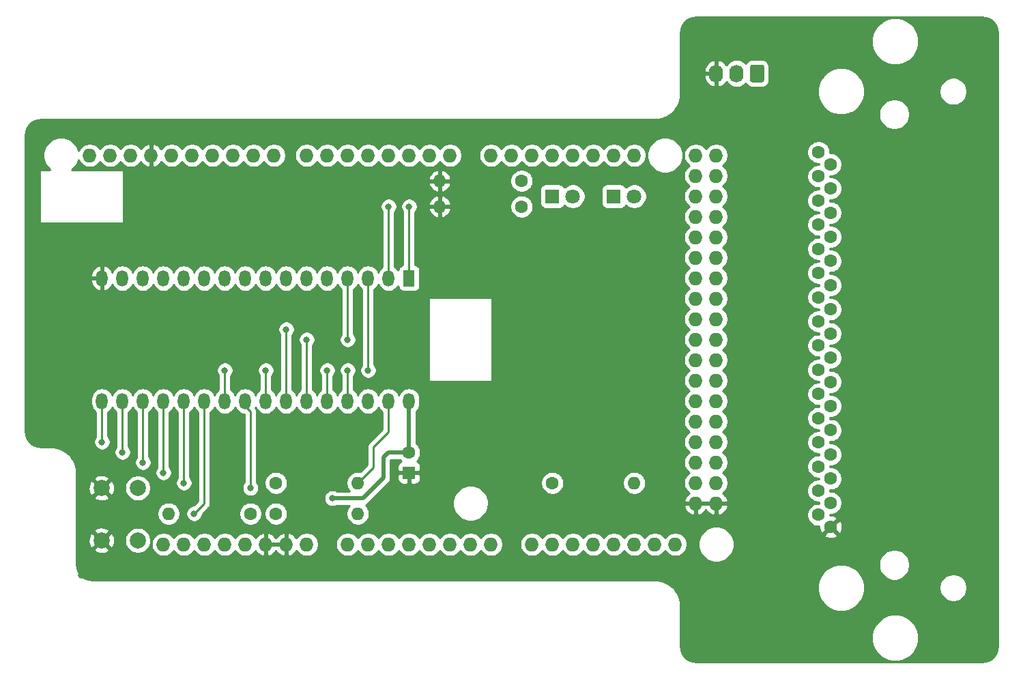
<source format=gbr>
%TF.GenerationSoftware,KiCad,Pcbnew,(5.1.7)-1*%
%TF.CreationDate,2022-07-04T22:32:28-03:00*%
%TF.ProjectId,progshield,70726f67-7368-4696-956c-642e6b696361,rev?*%
%TF.SameCoordinates,Original*%
%TF.FileFunction,Copper,L2,Bot*%
%TF.FilePolarity,Positive*%
%FSLAX46Y46*%
G04 Gerber Fmt 4.6, Leading zero omitted, Abs format (unit mm)*
G04 Created by KiCad (PCBNEW (5.1.7)-1) date 2022-07-04 22:32:28*
%MOMM*%
%LPD*%
G01*
G04 APERTURE LIST*
%TA.AperFunction,ComponentPad*%
%ADD10O,1.727200X1.727200*%
%TD*%
%TA.AperFunction,ComponentPad*%
%ADD11O,1.740000X2.190000*%
%TD*%
%TA.AperFunction,ComponentPad*%
%ADD12C,1.600000*%
%TD*%
%TA.AperFunction,ComponentPad*%
%ADD13O,1.600000X1.600000*%
%TD*%
%TA.AperFunction,ComponentPad*%
%ADD14C,1.800000*%
%TD*%
%TA.AperFunction,ComponentPad*%
%ADD15R,1.800000X1.800000*%
%TD*%
%TA.AperFunction,ComponentPad*%
%ADD16O,1.440000X2.000000*%
%TD*%
%TA.AperFunction,ComponentPad*%
%ADD17R,1.440000X2.000000*%
%TD*%
%TA.AperFunction,ComponentPad*%
%ADD18C,2.000000*%
%TD*%
%TA.AperFunction,ComponentPad*%
%ADD19R,1.600000X1.600000*%
%TD*%
%TA.AperFunction,ViaPad*%
%ADD20C,0.800000*%
%TD*%
%TA.AperFunction,Conductor*%
%ADD21C,0.500000*%
%TD*%
%TA.AperFunction,Conductor*%
%ADD22C,0.250000*%
%TD*%
%TA.AperFunction,Conductor*%
%ADD23C,0.254000*%
%TD*%
%TA.AperFunction,Conductor*%
%ADD24C,0.100000*%
%TD*%
G04 APERTURE END LIST*
D10*
%TO.P,XA1,GND6*%
%TO.N,GND*%
X127000000Y-83820000D03*
%TO.P,XA1,GND5*%
X124460000Y-83820000D03*
%TO.P,XA1,D53*%
%TO.N,/CRT_CS_N*%
X127000000Y-81280000D03*
%TO.P,XA1,D52*%
%TO.N,/CRT_RD_N*%
X124460000Y-81280000D03*
%TO.P,XA1,D51*%
%TO.N,Net-(XA1-PadD51)*%
X127000000Y-78740000D03*
%TO.P,XA1,D50*%
%TO.N,/RST_N*%
X124460000Y-78740000D03*
%TO.P,XA1,D49*%
%TO.N,/D7*%
X127000000Y-76200000D03*
%TO.P,XA1,D48*%
%TO.N,/D6*%
X124460000Y-76200000D03*
%TO.P,XA1,D47*%
%TO.N,/D5*%
X127000000Y-73660000D03*
%TO.P,XA1,D46*%
%TO.N,/D4*%
X124460000Y-73660000D03*
%TO.P,XA1,D45*%
%TO.N,/D3*%
X127000000Y-71120000D03*
%TO.P,XA1,D44*%
%TO.N,/D2*%
X124460000Y-71120000D03*
%TO.P,XA1,D43*%
%TO.N,/D1*%
X127000000Y-68580000D03*
%TO.P,XA1,D42*%
%TO.N,/D0*%
X124460000Y-68580000D03*
%TO.P,XA1,D41*%
%TO.N,Net-(XA1-PadD41)*%
X127000000Y-66040000D03*
%TO.P,XA1,D40*%
%TO.N,Net-(XA1-PadD40)*%
X124460000Y-66040000D03*
%TO.P,XA1,D39*%
%TO.N,Net-(XA1-PadD39)*%
X127000000Y-63500000D03*
%TO.P,XA1,D38*%
%TO.N,Net-(XA1-PadD38)*%
X124460000Y-63500000D03*
%TO.P,XA1,D37*%
%TO.N,/A15*%
X127000000Y-60960000D03*
%TO.P,XA1,D36*%
%TO.N,/A14*%
X124460000Y-60960000D03*
%TO.P,XA1,D35*%
%TO.N,/A13*%
X127000000Y-58420000D03*
%TO.P,XA1,D34*%
%TO.N,/A12*%
X124460000Y-58420000D03*
%TO.P,XA1,D33*%
%TO.N,/A11*%
X127000000Y-55880000D03*
%TO.P,XA1,D32*%
%TO.N,/A10*%
X124460000Y-55880000D03*
%TO.P,XA1,D31*%
%TO.N,/A9*%
X127000000Y-53340000D03*
%TO.P,XA1,D30*%
%TO.N,/A8*%
X124460000Y-53340000D03*
%TO.P,XA1,D29*%
%TO.N,/A7*%
X127000000Y-50800000D03*
%TO.P,XA1,D28*%
%TO.N,/A6*%
X124460000Y-50800000D03*
%TO.P,XA1,D27*%
%TO.N,/A5*%
X127000000Y-48260000D03*
%TO.P,XA1,D26*%
%TO.N,/A4*%
X124460000Y-48260000D03*
%TO.P,XA1,D25*%
%TO.N,/A3*%
X127000000Y-45720000D03*
%TO.P,XA1,D24*%
%TO.N,/A2*%
X124460000Y-45720000D03*
%TO.P,XA1,D23*%
%TO.N,/A1*%
X127000000Y-43180000D03*
%TO.P,XA1,D22*%
%TO.N,/A0*%
X124460000Y-43180000D03*
%TO.P,XA1,5V4*%
%TO.N,+5V*%
X127000000Y-40640000D03*
%TO.P,XA1,5V3*%
X124460000Y-40640000D03*
%TO.P,XA1,A15*%
%TO.N,/CRT_WR_N*%
X121920000Y-88900000D03*
%TO.P,XA1,A14*%
%TO.N,/CLK*%
X119380000Y-88900000D03*
%TO.P,XA1,A13*%
%TO.N,/CRT_PG_N*%
X116840000Y-88900000D03*
%TO.P,XA1,A12*%
%TO.N,Net-(XA1-PadA12)*%
X114300000Y-88900000D03*
%TO.P,XA1,A11*%
%TO.N,Net-(XA1-PadA11)*%
X111760000Y-88900000D03*
%TO.P,XA1,A10*%
%TO.N,Net-(XA1-PadA10)*%
X109220000Y-88900000D03*
%TO.P,XA1,A9*%
%TO.N,Net-(XA1-PadA9)*%
X106680000Y-88900000D03*
%TO.P,XA1,A8*%
%TO.N,Net-(XA1-PadA8)*%
X104140000Y-88900000D03*
%TO.P,XA1,A7*%
%TO.N,Net-(XA1-PadA7)*%
X99060000Y-88900000D03*
%TO.P,XA1,A6*%
%TO.N,Net-(XA1-PadA6)*%
X96520000Y-88900000D03*
%TO.P,XA1,A5*%
%TO.N,Net-(XA1-PadA5)*%
X93980000Y-88900000D03*
%TO.P,XA1,A4*%
%TO.N,Net-(XA1-PadA4)*%
X91440000Y-88900000D03*
%TO.P,XA1,A3*%
%TO.N,Net-(XA1-PadA3)*%
X88900000Y-88900000D03*
%TO.P,XA1,A2*%
%TO.N,Net-(XA1-PadA2)*%
X86360000Y-88900000D03*
%TO.P,XA1,A1*%
%TO.N,Net-(XA1-PadA1)*%
X83820000Y-88900000D03*
%TO.P,XA1,*%
%TO.N,*%
X58420000Y-88900000D03*
%TO.P,XA1,D11*%
%TO.N,/DIP_OE_N*%
X64516000Y-40640000D03*
%TO.P,XA1,D12*%
%TO.N,/DIP_CE_N*%
X61976000Y-40640000D03*
%TO.P,XA1,D13*%
%TO.N,Net-(XA1-PadD13)*%
X59436000Y-40640000D03*
%TO.P,XA1,AREF*%
%TO.N,Net-(XA1-PadAREF)*%
X54356000Y-40640000D03*
%TO.P,XA1,SDA*%
%TO.N,Net-(XA1-PadSDA)*%
X51816000Y-40640000D03*
%TO.P,XA1,SCL*%
%TO.N,Net-(XA1-PadSCL)*%
X49276000Y-40640000D03*
%TO.P,XA1,D10*%
%TO.N,/DIP_WE_N*%
X67056000Y-40640000D03*
%TO.P,XA1,D9*%
%TO.N,/A17*%
X69596000Y-40640000D03*
%TO.P,XA1,D8*%
%TO.N,/A16*%
X72136000Y-40640000D03*
%TO.P,XA1,GND1*%
%TO.N,GND*%
X56896000Y-40640000D03*
%TO.P,XA1,D7*%
%TO.N,/A18*%
X76200000Y-40640000D03*
%TO.P,XA1,D6*%
%TO.N,Net-(XA1-PadD6)*%
X78740000Y-40640000D03*
%TO.P,XA1,D5*%
%TO.N,Net-(XA1-PadD5)*%
X81280000Y-40640000D03*
%TO.P,XA1,D4*%
%TO.N,Net-(XA1-PadD4)*%
X83820000Y-40640000D03*
%TO.P,XA1,D3*%
%TO.N,Net-(XA1-PadD3)*%
X86360000Y-40640000D03*
%TO.P,XA1,D2*%
%TO.N,Net-(XA1-PadD2)*%
X88900000Y-40640000D03*
%TO.P,XA1,D1*%
%TO.N,Net-(XA1-PadD1)*%
X91440000Y-40640000D03*
%TO.P,XA1,D0*%
%TO.N,Net-(XA1-PadD0)*%
X93980000Y-40640000D03*
%TO.P,XA1,D14*%
%TO.N,Net-(XA1-PadD14)*%
X99060000Y-40640000D03*
%TO.P,XA1,D15*%
%TO.N,Net-(XA1-PadD15)*%
X101600000Y-40640000D03*
%TO.P,XA1,D16*%
%TO.N,Net-(XA1-PadD16)*%
X104140000Y-40640000D03*
%TO.P,XA1,D17*%
%TO.N,Net-(XA1-PadD17)*%
X106680000Y-40640000D03*
%TO.P,XA1,D18*%
%TO.N,/LED_RY*%
X109220000Y-40640000D03*
%TO.P,XA1,D19*%
%TO.N,/LED_BY*%
X111760000Y-40640000D03*
%TO.P,XA1,D20*%
%TO.N,Net-(XA1-PadD20)*%
X114300000Y-40640000D03*
%TO.P,XA1,D21*%
%TO.N,Net-(XA1-PadD21)*%
X116840000Y-40640000D03*
%TO.P,XA1,IORF*%
%TO.N,Net-(XA1-PadIORF)*%
X60960000Y-88900000D03*
%TO.P,XA1,RST1*%
%TO.N,Net-(SW1-Pad1)*%
X63500000Y-88900000D03*
%TO.P,XA1,3V3*%
%TO.N,Net-(XA1-Pad3V3)*%
X66040000Y-88900000D03*
%TO.P,XA1,5V1*%
%TO.N,+5V*%
X68580000Y-88900000D03*
%TO.P,XA1,GND2*%
%TO.N,GND*%
X71120000Y-88900000D03*
%TO.P,XA1,GND3*%
X73660000Y-88900000D03*
%TO.P,XA1,VIN*%
%TO.N,Net-(XA1-PadVIN)*%
X76200000Y-88900000D03*
%TO.P,XA1,A0*%
%TO.N,Net-(XA1-PadA0)*%
X81280000Y-88900000D03*
%TD*%
D11*
%TO.P,J2,3*%
%TO.N,GND*%
X127000000Y-30480000D03*
%TO.P,J2,2*%
%TO.N,Net-(J2-Pad2)*%
X129540000Y-30480000D03*
%TO.P,J2,1*%
%TO.N,+5V*%
%TA.AperFunction,ComponentPad*%
G36*
G01*
X132950000Y-29634999D02*
X132950000Y-31325001D01*
G75*
G02*
X132700001Y-31575000I-249999J0D01*
G01*
X131459999Y-31575000D01*
G75*
G02*
X131210000Y-31325001I0J249999D01*
G01*
X131210000Y-29634999D01*
G75*
G02*
X131459999Y-29385000I249999J0D01*
G01*
X132700001Y-29385000D01*
G75*
G02*
X132950000Y-29634999I0J-249999D01*
G01*
G37*
%TD.AperFunction*%
%TD*%
D12*
%TO.P,J1,1*%
%TO.N,+5V*%
X139700000Y-40250000D03*
%TO.P,J1,2*%
%TO.N,/CLK*%
X141200000Y-41750000D03*
%TO.P,J1,3*%
%TO.N,/CRT_WR_N*%
X139700000Y-43250000D03*
%TO.P,J1,4*%
%TO.N,/CRT_RD_N*%
X141200000Y-44750000D03*
%TO.P,J1,5*%
%TO.N,/CRT_CS_N*%
X139700000Y-46250000D03*
%TO.P,J1,6*%
%TO.N,/A0*%
X141200000Y-47750000D03*
%TO.P,J1,7*%
%TO.N,/A1*%
X139700000Y-49250000D03*
%TO.P,J1,8*%
%TO.N,/A2*%
X141200000Y-50750000D03*
%TO.P,J1,9*%
%TO.N,/A3*%
X139700000Y-52250000D03*
%TO.P,J1,10*%
%TO.N,/A4*%
X141200000Y-53750000D03*
%TO.P,J1,11*%
%TO.N,/A5*%
X139700000Y-55250000D03*
%TO.P,J1,12*%
%TO.N,/A6*%
X141200000Y-56750000D03*
%TO.P,J1,13*%
%TO.N,/A7*%
X139700000Y-58250000D03*
%TO.P,J1,14*%
%TO.N,/A8*%
X141200000Y-59750000D03*
%TO.P,J1,15*%
%TO.N,/A9*%
X139700000Y-61250000D03*
%TO.P,J1,16*%
%TO.N,/A10*%
X141200000Y-62750000D03*
%TO.P,J1,17*%
%TO.N,/A11*%
X139700000Y-64250000D03*
%TO.P,J1,18*%
%TO.N,/A12*%
X141200000Y-65750000D03*
%TO.P,J1,19*%
%TO.N,/A13*%
X139700000Y-67250000D03*
%TO.P,J1,20*%
%TO.N,/A14*%
X141200000Y-68750000D03*
%TO.P,J1,21*%
%TO.N,/A15*%
X139700000Y-70250000D03*
%TO.P,J1,22*%
%TO.N,/D0*%
X141200000Y-71750000D03*
%TO.P,J1,23*%
%TO.N,/D1*%
X139700000Y-73250000D03*
%TO.P,J1,24*%
%TO.N,/D2*%
X141200000Y-74750000D03*
%TO.P,J1,25*%
%TO.N,/D3*%
X139700000Y-76250000D03*
%TO.P,J1,26*%
%TO.N,/D4*%
X141200000Y-77750000D03*
%TO.P,J1,27*%
%TO.N,/D5*%
X139700000Y-79250000D03*
%TO.P,J1,28*%
%TO.N,/D6*%
X141200000Y-80750000D03*
%TO.P,J1,29*%
%TO.N,/D7*%
X139700000Y-82250000D03*
%TO.P,J1,30*%
%TO.N,/RST_N*%
X141200000Y-83750000D03*
%TO.P,J1,31*%
%TO.N,/CRT_PG_N*%
X139700000Y-85250000D03*
%TO.P,J1,32*%
%TO.N,GND*%
X141200000Y-86750000D03*
%TD*%
D13*
%TO.P,R6,2*%
%TO.N,/RST_N*%
X116840000Y-81280000D03*
D12*
%TO.P,R6,1*%
%TO.N,+5V*%
X106680000Y-81280000D03*
%TD*%
D13*
%TO.P,R5,2*%
%TO.N,/DIP_WE_N*%
X82550000Y-81280000D03*
D12*
%TO.P,R5,1*%
%TO.N,+5V*%
X72390000Y-81280000D03*
%TD*%
D13*
%TO.P,R4,2*%
%TO.N,/DIP_CE_N*%
X59055000Y-85090000D03*
D12*
%TO.P,R4,1*%
%TO.N,+5V*%
X69215000Y-85090000D03*
%TD*%
D13*
%TO.P,R3,2*%
%TO.N,/DIP_OE_N*%
X82550000Y-85090000D03*
D12*
%TO.P,R3,1*%
%TO.N,+5V*%
X72390000Y-85090000D03*
%TD*%
D13*
%TO.P,R2,2*%
%TO.N,GND*%
X92710000Y-46990000D03*
D12*
%TO.P,R2,1*%
%TO.N,Net-(D2-Pad1)*%
X102870000Y-46990000D03*
%TD*%
D13*
%TO.P,R1,2*%
%TO.N,GND*%
X92710000Y-43815000D03*
D12*
%TO.P,R1,1*%
%TO.N,Net-(D1-Pad1)*%
X102870000Y-43815000D03*
%TD*%
D14*
%TO.P,D2,2*%
%TO.N,/LED_BY*%
X116840000Y-45720000D03*
D15*
%TO.P,D2,1*%
%TO.N,Net-(D2-Pad1)*%
X114300000Y-45720000D03*
%TD*%
D14*
%TO.P,D1,2*%
%TO.N,/LED_RY*%
X109220000Y-45720000D03*
D15*
%TO.P,D1,1*%
%TO.N,Net-(D1-Pad1)*%
X106680000Y-45720000D03*
%TD*%
D16*
%TO.P,U1,17*%
%TO.N,/D3*%
X50800000Y-71120000D03*
%TO.P,U1,16*%
%TO.N,GND*%
X50800000Y-55880000D03*
%TO.P,U1,18*%
%TO.N,/D4*%
X53340000Y-71120000D03*
%TO.P,U1,15*%
%TO.N,/D2*%
X53340000Y-55880000D03*
%TO.P,U1,19*%
%TO.N,/D5*%
X55880000Y-71120000D03*
%TO.P,U1,14*%
%TO.N,/D1*%
X55880000Y-55880000D03*
%TO.P,U1,20*%
%TO.N,/D6*%
X58420000Y-71120000D03*
%TO.P,U1,13*%
%TO.N,/D0*%
X58420000Y-55880000D03*
%TO.P,U1,21*%
%TO.N,/D7*%
X60960000Y-71120000D03*
%TO.P,U1,12*%
%TO.N,/A0*%
X60960000Y-55880000D03*
%TO.P,U1,22*%
%TO.N,/DIP_CE_N*%
X63500000Y-71120000D03*
%TO.P,U1,11*%
%TO.N,/A1*%
X63500000Y-55880000D03*
%TO.P,U1,23*%
%TO.N,/A10*%
X66040000Y-71120000D03*
%TO.P,U1,10*%
%TO.N,/A2*%
X66040000Y-55880000D03*
%TO.P,U1,24*%
%TO.N,/DIP_OE_N*%
X68580000Y-71120000D03*
%TO.P,U1,9*%
%TO.N,/A3*%
X68580000Y-55880000D03*
%TO.P,U1,25*%
%TO.N,/A11*%
X71120000Y-71120000D03*
%TO.P,U1,8*%
%TO.N,/A4*%
X71120000Y-55880000D03*
%TO.P,U1,26*%
%TO.N,/A9*%
X73660000Y-71120000D03*
%TO.P,U1,7*%
%TO.N,/A5*%
X73660000Y-55880000D03*
%TO.P,U1,27*%
%TO.N,/A8*%
X76200000Y-71120000D03*
%TO.P,U1,6*%
%TO.N,/A6*%
X76200000Y-55880000D03*
%TO.P,U1,28*%
%TO.N,/A13*%
X78740000Y-71120000D03*
%TO.P,U1,5*%
%TO.N,/A7*%
X78740000Y-55880000D03*
%TO.P,U1,29*%
%TO.N,/A14*%
X81280000Y-71120000D03*
%TO.P,U1,4*%
%TO.N,/A12*%
X81280000Y-55880000D03*
%TO.P,U1,30*%
%TO.N,/A17*%
X83820000Y-71120000D03*
%TO.P,U1,3*%
%TO.N,/A15*%
X83820000Y-55880000D03*
%TO.P,U1,31*%
%TO.N,/DIP_WE_N*%
X86360000Y-71120000D03*
%TO.P,U1,2*%
%TO.N,/A16*%
X86360000Y-55880000D03*
%TO.P,U1,32*%
%TO.N,+5V*%
X88900000Y-71120000D03*
D17*
%TO.P,U1,1*%
%TO.N,/A18*%
X88900000Y-55880000D03*
%TD*%
D18*
%TO.P,SW1,1*%
%TO.N,Net-(SW1-Pad1)*%
X55245000Y-88415000D03*
%TO.P,SW1,2*%
%TO.N,GND*%
X50745000Y-88415000D03*
%TO.P,SW1,1*%
%TO.N,Net-(SW1-Pad1)*%
X55245000Y-81915000D03*
%TO.P,SW1,2*%
%TO.N,GND*%
X50745000Y-81915000D03*
%TD*%
D12*
%TO.P,C1,2*%
%TO.N,+5V*%
X88900000Y-77510000D03*
D19*
%TO.P,C1,1*%
%TO.N,GND*%
X88900000Y-80010000D03*
%TD*%
D20*
%TO.N,+5V*%
X79375000Y-83185000D03*
%TO.N,GND*%
X43180000Y-36830000D03*
X45720000Y-36830000D03*
X48260000Y-36830000D03*
X50800000Y-36830000D03*
X53340000Y-36830000D03*
X83820000Y-36830000D03*
X86360000Y-36830000D03*
X88900000Y-36830000D03*
X91440000Y-36830000D03*
X93980000Y-36830000D03*
X96520000Y-36830000D03*
X99060000Y-36830000D03*
X101600000Y-36830000D03*
X104140000Y-36830000D03*
X106680000Y-36830000D03*
X109220000Y-36830000D03*
X111760000Y-36830000D03*
X114300000Y-36830000D03*
X116840000Y-36830000D03*
X119380000Y-36830000D03*
X121920000Y-36830000D03*
X48260000Y-92710000D03*
X50800000Y-92710000D03*
X53340000Y-92710000D03*
X55880000Y-92710000D03*
X58420000Y-92710000D03*
X60960000Y-92710000D03*
X63500000Y-92710000D03*
X66040000Y-92710000D03*
X68580000Y-92710000D03*
X71120000Y-92710000D03*
X73660000Y-92710000D03*
X76200000Y-92710000D03*
X78740000Y-92710000D03*
X81280000Y-92710000D03*
X83820000Y-92710000D03*
X86360000Y-92710000D03*
X88900000Y-92710000D03*
X91440000Y-92710000D03*
X93980000Y-92710000D03*
X96520000Y-92710000D03*
X99060000Y-92710000D03*
X99060000Y-92710000D03*
X101600000Y-92710000D03*
X104140000Y-92710000D03*
X106680000Y-92710000D03*
X109220000Y-92710000D03*
X111760000Y-92710000D03*
X114300000Y-92710000D03*
X116840000Y-92710000D03*
X119380000Y-92710000D03*
X121920000Y-92710000D03*
X158750000Y-102870000D03*
X156210000Y-102870000D03*
X153670000Y-102870000D03*
X161290000Y-100330000D03*
X161290000Y-97790000D03*
X161290000Y-95250000D03*
X161290000Y-92710000D03*
X161290000Y-90170000D03*
X161290000Y-87630000D03*
X161290000Y-85090000D03*
X161290000Y-82550000D03*
X161290000Y-80010000D03*
X161290000Y-77470000D03*
X161290000Y-74930000D03*
X161290000Y-72390000D03*
X161290000Y-69850000D03*
X161290000Y-67310000D03*
X161290000Y-64770000D03*
X161290000Y-62230000D03*
X161290000Y-59690000D03*
X161290000Y-57150000D03*
X161290000Y-54610000D03*
X161290000Y-52070000D03*
X161290000Y-49530000D03*
X161290000Y-46990000D03*
X161290000Y-44450000D03*
X161290000Y-41910000D03*
X161290000Y-39370000D03*
X161290000Y-36830000D03*
X161290000Y-34290000D03*
X161290000Y-31750000D03*
X161290000Y-29210000D03*
X161290000Y-26670000D03*
X158750000Y-24130000D03*
X156210000Y-24130000D03*
X153670000Y-24130000D03*
X123190000Y-34290000D03*
X123190000Y-31750000D03*
X123190000Y-29210000D03*
X123190000Y-26670000D03*
X125730000Y-24130000D03*
X128270000Y-24130000D03*
X130810000Y-24130000D03*
X133350000Y-24130000D03*
X135890000Y-24130000D03*
X138430000Y-24130000D03*
X140970000Y-24130000D03*
X143510000Y-24130000D03*
X41910000Y-39370000D03*
X41910000Y-41910000D03*
X41910000Y-44450000D03*
X41910000Y-46990000D03*
X41910000Y-49530000D03*
X41910000Y-52070000D03*
X41910000Y-54610000D03*
X41910000Y-57150000D03*
X41910000Y-59690000D03*
X41910000Y-62230000D03*
X41910000Y-64770000D03*
X41910000Y-67310000D03*
X41910000Y-69850000D03*
X41910000Y-72390000D03*
X41910000Y-74930000D03*
X55880000Y-36830000D03*
X58420000Y-36830000D03*
X60960000Y-36830000D03*
X63500000Y-36830000D03*
X66040000Y-36830000D03*
X68580000Y-36830000D03*
X71120000Y-36830000D03*
X73660000Y-36830000D03*
X76200000Y-36830000D03*
X78740000Y-36830000D03*
X81280000Y-36830000D03*
X123190000Y-95250000D03*
X123190000Y-97790000D03*
X123190000Y-100330000D03*
X125730000Y-102870000D03*
X128270000Y-102870000D03*
X130810000Y-102870000D03*
X133350000Y-102870000D03*
X135890000Y-102870000D03*
X138430000Y-102870000D03*
X140970000Y-102870000D03*
X143510000Y-102870000D03*
X146050000Y-102870000D03*
X151765000Y-67310000D03*
X151765000Y-69850000D03*
X151765000Y-72390000D03*
X151765000Y-74930000D03*
X151765000Y-77470000D03*
X151765000Y-80010000D03*
X151765000Y-82550000D03*
X151765000Y-85090000D03*
X151765000Y-87630000D03*
X151765000Y-64770000D03*
X151765000Y-62230000D03*
X151765000Y-59690000D03*
X151765000Y-57150000D03*
X151765000Y-54610000D03*
X151765000Y-52070000D03*
X151765000Y-49530000D03*
X151765000Y-46990000D03*
X151765000Y-44450000D03*
X151765000Y-41910000D03*
X151765000Y-39370000D03*
X44450000Y-76200000D03*
X48260000Y-78740000D03*
X48260000Y-85090000D03*
X48260000Y-90170000D03*
X48260000Y-81915000D03*
X48260000Y-87630000D03*
%TO.N,/A8*%
X76200000Y-63500000D03*
%TO.N,/A9*%
X73660000Y-62230000D03*
%TO.N,/A10*%
X66040000Y-67310000D03*
%TO.N,/A11*%
X71120000Y-67310000D03*
%TO.N,/A12*%
X81280000Y-63500000D03*
%TO.N,/A13*%
X78740000Y-67310000D03*
%TO.N,/A14*%
X81280000Y-67310000D03*
%TO.N,/A15*%
X83820000Y-67310000D03*
%TO.N,/D3*%
X50800000Y-76200000D03*
%TO.N,/D4*%
X53340000Y-77470000D03*
%TO.N,/D5*%
X55880000Y-78740000D03*
%TO.N,/D6*%
X58420000Y-80010000D03*
%TO.N,/D7*%
X60960000Y-81280000D03*
%TO.N,/A16*%
X86360000Y-46990000D03*
%TO.N,/A18*%
X88900000Y-46990000D03*
%TO.N,/DIP_OE_N*%
X69215000Y-81915000D03*
%TO.N,/DIP_CE_N*%
X62230000Y-85090000D03*
%TD*%
D21*
%TO.N,+5V*%
X88900000Y-77510000D02*
X88900000Y-71120000D01*
X79375000Y-83185000D02*
X83185000Y-83185000D01*
X85725000Y-80645000D02*
X85725000Y-78105000D01*
X83185000Y-83185000D02*
X85725000Y-80645000D01*
X86320000Y-77510000D02*
X88900000Y-77510000D01*
X85725000Y-78105000D02*
X86320000Y-77510000D01*
D22*
%TO.N,/A8*%
X76200000Y-63500000D02*
X76200000Y-71120000D01*
%TO.N,/A9*%
X73660000Y-62230000D02*
X73660000Y-71120000D01*
%TO.N,/A10*%
X66040000Y-67310000D02*
X66040000Y-71120000D01*
%TO.N,/A11*%
X71120000Y-67310000D02*
X71120000Y-71120000D01*
%TO.N,/A12*%
X81280000Y-63500000D02*
X81280000Y-55880000D01*
%TO.N,/A13*%
X78740000Y-67310000D02*
X78740000Y-71120000D01*
%TO.N,/A14*%
X81280000Y-67310000D02*
X81280000Y-71120000D01*
%TO.N,/A15*%
X83820000Y-67310000D02*
X83820000Y-55880000D01*
%TO.N,/D3*%
X50800000Y-76200000D02*
X50800000Y-71120000D01*
%TO.N,/D4*%
X53340000Y-77470000D02*
X53340000Y-71120000D01*
%TO.N,/D5*%
X55880000Y-78740000D02*
X55880000Y-71120000D01*
%TO.N,/D6*%
X58420000Y-80010000D02*
X58420000Y-71120000D01*
%TO.N,/D7*%
X60960000Y-81280000D02*
X60960000Y-71120000D01*
%TO.N,/A16*%
X86360000Y-55880000D02*
X86360000Y-46990000D01*
%TO.N,/A18*%
X88900000Y-55880000D02*
X88900000Y-46990000D01*
%TO.N,/DIP_OE_N*%
X68580000Y-71755000D02*
X69215000Y-72390000D01*
X68580000Y-71120000D02*
X68580000Y-71755000D01*
X69215000Y-81280000D02*
X69215000Y-72390000D01*
X69215000Y-81280000D02*
X69215000Y-81915000D01*
%TO.N,/DIP_CE_N*%
X63500000Y-82550000D02*
X63500000Y-71120000D01*
X63500000Y-83820000D02*
X62230000Y-85090000D01*
X63500000Y-82550000D02*
X63500000Y-83820000D01*
X62230000Y-85090000D02*
X62230000Y-85090000D01*
%TO.N,/DIP_WE_N*%
X86360000Y-74930000D02*
X86360000Y-71120000D01*
X84455000Y-76835000D02*
X86360000Y-74930000D01*
X84455000Y-79375000D02*
X84455000Y-76835000D01*
X82550000Y-81280000D02*
X84455000Y-79375000D01*
%TD*%
D23*
%TO.N,GND*%
X160384545Y-23558909D02*
X160735208Y-23664780D01*
X161058625Y-23836744D01*
X161342484Y-24068254D01*
X161575965Y-24350486D01*
X161750183Y-24672695D01*
X161858502Y-25022614D01*
X161900001Y-25417452D01*
X161900000Y-101567721D01*
X161861091Y-101964545D01*
X161755220Y-102315206D01*
X161583257Y-102638623D01*
X161351748Y-102922482D01*
X161069514Y-103155965D01*
X160747304Y-103330184D01*
X160397385Y-103438502D01*
X160002557Y-103480000D01*
X124492279Y-103480000D01*
X124095455Y-103441091D01*
X123744794Y-103335220D01*
X123421377Y-103163257D01*
X123137518Y-102931748D01*
X122904035Y-102649514D01*
X122729816Y-102327304D01*
X122621498Y-101977385D01*
X122580000Y-101582557D01*
X122580000Y-100210928D01*
X146265000Y-100210928D01*
X146265000Y-100789072D01*
X146377791Y-101356108D01*
X146599037Y-101890244D01*
X146920237Y-102370953D01*
X147329047Y-102779763D01*
X147809756Y-103100963D01*
X148343892Y-103322209D01*
X148910928Y-103435000D01*
X149489072Y-103435000D01*
X150056108Y-103322209D01*
X150590244Y-103100963D01*
X151070953Y-102779763D01*
X151479763Y-102370953D01*
X151800963Y-101890244D01*
X152022209Y-101356108D01*
X152135000Y-100789072D01*
X152135000Y-100210928D01*
X152022209Y-99643892D01*
X151800963Y-99109756D01*
X151479763Y-98629047D01*
X151070953Y-98220237D01*
X150590244Y-97899037D01*
X150056108Y-97677791D01*
X149489072Y-97565000D01*
X148910928Y-97565000D01*
X148343892Y-97677791D01*
X147809756Y-97899037D01*
X147329047Y-98220237D01*
X146920237Y-98629047D01*
X146599037Y-99109756D01*
X146377791Y-99643892D01*
X146265000Y-100210928D01*
X122580000Y-100210928D01*
X122580000Y-96487581D01*
X122577112Y-96458254D01*
X122577222Y-96442451D01*
X122576322Y-96433280D01*
X122524505Y-95940273D01*
X122512490Y-95881742D01*
X122501269Y-95822917D01*
X122498605Y-95814095D01*
X122352016Y-95340542D01*
X122328847Y-95285427D01*
X122306427Y-95229934D01*
X122302100Y-95221798D01*
X122066323Y-94785738D01*
X122032890Y-94736171D01*
X122000119Y-94686092D01*
X121994294Y-94678951D01*
X121678310Y-94296991D01*
X121635874Y-94254850D01*
X121594011Y-94212101D01*
X121586911Y-94206227D01*
X121347451Y-94010928D01*
X139565000Y-94010928D01*
X139565000Y-94589072D01*
X139677791Y-95156108D01*
X139899037Y-95690244D01*
X140220237Y-96170953D01*
X140629047Y-96579763D01*
X141109756Y-96900963D01*
X141643892Y-97122209D01*
X142210928Y-97235000D01*
X142789072Y-97235000D01*
X143356108Y-97122209D01*
X143890244Y-96900963D01*
X144370953Y-96579763D01*
X144779763Y-96170953D01*
X145100963Y-95690244D01*
X145322209Y-95156108D01*
X145435000Y-94589072D01*
X145435000Y-94129117D01*
X154665000Y-94129117D01*
X154665000Y-94470883D01*
X154731675Y-94806081D01*
X154862463Y-95121831D01*
X155052337Y-95405998D01*
X155294002Y-95647663D01*
X155578169Y-95837537D01*
X155893919Y-95968325D01*
X156229117Y-96035000D01*
X156570883Y-96035000D01*
X156906081Y-95968325D01*
X157221831Y-95837537D01*
X157505998Y-95647663D01*
X157747663Y-95405998D01*
X157937537Y-95121831D01*
X158068325Y-94806081D01*
X158135000Y-94470883D01*
X158135000Y-94129117D01*
X158068325Y-93793919D01*
X157937537Y-93478169D01*
X157747663Y-93194002D01*
X157505998Y-92952337D01*
X157221831Y-92762463D01*
X156906081Y-92631675D01*
X156570883Y-92565000D01*
X156229117Y-92565000D01*
X155893919Y-92631675D01*
X155578169Y-92762463D01*
X155294002Y-92952337D01*
X155052337Y-93194002D01*
X154862463Y-93478169D01*
X154731675Y-93793919D01*
X154665000Y-94129117D01*
X145435000Y-94129117D01*
X145435000Y-94010928D01*
X145322209Y-93443892D01*
X145100963Y-92909756D01*
X144779763Y-92429047D01*
X144370953Y-92020237D01*
X143890244Y-91699037D01*
X143356108Y-91477791D01*
X142789072Y-91365000D01*
X142210928Y-91365000D01*
X141643892Y-91477791D01*
X141109756Y-91699037D01*
X140629047Y-92020237D01*
X140220237Y-92429047D01*
X139899037Y-92909756D01*
X139677791Y-93443892D01*
X139565000Y-94010928D01*
X121347451Y-94010928D01*
X121202754Y-93892917D01*
X121152946Y-93859824D01*
X121103572Y-93826017D01*
X121095466Y-93821634D01*
X120657770Y-93588908D01*
X120602488Y-93566122D01*
X120547483Y-93542547D01*
X120538680Y-93539822D01*
X120064116Y-93396543D01*
X120005428Y-93384923D01*
X119946925Y-93372487D01*
X119937760Y-93371524D01*
X119444405Y-93323150D01*
X119444402Y-93323150D01*
X119412419Y-93320000D01*
X49562279Y-93320000D01*
X49165455Y-93281091D01*
X48814794Y-93175220D01*
X48491377Y-93003257D01*
X48207518Y-92771748D01*
X47974035Y-92489514D01*
X47799816Y-92167304D01*
X47691498Y-91817385D01*
X47650000Y-91422557D01*
X47650000Y-91259419D01*
X147165000Y-91259419D01*
X147165000Y-91640581D01*
X147239361Y-92014419D01*
X147385225Y-92366566D01*
X147596987Y-92683491D01*
X147866509Y-92953013D01*
X148183434Y-93164775D01*
X148535581Y-93310639D01*
X148909419Y-93385000D01*
X149290581Y-93385000D01*
X149664419Y-93310639D01*
X150016566Y-93164775D01*
X150333491Y-92953013D01*
X150603013Y-92683491D01*
X150814775Y-92366566D01*
X150960639Y-92014419D01*
X151035000Y-91640581D01*
X151035000Y-91259419D01*
X150960639Y-90885581D01*
X150814775Y-90533434D01*
X150603013Y-90216509D01*
X150333491Y-89946987D01*
X150016566Y-89735225D01*
X149664419Y-89589361D01*
X149290581Y-89515000D01*
X148909419Y-89515000D01*
X148535581Y-89589361D01*
X148183434Y-89735225D01*
X147866509Y-89946987D01*
X147596987Y-90216509D01*
X147385225Y-90533434D01*
X147239361Y-90885581D01*
X147165000Y-91259419D01*
X47650000Y-91259419D01*
X47650000Y-89550413D01*
X49789192Y-89550413D01*
X49884956Y-89814814D01*
X50174571Y-89955704D01*
X50486108Y-90037384D01*
X50807595Y-90056718D01*
X51126675Y-90012961D01*
X51431088Y-89907795D01*
X51605044Y-89814814D01*
X51700808Y-89550413D01*
X50745000Y-88594605D01*
X49789192Y-89550413D01*
X47650000Y-89550413D01*
X47650000Y-88477595D01*
X49103282Y-88477595D01*
X49147039Y-88796675D01*
X49252205Y-89101088D01*
X49345186Y-89275044D01*
X49609587Y-89370808D01*
X50565395Y-88415000D01*
X50924605Y-88415000D01*
X51880413Y-89370808D01*
X52144814Y-89275044D01*
X52285704Y-88985429D01*
X52367384Y-88673892D01*
X52386718Y-88352405D01*
X52373219Y-88253967D01*
X53610000Y-88253967D01*
X53610000Y-88576033D01*
X53672832Y-88891912D01*
X53796082Y-89189463D01*
X53975013Y-89457252D01*
X54202748Y-89684987D01*
X54470537Y-89863918D01*
X54768088Y-89987168D01*
X55083967Y-90050000D01*
X55406033Y-90050000D01*
X55721912Y-89987168D01*
X56019463Y-89863918D01*
X56287252Y-89684987D01*
X56514987Y-89457252D01*
X56693918Y-89189463D01*
X56817168Y-88891912D01*
X56844918Y-88752401D01*
X56921400Y-88752401D01*
X56921400Y-89047599D01*
X56978990Y-89337125D01*
X57091958Y-89609853D01*
X57255961Y-89855302D01*
X57464698Y-90064039D01*
X57710147Y-90228042D01*
X57982875Y-90341010D01*
X58272401Y-90398600D01*
X58567599Y-90398600D01*
X58857125Y-90341010D01*
X59129853Y-90228042D01*
X59375302Y-90064039D01*
X59584039Y-89855302D01*
X59690000Y-89696719D01*
X59795961Y-89855302D01*
X60004698Y-90064039D01*
X60250147Y-90228042D01*
X60522875Y-90341010D01*
X60812401Y-90398600D01*
X61107599Y-90398600D01*
X61397125Y-90341010D01*
X61669853Y-90228042D01*
X61915302Y-90064039D01*
X62124039Y-89855302D01*
X62230000Y-89696719D01*
X62335961Y-89855302D01*
X62544698Y-90064039D01*
X62790147Y-90228042D01*
X63062875Y-90341010D01*
X63352401Y-90398600D01*
X63647599Y-90398600D01*
X63937125Y-90341010D01*
X64209853Y-90228042D01*
X64455302Y-90064039D01*
X64664039Y-89855302D01*
X64770000Y-89696719D01*
X64875961Y-89855302D01*
X65084698Y-90064039D01*
X65330147Y-90228042D01*
X65602875Y-90341010D01*
X65892401Y-90398600D01*
X66187599Y-90398600D01*
X66477125Y-90341010D01*
X66749853Y-90228042D01*
X66995302Y-90064039D01*
X67204039Y-89855302D01*
X67310000Y-89696719D01*
X67415961Y-89855302D01*
X67624698Y-90064039D01*
X67870147Y-90228042D01*
X68142875Y-90341010D01*
X68432401Y-90398600D01*
X68727599Y-90398600D01*
X69017125Y-90341010D01*
X69289853Y-90228042D01*
X69535302Y-90064039D01*
X69744039Y-89855302D01*
X69851692Y-89694187D01*
X70013146Y-89910293D01*
X70231512Y-90106817D01*
X70484022Y-90256964D01*
X70760973Y-90354963D01*
X70993000Y-90234464D01*
X70993000Y-89027000D01*
X71247000Y-89027000D01*
X71247000Y-90234464D01*
X71479027Y-90354963D01*
X71755978Y-90256964D01*
X72008488Y-90106817D01*
X72226854Y-89910293D01*
X72390000Y-89691922D01*
X72553146Y-89910293D01*
X72771512Y-90106817D01*
X73024022Y-90256964D01*
X73300973Y-90354963D01*
X73533000Y-90234464D01*
X73533000Y-89027000D01*
X71247000Y-89027000D01*
X70993000Y-89027000D01*
X70973000Y-89027000D01*
X70973000Y-88773000D01*
X70993000Y-88773000D01*
X70993000Y-87565536D01*
X71247000Y-87565536D01*
X71247000Y-88773000D01*
X73533000Y-88773000D01*
X73533000Y-87565536D01*
X73787000Y-87565536D01*
X73787000Y-88773000D01*
X73807000Y-88773000D01*
X73807000Y-89027000D01*
X73787000Y-89027000D01*
X73787000Y-90234464D01*
X74019027Y-90354963D01*
X74295978Y-90256964D01*
X74548488Y-90106817D01*
X74766854Y-89910293D01*
X74928308Y-89694187D01*
X75035961Y-89855302D01*
X75244698Y-90064039D01*
X75490147Y-90228042D01*
X75762875Y-90341010D01*
X76052401Y-90398600D01*
X76347599Y-90398600D01*
X76637125Y-90341010D01*
X76909853Y-90228042D01*
X77155302Y-90064039D01*
X77364039Y-89855302D01*
X77528042Y-89609853D01*
X77641010Y-89337125D01*
X77698600Y-89047599D01*
X77698600Y-88752401D01*
X79781400Y-88752401D01*
X79781400Y-89047599D01*
X79838990Y-89337125D01*
X79951958Y-89609853D01*
X80115961Y-89855302D01*
X80324698Y-90064039D01*
X80570147Y-90228042D01*
X80842875Y-90341010D01*
X81132401Y-90398600D01*
X81427599Y-90398600D01*
X81717125Y-90341010D01*
X81989853Y-90228042D01*
X82235302Y-90064039D01*
X82444039Y-89855302D01*
X82550000Y-89696719D01*
X82655961Y-89855302D01*
X82864698Y-90064039D01*
X83110147Y-90228042D01*
X83382875Y-90341010D01*
X83672401Y-90398600D01*
X83967599Y-90398600D01*
X84257125Y-90341010D01*
X84529853Y-90228042D01*
X84775302Y-90064039D01*
X84984039Y-89855302D01*
X85090000Y-89696719D01*
X85195961Y-89855302D01*
X85404698Y-90064039D01*
X85650147Y-90228042D01*
X85922875Y-90341010D01*
X86212401Y-90398600D01*
X86507599Y-90398600D01*
X86797125Y-90341010D01*
X87069853Y-90228042D01*
X87315302Y-90064039D01*
X87524039Y-89855302D01*
X87630000Y-89696719D01*
X87735961Y-89855302D01*
X87944698Y-90064039D01*
X88190147Y-90228042D01*
X88462875Y-90341010D01*
X88752401Y-90398600D01*
X89047599Y-90398600D01*
X89337125Y-90341010D01*
X89609853Y-90228042D01*
X89855302Y-90064039D01*
X90064039Y-89855302D01*
X90170000Y-89696719D01*
X90275961Y-89855302D01*
X90484698Y-90064039D01*
X90730147Y-90228042D01*
X91002875Y-90341010D01*
X91292401Y-90398600D01*
X91587599Y-90398600D01*
X91877125Y-90341010D01*
X92149853Y-90228042D01*
X92395302Y-90064039D01*
X92604039Y-89855302D01*
X92710000Y-89696719D01*
X92815961Y-89855302D01*
X93024698Y-90064039D01*
X93270147Y-90228042D01*
X93542875Y-90341010D01*
X93832401Y-90398600D01*
X94127599Y-90398600D01*
X94417125Y-90341010D01*
X94689853Y-90228042D01*
X94935302Y-90064039D01*
X95144039Y-89855302D01*
X95250000Y-89696719D01*
X95355961Y-89855302D01*
X95564698Y-90064039D01*
X95810147Y-90228042D01*
X96082875Y-90341010D01*
X96372401Y-90398600D01*
X96667599Y-90398600D01*
X96957125Y-90341010D01*
X97229853Y-90228042D01*
X97475302Y-90064039D01*
X97684039Y-89855302D01*
X97790000Y-89696719D01*
X97895961Y-89855302D01*
X98104698Y-90064039D01*
X98350147Y-90228042D01*
X98622875Y-90341010D01*
X98912401Y-90398600D01*
X99207599Y-90398600D01*
X99497125Y-90341010D01*
X99769853Y-90228042D01*
X100015302Y-90064039D01*
X100224039Y-89855302D01*
X100388042Y-89609853D01*
X100501010Y-89337125D01*
X100558600Y-89047599D01*
X100558600Y-88752401D01*
X102641400Y-88752401D01*
X102641400Y-89047599D01*
X102698990Y-89337125D01*
X102811958Y-89609853D01*
X102975961Y-89855302D01*
X103184698Y-90064039D01*
X103430147Y-90228042D01*
X103702875Y-90341010D01*
X103992401Y-90398600D01*
X104287599Y-90398600D01*
X104577125Y-90341010D01*
X104849853Y-90228042D01*
X105095302Y-90064039D01*
X105304039Y-89855302D01*
X105410000Y-89696719D01*
X105515961Y-89855302D01*
X105724698Y-90064039D01*
X105970147Y-90228042D01*
X106242875Y-90341010D01*
X106532401Y-90398600D01*
X106827599Y-90398600D01*
X107117125Y-90341010D01*
X107389853Y-90228042D01*
X107635302Y-90064039D01*
X107844039Y-89855302D01*
X107950000Y-89696719D01*
X108055961Y-89855302D01*
X108264698Y-90064039D01*
X108510147Y-90228042D01*
X108782875Y-90341010D01*
X109072401Y-90398600D01*
X109367599Y-90398600D01*
X109657125Y-90341010D01*
X109929853Y-90228042D01*
X110175302Y-90064039D01*
X110384039Y-89855302D01*
X110490000Y-89696719D01*
X110595961Y-89855302D01*
X110804698Y-90064039D01*
X111050147Y-90228042D01*
X111322875Y-90341010D01*
X111612401Y-90398600D01*
X111907599Y-90398600D01*
X112197125Y-90341010D01*
X112469853Y-90228042D01*
X112715302Y-90064039D01*
X112924039Y-89855302D01*
X113030000Y-89696719D01*
X113135961Y-89855302D01*
X113344698Y-90064039D01*
X113590147Y-90228042D01*
X113862875Y-90341010D01*
X114152401Y-90398600D01*
X114447599Y-90398600D01*
X114737125Y-90341010D01*
X115009853Y-90228042D01*
X115255302Y-90064039D01*
X115464039Y-89855302D01*
X115570000Y-89696719D01*
X115675961Y-89855302D01*
X115884698Y-90064039D01*
X116130147Y-90228042D01*
X116402875Y-90341010D01*
X116692401Y-90398600D01*
X116987599Y-90398600D01*
X117277125Y-90341010D01*
X117549853Y-90228042D01*
X117795302Y-90064039D01*
X118004039Y-89855302D01*
X118110000Y-89696719D01*
X118215961Y-89855302D01*
X118424698Y-90064039D01*
X118670147Y-90228042D01*
X118942875Y-90341010D01*
X119232401Y-90398600D01*
X119527599Y-90398600D01*
X119817125Y-90341010D01*
X120089853Y-90228042D01*
X120335302Y-90064039D01*
X120544039Y-89855302D01*
X120650000Y-89696719D01*
X120755961Y-89855302D01*
X120964698Y-90064039D01*
X121210147Y-90228042D01*
X121482875Y-90341010D01*
X121772401Y-90398600D01*
X122067599Y-90398600D01*
X122357125Y-90341010D01*
X122629853Y-90228042D01*
X122875302Y-90064039D01*
X123084039Y-89855302D01*
X123248042Y-89609853D01*
X123361010Y-89337125D01*
X123418600Y-89047599D01*
X123418600Y-88752401D01*
X123404174Y-88679872D01*
X124765000Y-88679872D01*
X124765000Y-89120128D01*
X124850890Y-89551925D01*
X125019369Y-89958669D01*
X125263962Y-90324729D01*
X125575271Y-90636038D01*
X125941331Y-90880631D01*
X126348075Y-91049110D01*
X126779872Y-91135000D01*
X127220128Y-91135000D01*
X127651925Y-91049110D01*
X128058669Y-90880631D01*
X128424729Y-90636038D01*
X128736038Y-90324729D01*
X128980631Y-89958669D01*
X129149110Y-89551925D01*
X129235000Y-89120128D01*
X129235000Y-88679872D01*
X129149110Y-88248075D01*
X128980631Y-87841331D01*
X128914730Y-87742702D01*
X140386903Y-87742702D01*
X140458486Y-87986671D01*
X140713996Y-88107571D01*
X140988184Y-88176300D01*
X141270512Y-88190217D01*
X141550130Y-88148787D01*
X141816292Y-88053603D01*
X141941514Y-87986671D01*
X142013097Y-87742702D01*
X141200000Y-86929605D01*
X140386903Y-87742702D01*
X128914730Y-87742702D01*
X128736038Y-87475271D01*
X128424729Y-87163962D01*
X128058669Y-86919369D01*
X127651925Y-86750890D01*
X127220128Y-86665000D01*
X126779872Y-86665000D01*
X126348075Y-86750890D01*
X125941331Y-86919369D01*
X125575271Y-87163962D01*
X125263962Y-87475271D01*
X125019369Y-87841331D01*
X124850890Y-88248075D01*
X124765000Y-88679872D01*
X123404174Y-88679872D01*
X123361010Y-88462875D01*
X123248042Y-88190147D01*
X123084039Y-87944698D01*
X122875302Y-87735961D01*
X122629853Y-87571958D01*
X122357125Y-87458990D01*
X122067599Y-87401400D01*
X121772401Y-87401400D01*
X121482875Y-87458990D01*
X121210147Y-87571958D01*
X120964698Y-87735961D01*
X120755961Y-87944698D01*
X120650000Y-88103281D01*
X120544039Y-87944698D01*
X120335302Y-87735961D01*
X120089853Y-87571958D01*
X119817125Y-87458990D01*
X119527599Y-87401400D01*
X119232401Y-87401400D01*
X118942875Y-87458990D01*
X118670147Y-87571958D01*
X118424698Y-87735961D01*
X118215961Y-87944698D01*
X118110000Y-88103281D01*
X118004039Y-87944698D01*
X117795302Y-87735961D01*
X117549853Y-87571958D01*
X117277125Y-87458990D01*
X116987599Y-87401400D01*
X116692401Y-87401400D01*
X116402875Y-87458990D01*
X116130147Y-87571958D01*
X115884698Y-87735961D01*
X115675961Y-87944698D01*
X115570000Y-88103281D01*
X115464039Y-87944698D01*
X115255302Y-87735961D01*
X115009853Y-87571958D01*
X114737125Y-87458990D01*
X114447599Y-87401400D01*
X114152401Y-87401400D01*
X113862875Y-87458990D01*
X113590147Y-87571958D01*
X113344698Y-87735961D01*
X113135961Y-87944698D01*
X113030000Y-88103281D01*
X112924039Y-87944698D01*
X112715302Y-87735961D01*
X112469853Y-87571958D01*
X112197125Y-87458990D01*
X111907599Y-87401400D01*
X111612401Y-87401400D01*
X111322875Y-87458990D01*
X111050147Y-87571958D01*
X110804698Y-87735961D01*
X110595961Y-87944698D01*
X110490000Y-88103281D01*
X110384039Y-87944698D01*
X110175302Y-87735961D01*
X109929853Y-87571958D01*
X109657125Y-87458990D01*
X109367599Y-87401400D01*
X109072401Y-87401400D01*
X108782875Y-87458990D01*
X108510147Y-87571958D01*
X108264698Y-87735961D01*
X108055961Y-87944698D01*
X107950000Y-88103281D01*
X107844039Y-87944698D01*
X107635302Y-87735961D01*
X107389853Y-87571958D01*
X107117125Y-87458990D01*
X106827599Y-87401400D01*
X106532401Y-87401400D01*
X106242875Y-87458990D01*
X105970147Y-87571958D01*
X105724698Y-87735961D01*
X105515961Y-87944698D01*
X105410000Y-88103281D01*
X105304039Y-87944698D01*
X105095302Y-87735961D01*
X104849853Y-87571958D01*
X104577125Y-87458990D01*
X104287599Y-87401400D01*
X103992401Y-87401400D01*
X103702875Y-87458990D01*
X103430147Y-87571958D01*
X103184698Y-87735961D01*
X102975961Y-87944698D01*
X102811958Y-88190147D01*
X102698990Y-88462875D01*
X102641400Y-88752401D01*
X100558600Y-88752401D01*
X100501010Y-88462875D01*
X100388042Y-88190147D01*
X100224039Y-87944698D01*
X100015302Y-87735961D01*
X99769853Y-87571958D01*
X99497125Y-87458990D01*
X99207599Y-87401400D01*
X98912401Y-87401400D01*
X98622875Y-87458990D01*
X98350147Y-87571958D01*
X98104698Y-87735961D01*
X97895961Y-87944698D01*
X97790000Y-88103281D01*
X97684039Y-87944698D01*
X97475302Y-87735961D01*
X97229853Y-87571958D01*
X96957125Y-87458990D01*
X96667599Y-87401400D01*
X96372401Y-87401400D01*
X96082875Y-87458990D01*
X95810147Y-87571958D01*
X95564698Y-87735961D01*
X95355961Y-87944698D01*
X95250000Y-88103281D01*
X95144039Y-87944698D01*
X94935302Y-87735961D01*
X94689853Y-87571958D01*
X94417125Y-87458990D01*
X94127599Y-87401400D01*
X93832401Y-87401400D01*
X93542875Y-87458990D01*
X93270147Y-87571958D01*
X93024698Y-87735961D01*
X92815961Y-87944698D01*
X92710000Y-88103281D01*
X92604039Y-87944698D01*
X92395302Y-87735961D01*
X92149853Y-87571958D01*
X91877125Y-87458990D01*
X91587599Y-87401400D01*
X91292401Y-87401400D01*
X91002875Y-87458990D01*
X90730147Y-87571958D01*
X90484698Y-87735961D01*
X90275961Y-87944698D01*
X90170000Y-88103281D01*
X90064039Y-87944698D01*
X89855302Y-87735961D01*
X89609853Y-87571958D01*
X89337125Y-87458990D01*
X89047599Y-87401400D01*
X88752401Y-87401400D01*
X88462875Y-87458990D01*
X88190147Y-87571958D01*
X87944698Y-87735961D01*
X87735961Y-87944698D01*
X87630000Y-88103281D01*
X87524039Y-87944698D01*
X87315302Y-87735961D01*
X87069853Y-87571958D01*
X86797125Y-87458990D01*
X86507599Y-87401400D01*
X86212401Y-87401400D01*
X85922875Y-87458990D01*
X85650147Y-87571958D01*
X85404698Y-87735961D01*
X85195961Y-87944698D01*
X85090000Y-88103281D01*
X84984039Y-87944698D01*
X84775302Y-87735961D01*
X84529853Y-87571958D01*
X84257125Y-87458990D01*
X83967599Y-87401400D01*
X83672401Y-87401400D01*
X83382875Y-87458990D01*
X83110147Y-87571958D01*
X82864698Y-87735961D01*
X82655961Y-87944698D01*
X82550000Y-88103281D01*
X82444039Y-87944698D01*
X82235302Y-87735961D01*
X81989853Y-87571958D01*
X81717125Y-87458990D01*
X81427599Y-87401400D01*
X81132401Y-87401400D01*
X80842875Y-87458990D01*
X80570147Y-87571958D01*
X80324698Y-87735961D01*
X80115961Y-87944698D01*
X79951958Y-88190147D01*
X79838990Y-88462875D01*
X79781400Y-88752401D01*
X77698600Y-88752401D01*
X77641010Y-88462875D01*
X77528042Y-88190147D01*
X77364039Y-87944698D01*
X77155302Y-87735961D01*
X76909853Y-87571958D01*
X76637125Y-87458990D01*
X76347599Y-87401400D01*
X76052401Y-87401400D01*
X75762875Y-87458990D01*
X75490147Y-87571958D01*
X75244698Y-87735961D01*
X75035961Y-87944698D01*
X74928308Y-88105813D01*
X74766854Y-87889707D01*
X74548488Y-87693183D01*
X74295978Y-87543036D01*
X74019027Y-87445037D01*
X73787000Y-87565536D01*
X73533000Y-87565536D01*
X73300973Y-87445037D01*
X73024022Y-87543036D01*
X72771512Y-87693183D01*
X72553146Y-87889707D01*
X72390000Y-88108078D01*
X72226854Y-87889707D01*
X72008488Y-87693183D01*
X71755978Y-87543036D01*
X71479027Y-87445037D01*
X71247000Y-87565536D01*
X70993000Y-87565536D01*
X70760973Y-87445037D01*
X70484022Y-87543036D01*
X70231512Y-87693183D01*
X70013146Y-87889707D01*
X69851692Y-88105813D01*
X69744039Y-87944698D01*
X69535302Y-87735961D01*
X69289853Y-87571958D01*
X69017125Y-87458990D01*
X68727599Y-87401400D01*
X68432401Y-87401400D01*
X68142875Y-87458990D01*
X67870147Y-87571958D01*
X67624698Y-87735961D01*
X67415961Y-87944698D01*
X67310000Y-88103281D01*
X67204039Y-87944698D01*
X66995302Y-87735961D01*
X66749853Y-87571958D01*
X66477125Y-87458990D01*
X66187599Y-87401400D01*
X65892401Y-87401400D01*
X65602875Y-87458990D01*
X65330147Y-87571958D01*
X65084698Y-87735961D01*
X64875961Y-87944698D01*
X64770000Y-88103281D01*
X64664039Y-87944698D01*
X64455302Y-87735961D01*
X64209853Y-87571958D01*
X63937125Y-87458990D01*
X63647599Y-87401400D01*
X63352401Y-87401400D01*
X63062875Y-87458990D01*
X62790147Y-87571958D01*
X62544698Y-87735961D01*
X62335961Y-87944698D01*
X62230000Y-88103281D01*
X62124039Y-87944698D01*
X61915302Y-87735961D01*
X61669853Y-87571958D01*
X61397125Y-87458990D01*
X61107599Y-87401400D01*
X60812401Y-87401400D01*
X60522875Y-87458990D01*
X60250147Y-87571958D01*
X60004698Y-87735961D01*
X59795961Y-87944698D01*
X59690000Y-88103281D01*
X59584039Y-87944698D01*
X59375302Y-87735961D01*
X59129853Y-87571958D01*
X58857125Y-87458990D01*
X58567599Y-87401400D01*
X58272401Y-87401400D01*
X57982875Y-87458990D01*
X57710147Y-87571958D01*
X57464698Y-87735961D01*
X57255961Y-87944698D01*
X57091958Y-88190147D01*
X56978990Y-88462875D01*
X56921400Y-88752401D01*
X56844918Y-88752401D01*
X56880000Y-88576033D01*
X56880000Y-88253967D01*
X56817168Y-87938088D01*
X56693918Y-87640537D01*
X56514987Y-87372748D01*
X56287252Y-87145013D01*
X56019463Y-86966082D01*
X55721912Y-86842832D01*
X55406033Y-86780000D01*
X55083967Y-86780000D01*
X54768088Y-86842832D01*
X54470537Y-86966082D01*
X54202748Y-87145013D01*
X53975013Y-87372748D01*
X53796082Y-87640537D01*
X53672832Y-87938088D01*
X53610000Y-88253967D01*
X52373219Y-88253967D01*
X52342961Y-88033325D01*
X52237795Y-87728912D01*
X52144814Y-87554956D01*
X51880413Y-87459192D01*
X50924605Y-88415000D01*
X50565395Y-88415000D01*
X49609587Y-87459192D01*
X49345186Y-87554956D01*
X49204296Y-87844571D01*
X49122616Y-88156108D01*
X49103282Y-88477595D01*
X47650000Y-88477595D01*
X47650000Y-87279587D01*
X49789192Y-87279587D01*
X50745000Y-88235395D01*
X51700808Y-87279587D01*
X51605044Y-87015186D01*
X51315429Y-86874296D01*
X51003892Y-86792616D01*
X50682405Y-86773282D01*
X50363325Y-86817039D01*
X50058912Y-86922205D01*
X49884956Y-87015186D01*
X49789192Y-87279587D01*
X47650000Y-87279587D01*
X47650000Y-84948665D01*
X57620000Y-84948665D01*
X57620000Y-85231335D01*
X57675147Y-85508574D01*
X57783320Y-85769727D01*
X57940363Y-86004759D01*
X58140241Y-86204637D01*
X58375273Y-86361680D01*
X58636426Y-86469853D01*
X58913665Y-86525000D01*
X59196335Y-86525000D01*
X59473574Y-86469853D01*
X59734727Y-86361680D01*
X59969759Y-86204637D01*
X60169637Y-86004759D01*
X60326680Y-85769727D01*
X60434853Y-85508574D01*
X60490000Y-85231335D01*
X60490000Y-84948665D01*
X60434853Y-84671426D01*
X60326680Y-84410273D01*
X60169637Y-84175241D01*
X59969759Y-83975363D01*
X59734727Y-83818320D01*
X59473574Y-83710147D01*
X59196335Y-83655000D01*
X58913665Y-83655000D01*
X58636426Y-83710147D01*
X58375273Y-83818320D01*
X58140241Y-83975363D01*
X57940363Y-84175241D01*
X57783320Y-84410273D01*
X57675147Y-84671426D01*
X57620000Y-84948665D01*
X47650000Y-84948665D01*
X47650000Y-83050413D01*
X49789192Y-83050413D01*
X49884956Y-83314814D01*
X50174571Y-83455704D01*
X50486108Y-83537384D01*
X50807595Y-83556718D01*
X51126675Y-83512961D01*
X51431088Y-83407795D01*
X51605044Y-83314814D01*
X51700808Y-83050413D01*
X50745000Y-82094605D01*
X49789192Y-83050413D01*
X47650000Y-83050413D01*
X47650000Y-81977595D01*
X49103282Y-81977595D01*
X49147039Y-82296675D01*
X49252205Y-82601088D01*
X49345186Y-82775044D01*
X49609587Y-82870808D01*
X50565395Y-81915000D01*
X50924605Y-81915000D01*
X51880413Y-82870808D01*
X52144814Y-82775044D01*
X52285704Y-82485429D01*
X52367384Y-82173892D01*
X52386718Y-81852405D01*
X52373219Y-81753967D01*
X53610000Y-81753967D01*
X53610000Y-82076033D01*
X53672832Y-82391912D01*
X53796082Y-82689463D01*
X53975013Y-82957252D01*
X54202748Y-83184987D01*
X54470537Y-83363918D01*
X54768088Y-83487168D01*
X55083967Y-83550000D01*
X55406033Y-83550000D01*
X55721912Y-83487168D01*
X56019463Y-83363918D01*
X56287252Y-83184987D01*
X56514987Y-82957252D01*
X56693918Y-82689463D01*
X56817168Y-82391912D01*
X56880000Y-82076033D01*
X56880000Y-81753967D01*
X56817168Y-81438088D01*
X56693918Y-81140537D01*
X56514987Y-80872748D01*
X56287252Y-80645013D01*
X56019463Y-80466082D01*
X55721912Y-80342832D01*
X55406033Y-80280000D01*
X55083967Y-80280000D01*
X54768088Y-80342832D01*
X54470537Y-80466082D01*
X54202748Y-80645013D01*
X53975013Y-80872748D01*
X53796082Y-81140537D01*
X53672832Y-81438088D01*
X53610000Y-81753967D01*
X52373219Y-81753967D01*
X52342961Y-81533325D01*
X52237795Y-81228912D01*
X52144814Y-81054956D01*
X51880413Y-80959192D01*
X50924605Y-81915000D01*
X50565395Y-81915000D01*
X49609587Y-80959192D01*
X49345186Y-81054956D01*
X49204296Y-81344571D01*
X49122616Y-81656108D01*
X49103282Y-81977595D01*
X47650000Y-81977595D01*
X47650000Y-80779587D01*
X49789192Y-80779587D01*
X50745000Y-81735395D01*
X51700808Y-80779587D01*
X51605044Y-80515186D01*
X51315429Y-80374296D01*
X51003892Y-80292616D01*
X50682405Y-80273282D01*
X50363325Y-80317039D01*
X50058912Y-80422205D01*
X49884956Y-80515186D01*
X49789192Y-80779587D01*
X47650000Y-80779587D01*
X47650000Y-79977581D01*
X47647112Y-79948254D01*
X47647222Y-79932451D01*
X47646322Y-79923280D01*
X47594505Y-79430273D01*
X47582490Y-79371742D01*
X47571269Y-79312917D01*
X47568605Y-79304095D01*
X47422016Y-78830542D01*
X47398847Y-78775427D01*
X47376427Y-78719934D01*
X47372100Y-78711798D01*
X47136323Y-78275738D01*
X47102890Y-78226171D01*
X47070119Y-78176092D01*
X47064294Y-78168951D01*
X46748310Y-77786991D01*
X46705874Y-77744850D01*
X46664011Y-77702101D01*
X46656911Y-77696227D01*
X46272754Y-77382917D01*
X46222946Y-77349824D01*
X46173572Y-77316017D01*
X46165466Y-77311634D01*
X45727770Y-77078908D01*
X45672488Y-77056122D01*
X45617483Y-77032547D01*
X45608680Y-77029822D01*
X45134116Y-76886543D01*
X45075428Y-76874923D01*
X45016925Y-76862487D01*
X45007760Y-76861524D01*
X44514405Y-76813150D01*
X44514402Y-76813150D01*
X44482419Y-76810000D01*
X43212279Y-76810000D01*
X42815455Y-76771091D01*
X42464794Y-76665220D01*
X42141377Y-76493257D01*
X41857518Y-76261748D01*
X41624035Y-75979514D01*
X41449816Y-75657304D01*
X41341498Y-75307385D01*
X41300000Y-74912557D01*
X41300000Y-70773436D01*
X49445000Y-70773436D01*
X49445000Y-71466563D01*
X49464606Y-71665625D01*
X49542086Y-71921044D01*
X49667908Y-72156439D01*
X49837235Y-72362764D01*
X50040001Y-72529171D01*
X50040000Y-75496289D01*
X49996063Y-75540226D01*
X49882795Y-75709744D01*
X49804774Y-75898102D01*
X49765000Y-76098061D01*
X49765000Y-76301939D01*
X49804774Y-76501898D01*
X49882795Y-76690256D01*
X49996063Y-76859774D01*
X50140226Y-77003937D01*
X50309744Y-77117205D01*
X50498102Y-77195226D01*
X50698061Y-77235000D01*
X50901939Y-77235000D01*
X51101898Y-77195226D01*
X51290256Y-77117205D01*
X51459774Y-77003937D01*
X51603937Y-76859774D01*
X51717205Y-76690256D01*
X51795226Y-76501898D01*
X51835000Y-76301939D01*
X51835000Y-76098061D01*
X51795226Y-75898102D01*
X51717205Y-75709744D01*
X51603937Y-75540226D01*
X51560000Y-75496289D01*
X51560000Y-72529170D01*
X51762764Y-72362765D01*
X51932092Y-72156440D01*
X52057914Y-71921045D01*
X52070000Y-71881202D01*
X52082086Y-71921044D01*
X52207908Y-72156439D01*
X52377235Y-72362764D01*
X52580001Y-72529171D01*
X52580000Y-76766289D01*
X52536063Y-76810226D01*
X52422795Y-76979744D01*
X52344774Y-77168102D01*
X52305000Y-77368061D01*
X52305000Y-77571939D01*
X52344774Y-77771898D01*
X52422795Y-77960256D01*
X52536063Y-78129774D01*
X52680226Y-78273937D01*
X52849744Y-78387205D01*
X53038102Y-78465226D01*
X53238061Y-78505000D01*
X53441939Y-78505000D01*
X53641898Y-78465226D01*
X53830256Y-78387205D01*
X53999774Y-78273937D01*
X54143937Y-78129774D01*
X54257205Y-77960256D01*
X54335226Y-77771898D01*
X54375000Y-77571939D01*
X54375000Y-77368061D01*
X54335226Y-77168102D01*
X54257205Y-76979744D01*
X54143937Y-76810226D01*
X54100000Y-76766289D01*
X54100000Y-72529170D01*
X54302764Y-72362765D01*
X54472092Y-72156440D01*
X54597914Y-71921045D01*
X54610000Y-71881202D01*
X54622086Y-71921044D01*
X54747908Y-72156439D01*
X54917235Y-72362764D01*
X55120001Y-72529171D01*
X55120000Y-78036289D01*
X55076063Y-78080226D01*
X54962795Y-78249744D01*
X54884774Y-78438102D01*
X54845000Y-78638061D01*
X54845000Y-78841939D01*
X54884774Y-79041898D01*
X54962795Y-79230256D01*
X55076063Y-79399774D01*
X55220226Y-79543937D01*
X55389744Y-79657205D01*
X55578102Y-79735226D01*
X55778061Y-79775000D01*
X55981939Y-79775000D01*
X56181898Y-79735226D01*
X56370256Y-79657205D01*
X56539774Y-79543937D01*
X56683937Y-79399774D01*
X56797205Y-79230256D01*
X56875226Y-79041898D01*
X56915000Y-78841939D01*
X56915000Y-78638061D01*
X56875226Y-78438102D01*
X56797205Y-78249744D01*
X56683937Y-78080226D01*
X56640000Y-78036289D01*
X56640000Y-72529170D01*
X56842764Y-72362765D01*
X57012092Y-72156440D01*
X57137914Y-71921045D01*
X57150000Y-71881202D01*
X57162086Y-71921044D01*
X57287908Y-72156439D01*
X57457235Y-72362764D01*
X57660001Y-72529171D01*
X57660000Y-79306289D01*
X57616063Y-79350226D01*
X57502795Y-79519744D01*
X57424774Y-79708102D01*
X57385000Y-79908061D01*
X57385000Y-80111939D01*
X57424774Y-80311898D01*
X57502795Y-80500256D01*
X57616063Y-80669774D01*
X57760226Y-80813937D01*
X57929744Y-80927205D01*
X58118102Y-81005226D01*
X58318061Y-81045000D01*
X58521939Y-81045000D01*
X58721898Y-81005226D01*
X58910256Y-80927205D01*
X59079774Y-80813937D01*
X59223937Y-80669774D01*
X59337205Y-80500256D01*
X59415226Y-80311898D01*
X59455000Y-80111939D01*
X59455000Y-79908061D01*
X59415226Y-79708102D01*
X59337205Y-79519744D01*
X59223937Y-79350226D01*
X59180000Y-79306289D01*
X59180000Y-72529170D01*
X59382764Y-72362765D01*
X59552092Y-72156440D01*
X59677914Y-71921045D01*
X59690000Y-71881202D01*
X59702086Y-71921044D01*
X59827908Y-72156439D01*
X59997235Y-72362764D01*
X60200001Y-72529171D01*
X60200000Y-80576289D01*
X60156063Y-80620226D01*
X60042795Y-80789744D01*
X59964774Y-80978102D01*
X59925000Y-81178061D01*
X59925000Y-81381939D01*
X59964774Y-81581898D01*
X60042795Y-81770256D01*
X60156063Y-81939774D01*
X60300226Y-82083937D01*
X60469744Y-82197205D01*
X60658102Y-82275226D01*
X60858061Y-82315000D01*
X61061939Y-82315000D01*
X61261898Y-82275226D01*
X61450256Y-82197205D01*
X61619774Y-82083937D01*
X61763937Y-81939774D01*
X61877205Y-81770256D01*
X61955226Y-81581898D01*
X61995000Y-81381939D01*
X61995000Y-81178061D01*
X61955226Y-80978102D01*
X61877205Y-80789744D01*
X61763937Y-80620226D01*
X61720000Y-80576289D01*
X61720000Y-72529170D01*
X61922764Y-72362765D01*
X62092092Y-72156440D01*
X62217914Y-71921045D01*
X62230000Y-71881202D01*
X62242086Y-71921044D01*
X62367908Y-72156439D01*
X62537235Y-72362764D01*
X62740001Y-72529171D01*
X62740000Y-82512667D01*
X62740000Y-82512668D01*
X62740001Y-83505197D01*
X62190199Y-84055000D01*
X62128061Y-84055000D01*
X61928102Y-84094774D01*
X61739744Y-84172795D01*
X61570226Y-84286063D01*
X61426063Y-84430226D01*
X61312795Y-84599744D01*
X61234774Y-84788102D01*
X61195000Y-84988061D01*
X61195000Y-85191939D01*
X61234774Y-85391898D01*
X61312795Y-85580256D01*
X61426063Y-85749774D01*
X61570226Y-85893937D01*
X61739744Y-86007205D01*
X61928102Y-86085226D01*
X62128061Y-86125000D01*
X62331939Y-86125000D01*
X62531898Y-86085226D01*
X62720256Y-86007205D01*
X62889774Y-85893937D01*
X63033937Y-85749774D01*
X63147205Y-85580256D01*
X63225226Y-85391898D01*
X63265000Y-85191939D01*
X63265000Y-85129801D01*
X63446136Y-84948665D01*
X67780000Y-84948665D01*
X67780000Y-85231335D01*
X67835147Y-85508574D01*
X67943320Y-85769727D01*
X68100363Y-86004759D01*
X68300241Y-86204637D01*
X68535273Y-86361680D01*
X68796426Y-86469853D01*
X69073665Y-86525000D01*
X69356335Y-86525000D01*
X69633574Y-86469853D01*
X69894727Y-86361680D01*
X70129759Y-86204637D01*
X70329637Y-86004759D01*
X70486680Y-85769727D01*
X70594853Y-85508574D01*
X70650000Y-85231335D01*
X70650000Y-84948665D01*
X70955000Y-84948665D01*
X70955000Y-85231335D01*
X71010147Y-85508574D01*
X71118320Y-85769727D01*
X71275363Y-86004759D01*
X71475241Y-86204637D01*
X71710273Y-86361680D01*
X71971426Y-86469853D01*
X72248665Y-86525000D01*
X72531335Y-86525000D01*
X72808574Y-86469853D01*
X73069727Y-86361680D01*
X73304759Y-86204637D01*
X73504637Y-86004759D01*
X73661680Y-85769727D01*
X73769853Y-85508574D01*
X73825000Y-85231335D01*
X73825000Y-84948665D01*
X73769853Y-84671426D01*
X73661680Y-84410273D01*
X73504637Y-84175241D01*
X73304759Y-83975363D01*
X73069727Y-83818320D01*
X72808574Y-83710147D01*
X72531335Y-83655000D01*
X72248665Y-83655000D01*
X71971426Y-83710147D01*
X71710273Y-83818320D01*
X71475241Y-83975363D01*
X71275363Y-84175241D01*
X71118320Y-84410273D01*
X71010147Y-84671426D01*
X70955000Y-84948665D01*
X70650000Y-84948665D01*
X70594853Y-84671426D01*
X70486680Y-84410273D01*
X70329637Y-84175241D01*
X70129759Y-83975363D01*
X69894727Y-83818320D01*
X69633574Y-83710147D01*
X69356335Y-83655000D01*
X69073665Y-83655000D01*
X68796426Y-83710147D01*
X68535273Y-83818320D01*
X68300241Y-83975363D01*
X68100363Y-84175241D01*
X67943320Y-84410273D01*
X67835147Y-84671426D01*
X67780000Y-84948665D01*
X63446136Y-84948665D01*
X64011003Y-84383799D01*
X64040001Y-84360001D01*
X64134974Y-84244276D01*
X64205546Y-84112247D01*
X64249003Y-83968986D01*
X64260000Y-83857333D01*
X64260000Y-83857324D01*
X64263676Y-83820001D01*
X64260000Y-83782678D01*
X64260000Y-72529170D01*
X64462764Y-72362765D01*
X64632092Y-72156440D01*
X64757914Y-71921045D01*
X64770000Y-71881202D01*
X64782086Y-71921044D01*
X64907908Y-72156439D01*
X65077235Y-72362764D01*
X65283560Y-72532092D01*
X65518955Y-72657914D01*
X65774374Y-72735394D01*
X66040000Y-72761556D01*
X66305625Y-72735394D01*
X66561044Y-72657914D01*
X66796439Y-72532092D01*
X67002764Y-72362765D01*
X67172092Y-72156440D01*
X67297914Y-71921045D01*
X67310000Y-71881202D01*
X67322086Y-71921044D01*
X67447908Y-72156439D01*
X67617235Y-72362764D01*
X67823560Y-72532092D01*
X68058955Y-72657914D01*
X68314374Y-72735394D01*
X68455001Y-72749245D01*
X68455000Y-81211289D01*
X68411063Y-81255226D01*
X68297795Y-81424744D01*
X68219774Y-81613102D01*
X68180000Y-81813061D01*
X68180000Y-82016939D01*
X68219774Y-82216898D01*
X68297795Y-82405256D01*
X68411063Y-82574774D01*
X68555226Y-82718937D01*
X68724744Y-82832205D01*
X68913102Y-82910226D01*
X69113061Y-82950000D01*
X69316939Y-82950000D01*
X69516898Y-82910226D01*
X69705256Y-82832205D01*
X69874774Y-82718937D01*
X70018937Y-82574774D01*
X70132205Y-82405256D01*
X70210226Y-82216898D01*
X70250000Y-82016939D01*
X70250000Y-81813061D01*
X70210226Y-81613102D01*
X70132205Y-81424744D01*
X70018937Y-81255226D01*
X69975000Y-81211289D01*
X69975000Y-81138665D01*
X70955000Y-81138665D01*
X70955000Y-81421335D01*
X71010147Y-81698574D01*
X71118320Y-81959727D01*
X71275363Y-82194759D01*
X71475241Y-82394637D01*
X71710273Y-82551680D01*
X71971426Y-82659853D01*
X72248665Y-82715000D01*
X72531335Y-82715000D01*
X72808574Y-82659853D01*
X73069727Y-82551680D01*
X73304759Y-82394637D01*
X73504637Y-82194759D01*
X73661680Y-81959727D01*
X73769853Y-81698574D01*
X73825000Y-81421335D01*
X73825000Y-81138665D01*
X73769853Y-80861426D01*
X73661680Y-80600273D01*
X73504637Y-80365241D01*
X73304759Y-80165363D01*
X73069727Y-80008320D01*
X72808574Y-79900147D01*
X72531335Y-79845000D01*
X72248665Y-79845000D01*
X71971426Y-79900147D01*
X71710273Y-80008320D01*
X71475241Y-80165363D01*
X71275363Y-80365241D01*
X71118320Y-80600273D01*
X71010147Y-80861426D01*
X70955000Y-81138665D01*
X69975000Y-81138665D01*
X69975000Y-72427333D01*
X69978677Y-72390000D01*
X69964003Y-72241014D01*
X69920546Y-72097753D01*
X69849974Y-71965724D01*
X69828208Y-71939203D01*
X69837914Y-71921045D01*
X69850000Y-71881202D01*
X69862086Y-71921044D01*
X69987908Y-72156439D01*
X70157235Y-72362764D01*
X70363560Y-72532092D01*
X70598955Y-72657914D01*
X70854374Y-72735394D01*
X71120000Y-72761556D01*
X71385625Y-72735394D01*
X71641044Y-72657914D01*
X71876439Y-72532092D01*
X72082764Y-72362765D01*
X72252092Y-72156440D01*
X72377914Y-71921045D01*
X72390000Y-71881202D01*
X72402086Y-71921044D01*
X72527908Y-72156439D01*
X72697235Y-72362764D01*
X72903560Y-72532092D01*
X73138955Y-72657914D01*
X73394374Y-72735394D01*
X73660000Y-72761556D01*
X73925625Y-72735394D01*
X74181044Y-72657914D01*
X74416439Y-72532092D01*
X74622764Y-72362765D01*
X74792092Y-72156440D01*
X74917914Y-71921045D01*
X74930000Y-71881202D01*
X74942086Y-71921044D01*
X75067908Y-72156439D01*
X75237235Y-72362764D01*
X75443560Y-72532092D01*
X75678955Y-72657914D01*
X75934374Y-72735394D01*
X76200000Y-72761556D01*
X76465625Y-72735394D01*
X76721044Y-72657914D01*
X76956439Y-72532092D01*
X77162764Y-72362765D01*
X77332092Y-72156440D01*
X77457914Y-71921045D01*
X77470000Y-71881202D01*
X77482086Y-71921044D01*
X77607908Y-72156439D01*
X77777235Y-72362764D01*
X77983560Y-72532092D01*
X78218955Y-72657914D01*
X78474374Y-72735394D01*
X78740000Y-72761556D01*
X79005625Y-72735394D01*
X79261044Y-72657914D01*
X79496439Y-72532092D01*
X79702764Y-72362765D01*
X79872092Y-72156440D01*
X79997914Y-71921045D01*
X80010000Y-71881202D01*
X80022086Y-71921044D01*
X80147908Y-72156439D01*
X80317235Y-72362764D01*
X80523560Y-72532092D01*
X80758955Y-72657914D01*
X81014374Y-72735394D01*
X81280000Y-72761556D01*
X81545625Y-72735394D01*
X81801044Y-72657914D01*
X82036439Y-72532092D01*
X82242764Y-72362765D01*
X82412092Y-72156440D01*
X82537914Y-71921045D01*
X82550000Y-71881202D01*
X82562086Y-71921044D01*
X82687908Y-72156439D01*
X82857235Y-72362764D01*
X83063560Y-72532092D01*
X83298955Y-72657914D01*
X83554374Y-72735394D01*
X83820000Y-72761556D01*
X84085625Y-72735394D01*
X84341044Y-72657914D01*
X84576439Y-72532092D01*
X84782764Y-72362765D01*
X84952092Y-72156440D01*
X85077914Y-71921045D01*
X85090000Y-71881202D01*
X85102086Y-71921044D01*
X85227908Y-72156439D01*
X85397235Y-72362764D01*
X85600001Y-72529171D01*
X85600000Y-74615198D01*
X83943998Y-76271201D01*
X83915000Y-76294999D01*
X83891202Y-76323997D01*
X83891201Y-76323998D01*
X83820026Y-76410724D01*
X83749454Y-76542754D01*
X83720828Y-76637125D01*
X83705998Y-76686014D01*
X83700696Y-76739845D01*
X83691324Y-76835000D01*
X83695001Y-76872332D01*
X83695000Y-79060198D01*
X82873886Y-79881312D01*
X82691335Y-79845000D01*
X82408665Y-79845000D01*
X82131426Y-79900147D01*
X81870273Y-80008320D01*
X81635241Y-80165363D01*
X81435363Y-80365241D01*
X81278320Y-80600273D01*
X81170147Y-80861426D01*
X81115000Y-81138665D01*
X81115000Y-81421335D01*
X81170147Y-81698574D01*
X81278320Y-81959727D01*
X81435363Y-82194759D01*
X81540604Y-82300000D01*
X79913454Y-82300000D01*
X79865256Y-82267795D01*
X79676898Y-82189774D01*
X79476939Y-82150000D01*
X79273061Y-82150000D01*
X79073102Y-82189774D01*
X78884744Y-82267795D01*
X78715226Y-82381063D01*
X78571063Y-82525226D01*
X78457795Y-82694744D01*
X78379774Y-82883102D01*
X78340000Y-83083061D01*
X78340000Y-83286939D01*
X78379774Y-83486898D01*
X78457795Y-83675256D01*
X78571063Y-83844774D01*
X78715226Y-83988937D01*
X78884744Y-84102205D01*
X79073102Y-84180226D01*
X79273061Y-84220000D01*
X79476939Y-84220000D01*
X79676898Y-84180226D01*
X79865256Y-84102205D01*
X79913454Y-84070000D01*
X81540604Y-84070000D01*
X81435363Y-84175241D01*
X81278320Y-84410273D01*
X81170147Y-84671426D01*
X81115000Y-84948665D01*
X81115000Y-85231335D01*
X81170147Y-85508574D01*
X81278320Y-85769727D01*
X81435363Y-86004759D01*
X81635241Y-86204637D01*
X81870273Y-86361680D01*
X82131426Y-86469853D01*
X82408665Y-86525000D01*
X82691335Y-86525000D01*
X82968574Y-86469853D01*
X83229727Y-86361680D01*
X83464759Y-86204637D01*
X83664637Y-86004759D01*
X83821680Y-85769727D01*
X83929853Y-85508574D01*
X83985000Y-85231335D01*
X83985000Y-84948665D01*
X83929853Y-84671426D01*
X83821680Y-84410273D01*
X83664637Y-84175241D01*
X83502811Y-84013415D01*
X83525313Y-84006589D01*
X83679059Y-83924411D01*
X83813817Y-83813817D01*
X83841534Y-83780044D01*
X84021706Y-83599872D01*
X94285000Y-83599872D01*
X94285000Y-84040128D01*
X94370890Y-84471925D01*
X94539369Y-84878669D01*
X94783962Y-85244729D01*
X95095271Y-85556038D01*
X95461331Y-85800631D01*
X95868075Y-85969110D01*
X96299872Y-86055000D01*
X96740128Y-86055000D01*
X97171925Y-85969110D01*
X97578669Y-85800631D01*
X97944729Y-85556038D01*
X98256038Y-85244729D01*
X98500631Y-84878669D01*
X98669110Y-84471925D01*
X98727371Y-84179026D01*
X123005042Y-84179026D01*
X123050778Y-84329814D01*
X123177316Y-84594944D01*
X123353146Y-84830293D01*
X123571512Y-85026817D01*
X123824022Y-85176964D01*
X124100973Y-85274963D01*
X124333000Y-85154464D01*
X124333000Y-83947000D01*
X124587000Y-83947000D01*
X124587000Y-85154464D01*
X124819027Y-85274963D01*
X125095978Y-85176964D01*
X125348488Y-85026817D01*
X125566854Y-84830293D01*
X125730000Y-84611922D01*
X125893146Y-84830293D01*
X126111512Y-85026817D01*
X126364022Y-85176964D01*
X126640973Y-85274963D01*
X126873000Y-85154464D01*
X126873000Y-83947000D01*
X127127000Y-83947000D01*
X127127000Y-85154464D01*
X127359027Y-85274963D01*
X127635978Y-85176964D01*
X127888488Y-85026817D01*
X128106854Y-84830293D01*
X128282684Y-84594944D01*
X128409222Y-84329814D01*
X128454958Y-84179026D01*
X128333817Y-83947000D01*
X127127000Y-83947000D01*
X126873000Y-83947000D01*
X124587000Y-83947000D01*
X124333000Y-83947000D01*
X123126183Y-83947000D01*
X123005042Y-84179026D01*
X98727371Y-84179026D01*
X98755000Y-84040128D01*
X98755000Y-83599872D01*
X98669110Y-83168075D01*
X98500631Y-82761331D01*
X98256038Y-82395271D01*
X97944729Y-82083962D01*
X97578669Y-81839369D01*
X97171925Y-81670890D01*
X96740128Y-81585000D01*
X96299872Y-81585000D01*
X95868075Y-81670890D01*
X95461331Y-81839369D01*
X95095271Y-82083962D01*
X94783962Y-82395271D01*
X94539369Y-82761331D01*
X94370890Y-83168075D01*
X94285000Y-83599872D01*
X84021706Y-83599872D01*
X86320050Y-81301529D01*
X86353817Y-81273817D01*
X86464411Y-81139059D01*
X86546589Y-80985313D01*
X86597195Y-80818490D01*
X86598031Y-80810000D01*
X87461928Y-80810000D01*
X87474188Y-80934482D01*
X87510498Y-81054180D01*
X87569463Y-81164494D01*
X87648815Y-81261185D01*
X87745506Y-81340537D01*
X87855820Y-81399502D01*
X87975518Y-81435812D01*
X88100000Y-81448072D01*
X88614250Y-81445000D01*
X88773000Y-81286250D01*
X88773000Y-80137000D01*
X89027000Y-80137000D01*
X89027000Y-81286250D01*
X89185750Y-81445000D01*
X89700000Y-81448072D01*
X89824482Y-81435812D01*
X89944180Y-81399502D01*
X90054494Y-81340537D01*
X90151185Y-81261185D01*
X90230537Y-81164494D01*
X90244343Y-81138665D01*
X105245000Y-81138665D01*
X105245000Y-81421335D01*
X105300147Y-81698574D01*
X105408320Y-81959727D01*
X105565363Y-82194759D01*
X105765241Y-82394637D01*
X106000273Y-82551680D01*
X106261426Y-82659853D01*
X106538665Y-82715000D01*
X106821335Y-82715000D01*
X107098574Y-82659853D01*
X107359727Y-82551680D01*
X107594759Y-82394637D01*
X107794637Y-82194759D01*
X107951680Y-81959727D01*
X108059853Y-81698574D01*
X108115000Y-81421335D01*
X108115000Y-81138665D01*
X115405000Y-81138665D01*
X115405000Y-81421335D01*
X115460147Y-81698574D01*
X115568320Y-81959727D01*
X115725363Y-82194759D01*
X115925241Y-82394637D01*
X116160273Y-82551680D01*
X116421426Y-82659853D01*
X116698665Y-82715000D01*
X116981335Y-82715000D01*
X117258574Y-82659853D01*
X117519727Y-82551680D01*
X117754759Y-82394637D01*
X117954637Y-82194759D01*
X118111680Y-81959727D01*
X118219853Y-81698574D01*
X118275000Y-81421335D01*
X118275000Y-81138665D01*
X118219853Y-80861426D01*
X118111680Y-80600273D01*
X117954637Y-80365241D01*
X117754759Y-80165363D01*
X117519727Y-80008320D01*
X117258574Y-79900147D01*
X116981335Y-79845000D01*
X116698665Y-79845000D01*
X116421426Y-79900147D01*
X116160273Y-80008320D01*
X115925241Y-80165363D01*
X115725363Y-80365241D01*
X115568320Y-80600273D01*
X115460147Y-80861426D01*
X115405000Y-81138665D01*
X108115000Y-81138665D01*
X108059853Y-80861426D01*
X107951680Y-80600273D01*
X107794637Y-80365241D01*
X107594759Y-80165363D01*
X107359727Y-80008320D01*
X107098574Y-79900147D01*
X106821335Y-79845000D01*
X106538665Y-79845000D01*
X106261426Y-79900147D01*
X106000273Y-80008320D01*
X105765241Y-80165363D01*
X105565363Y-80365241D01*
X105408320Y-80600273D01*
X105300147Y-80861426D01*
X105245000Y-81138665D01*
X90244343Y-81138665D01*
X90289502Y-81054180D01*
X90325812Y-80934482D01*
X90338072Y-80810000D01*
X90335000Y-80295750D01*
X90176250Y-80137000D01*
X89027000Y-80137000D01*
X88773000Y-80137000D01*
X87623750Y-80137000D01*
X87465000Y-80295750D01*
X87461928Y-80810000D01*
X86598031Y-80810000D01*
X86610000Y-80688477D01*
X86610000Y-80688467D01*
X86614281Y-80645001D01*
X86610000Y-80601535D01*
X86610000Y-78471578D01*
X86686578Y-78395000D01*
X87765479Y-78395000D01*
X87785363Y-78424759D01*
X87951943Y-78591339D01*
X87855820Y-78620498D01*
X87745506Y-78679463D01*
X87648815Y-78758815D01*
X87569463Y-78855506D01*
X87510498Y-78965820D01*
X87474188Y-79085518D01*
X87461928Y-79210000D01*
X87465000Y-79724250D01*
X87623750Y-79883000D01*
X88773000Y-79883000D01*
X88773000Y-79863000D01*
X89027000Y-79863000D01*
X89027000Y-79883000D01*
X90176250Y-79883000D01*
X90335000Y-79724250D01*
X90338072Y-79210000D01*
X90325812Y-79085518D01*
X90289502Y-78965820D01*
X90230537Y-78855506D01*
X90151185Y-78758815D01*
X90054494Y-78679463D01*
X89944180Y-78620498D01*
X89848057Y-78591339D01*
X90014637Y-78424759D01*
X90171680Y-78189727D01*
X90279853Y-77928574D01*
X90335000Y-77651335D01*
X90335000Y-77368665D01*
X90279853Y-77091426D01*
X90171680Y-76830273D01*
X90014637Y-76595241D01*
X89814759Y-76395363D01*
X89785000Y-76375479D01*
X89785000Y-72426584D01*
X89862764Y-72362765D01*
X90032092Y-72156440D01*
X90157914Y-71921045D01*
X90235394Y-71665626D01*
X90255000Y-71466564D01*
X90255000Y-70773437D01*
X90235394Y-70574375D01*
X90157914Y-70318955D01*
X90032092Y-70083560D01*
X89862765Y-69877235D01*
X89656440Y-69707908D01*
X89421045Y-69582086D01*
X89165626Y-69504606D01*
X88900000Y-69478444D01*
X88634375Y-69504606D01*
X88378956Y-69582086D01*
X88143561Y-69707908D01*
X87937236Y-69877235D01*
X87767908Y-70083560D01*
X87642086Y-70318955D01*
X87630000Y-70358798D01*
X87617914Y-70318955D01*
X87492092Y-70083560D01*
X87322765Y-69877235D01*
X87116440Y-69707908D01*
X86881045Y-69582086D01*
X86625626Y-69504606D01*
X86360000Y-69478444D01*
X86094375Y-69504606D01*
X85838956Y-69582086D01*
X85603561Y-69707908D01*
X85397236Y-69877235D01*
X85227908Y-70083560D01*
X85102086Y-70318955D01*
X85090000Y-70358798D01*
X85077914Y-70318955D01*
X84952092Y-70083560D01*
X84782765Y-69877235D01*
X84576440Y-69707908D01*
X84341045Y-69582086D01*
X84085626Y-69504606D01*
X83820000Y-69478444D01*
X83554375Y-69504606D01*
X83298956Y-69582086D01*
X83063561Y-69707908D01*
X82857236Y-69877235D01*
X82687908Y-70083560D01*
X82562086Y-70318955D01*
X82550000Y-70358798D01*
X82537914Y-70318955D01*
X82412092Y-70083560D01*
X82242765Y-69877235D01*
X82040000Y-69710830D01*
X82040000Y-68013711D01*
X82083937Y-67969774D01*
X82197205Y-67800256D01*
X82275226Y-67611898D01*
X82315000Y-67411939D01*
X82315000Y-67208061D01*
X82275226Y-67008102D01*
X82197205Y-66819744D01*
X82083937Y-66650226D01*
X81939774Y-66506063D01*
X81770256Y-66392795D01*
X81581898Y-66314774D01*
X81381939Y-66275000D01*
X81178061Y-66275000D01*
X80978102Y-66314774D01*
X80789744Y-66392795D01*
X80620226Y-66506063D01*
X80476063Y-66650226D01*
X80362795Y-66819744D01*
X80284774Y-67008102D01*
X80245000Y-67208061D01*
X80245000Y-67411939D01*
X80284774Y-67611898D01*
X80362795Y-67800256D01*
X80476063Y-67969774D01*
X80520000Y-68013711D01*
X80520001Y-69710830D01*
X80317236Y-69877235D01*
X80147908Y-70083560D01*
X80022086Y-70318955D01*
X80010000Y-70358798D01*
X79997914Y-70318955D01*
X79872092Y-70083560D01*
X79702765Y-69877235D01*
X79500000Y-69710830D01*
X79500000Y-68013711D01*
X79543937Y-67969774D01*
X79657205Y-67800256D01*
X79735226Y-67611898D01*
X79775000Y-67411939D01*
X79775000Y-67208061D01*
X79735226Y-67008102D01*
X79657205Y-66819744D01*
X79543937Y-66650226D01*
X79399774Y-66506063D01*
X79230256Y-66392795D01*
X79041898Y-66314774D01*
X78841939Y-66275000D01*
X78638061Y-66275000D01*
X78438102Y-66314774D01*
X78249744Y-66392795D01*
X78080226Y-66506063D01*
X77936063Y-66650226D01*
X77822795Y-66819744D01*
X77744774Y-67008102D01*
X77705000Y-67208061D01*
X77705000Y-67411939D01*
X77744774Y-67611898D01*
X77822795Y-67800256D01*
X77936063Y-67969774D01*
X77980000Y-68013711D01*
X77980001Y-69710830D01*
X77777236Y-69877235D01*
X77607908Y-70083560D01*
X77482086Y-70318955D01*
X77470000Y-70358798D01*
X77457914Y-70318955D01*
X77332092Y-70083560D01*
X77162765Y-69877235D01*
X76960000Y-69710830D01*
X76960000Y-64203711D01*
X77003937Y-64159774D01*
X77117205Y-63990256D01*
X77195226Y-63801898D01*
X77235000Y-63601939D01*
X77235000Y-63398061D01*
X77195226Y-63198102D01*
X77117205Y-63009744D01*
X77003937Y-62840226D01*
X76859774Y-62696063D01*
X76690256Y-62582795D01*
X76501898Y-62504774D01*
X76301939Y-62465000D01*
X76098061Y-62465000D01*
X75898102Y-62504774D01*
X75709744Y-62582795D01*
X75540226Y-62696063D01*
X75396063Y-62840226D01*
X75282795Y-63009744D01*
X75204774Y-63198102D01*
X75165000Y-63398061D01*
X75165000Y-63601939D01*
X75204774Y-63801898D01*
X75282795Y-63990256D01*
X75396063Y-64159774D01*
X75440000Y-64203711D01*
X75440001Y-69710830D01*
X75237236Y-69877235D01*
X75067908Y-70083560D01*
X74942086Y-70318955D01*
X74930000Y-70358798D01*
X74917914Y-70318955D01*
X74792092Y-70083560D01*
X74622765Y-69877235D01*
X74420000Y-69710830D01*
X74420000Y-62933711D01*
X74463937Y-62889774D01*
X74577205Y-62720256D01*
X74655226Y-62531898D01*
X74695000Y-62331939D01*
X74695000Y-62128061D01*
X74655226Y-61928102D01*
X74577205Y-61739744D01*
X74463937Y-61570226D01*
X74319774Y-61426063D01*
X74150256Y-61312795D01*
X73961898Y-61234774D01*
X73761939Y-61195000D01*
X73558061Y-61195000D01*
X73358102Y-61234774D01*
X73169744Y-61312795D01*
X73000226Y-61426063D01*
X72856063Y-61570226D01*
X72742795Y-61739744D01*
X72664774Y-61928102D01*
X72625000Y-62128061D01*
X72625000Y-62331939D01*
X72664774Y-62531898D01*
X72742795Y-62720256D01*
X72856063Y-62889774D01*
X72900000Y-62933711D01*
X72900001Y-69710830D01*
X72697236Y-69877235D01*
X72527908Y-70083560D01*
X72402086Y-70318955D01*
X72390000Y-70358798D01*
X72377914Y-70318955D01*
X72252092Y-70083560D01*
X72082765Y-69877235D01*
X71880000Y-69710830D01*
X71880000Y-68013711D01*
X71923937Y-67969774D01*
X72037205Y-67800256D01*
X72115226Y-67611898D01*
X72155000Y-67411939D01*
X72155000Y-67208061D01*
X72115226Y-67008102D01*
X72037205Y-66819744D01*
X71923937Y-66650226D01*
X71779774Y-66506063D01*
X71610256Y-66392795D01*
X71421898Y-66314774D01*
X71221939Y-66275000D01*
X71018061Y-66275000D01*
X70818102Y-66314774D01*
X70629744Y-66392795D01*
X70460226Y-66506063D01*
X70316063Y-66650226D01*
X70202795Y-66819744D01*
X70124774Y-67008102D01*
X70085000Y-67208061D01*
X70085000Y-67411939D01*
X70124774Y-67611898D01*
X70202795Y-67800256D01*
X70316063Y-67969774D01*
X70360000Y-68013711D01*
X70360001Y-69710830D01*
X70157236Y-69877235D01*
X69987908Y-70083560D01*
X69862086Y-70318955D01*
X69850000Y-70358798D01*
X69837914Y-70318955D01*
X69712092Y-70083560D01*
X69542765Y-69877235D01*
X69336440Y-69707908D01*
X69101045Y-69582086D01*
X68845626Y-69504606D01*
X68580000Y-69478444D01*
X68314375Y-69504606D01*
X68058956Y-69582086D01*
X67823561Y-69707908D01*
X67617236Y-69877235D01*
X67447908Y-70083560D01*
X67322086Y-70318955D01*
X67310000Y-70358798D01*
X67297914Y-70318955D01*
X67172092Y-70083560D01*
X67002765Y-69877235D01*
X66800000Y-69710830D01*
X66800000Y-68013711D01*
X66843937Y-67969774D01*
X66957205Y-67800256D01*
X67035226Y-67611898D01*
X67075000Y-67411939D01*
X67075000Y-67208061D01*
X67035226Y-67008102D01*
X66957205Y-66819744D01*
X66843937Y-66650226D01*
X66699774Y-66506063D01*
X66530256Y-66392795D01*
X66341898Y-66314774D01*
X66141939Y-66275000D01*
X65938061Y-66275000D01*
X65738102Y-66314774D01*
X65549744Y-66392795D01*
X65380226Y-66506063D01*
X65236063Y-66650226D01*
X65122795Y-66819744D01*
X65044774Y-67008102D01*
X65005000Y-67208061D01*
X65005000Y-67411939D01*
X65044774Y-67611898D01*
X65122795Y-67800256D01*
X65236063Y-67969774D01*
X65280000Y-68013711D01*
X65280001Y-69710830D01*
X65077236Y-69877235D01*
X64907908Y-70083560D01*
X64782086Y-70318955D01*
X64770000Y-70358798D01*
X64757914Y-70318955D01*
X64632092Y-70083560D01*
X64462765Y-69877235D01*
X64256440Y-69707908D01*
X64021045Y-69582086D01*
X63765626Y-69504606D01*
X63500000Y-69478444D01*
X63234375Y-69504606D01*
X62978956Y-69582086D01*
X62743561Y-69707908D01*
X62537236Y-69877235D01*
X62367908Y-70083560D01*
X62242086Y-70318955D01*
X62230000Y-70358798D01*
X62217914Y-70318955D01*
X62092092Y-70083560D01*
X61922765Y-69877235D01*
X61716440Y-69707908D01*
X61481045Y-69582086D01*
X61225626Y-69504606D01*
X60960000Y-69478444D01*
X60694375Y-69504606D01*
X60438956Y-69582086D01*
X60203561Y-69707908D01*
X59997236Y-69877235D01*
X59827908Y-70083560D01*
X59702086Y-70318955D01*
X59690000Y-70358798D01*
X59677914Y-70318955D01*
X59552092Y-70083560D01*
X59382765Y-69877235D01*
X59176440Y-69707908D01*
X58941045Y-69582086D01*
X58685626Y-69504606D01*
X58420000Y-69478444D01*
X58154375Y-69504606D01*
X57898956Y-69582086D01*
X57663561Y-69707908D01*
X57457236Y-69877235D01*
X57287908Y-70083560D01*
X57162086Y-70318955D01*
X57150000Y-70358798D01*
X57137914Y-70318955D01*
X57012092Y-70083560D01*
X56842765Y-69877235D01*
X56636440Y-69707908D01*
X56401045Y-69582086D01*
X56145626Y-69504606D01*
X55880000Y-69478444D01*
X55614375Y-69504606D01*
X55358956Y-69582086D01*
X55123561Y-69707908D01*
X54917236Y-69877235D01*
X54747908Y-70083560D01*
X54622086Y-70318955D01*
X54610000Y-70358798D01*
X54597914Y-70318955D01*
X54472092Y-70083560D01*
X54302765Y-69877235D01*
X54096440Y-69707908D01*
X53861045Y-69582086D01*
X53605626Y-69504606D01*
X53340000Y-69478444D01*
X53074375Y-69504606D01*
X52818956Y-69582086D01*
X52583561Y-69707908D01*
X52377236Y-69877235D01*
X52207908Y-70083560D01*
X52082086Y-70318955D01*
X52070000Y-70358798D01*
X52057914Y-70318955D01*
X51932092Y-70083560D01*
X51762765Y-69877235D01*
X51556440Y-69707908D01*
X51321045Y-69582086D01*
X51065626Y-69504606D01*
X50800000Y-69478444D01*
X50534375Y-69504606D01*
X50278956Y-69582086D01*
X50043561Y-69707908D01*
X49837236Y-69877235D01*
X49667908Y-70083560D01*
X49542086Y-70318955D01*
X49464606Y-70574374D01*
X49445000Y-70773436D01*
X41300000Y-70773436D01*
X41300000Y-56007000D01*
X49445000Y-56007000D01*
X49445000Y-56287000D01*
X49495812Y-56548907D01*
X49596744Y-56795869D01*
X49743916Y-57018395D01*
X49931673Y-57207933D01*
X50152799Y-57357199D01*
X50398797Y-57460458D01*
X50463528Y-57472559D01*
X50673000Y-57349489D01*
X50673000Y-56007000D01*
X49445000Y-56007000D01*
X41300000Y-56007000D01*
X41300000Y-55473000D01*
X49445000Y-55473000D01*
X49445000Y-55753000D01*
X50673000Y-55753000D01*
X50673000Y-54410511D01*
X50927000Y-54410511D01*
X50927000Y-55753000D01*
X50947000Y-55753000D01*
X50947000Y-56007000D01*
X50927000Y-56007000D01*
X50927000Y-57349489D01*
X51136472Y-57472559D01*
X51201203Y-57460458D01*
X51447201Y-57357199D01*
X51668327Y-57207933D01*
X51856084Y-57018395D01*
X52003256Y-56795869D01*
X52068495Y-56636241D01*
X52082086Y-56681044D01*
X52207908Y-56916439D01*
X52377235Y-57122764D01*
X52583560Y-57292092D01*
X52818955Y-57417914D01*
X53074374Y-57495394D01*
X53340000Y-57521556D01*
X53605625Y-57495394D01*
X53861044Y-57417914D01*
X54096439Y-57292092D01*
X54302764Y-57122765D01*
X54472092Y-56916440D01*
X54597914Y-56681045D01*
X54610000Y-56641202D01*
X54622086Y-56681044D01*
X54747908Y-56916439D01*
X54917235Y-57122764D01*
X55123560Y-57292092D01*
X55358955Y-57417914D01*
X55614374Y-57495394D01*
X55880000Y-57521556D01*
X56145625Y-57495394D01*
X56401044Y-57417914D01*
X56636439Y-57292092D01*
X56842764Y-57122765D01*
X57012092Y-56916440D01*
X57137914Y-56681045D01*
X57150000Y-56641202D01*
X57162086Y-56681044D01*
X57287908Y-56916439D01*
X57457235Y-57122764D01*
X57663560Y-57292092D01*
X57898955Y-57417914D01*
X58154374Y-57495394D01*
X58420000Y-57521556D01*
X58685625Y-57495394D01*
X58941044Y-57417914D01*
X59176439Y-57292092D01*
X59382764Y-57122765D01*
X59552092Y-56916440D01*
X59677914Y-56681045D01*
X59690000Y-56641202D01*
X59702086Y-56681044D01*
X59827908Y-56916439D01*
X59997235Y-57122764D01*
X60203560Y-57292092D01*
X60438955Y-57417914D01*
X60694374Y-57495394D01*
X60960000Y-57521556D01*
X61225625Y-57495394D01*
X61481044Y-57417914D01*
X61716439Y-57292092D01*
X61922764Y-57122765D01*
X62092092Y-56916440D01*
X62217914Y-56681045D01*
X62230000Y-56641202D01*
X62242086Y-56681044D01*
X62367908Y-56916439D01*
X62537235Y-57122764D01*
X62743560Y-57292092D01*
X62978955Y-57417914D01*
X63234374Y-57495394D01*
X63500000Y-57521556D01*
X63765625Y-57495394D01*
X64021044Y-57417914D01*
X64256439Y-57292092D01*
X64462764Y-57122765D01*
X64632092Y-56916440D01*
X64757914Y-56681045D01*
X64770000Y-56641202D01*
X64782086Y-56681044D01*
X64907908Y-56916439D01*
X65077235Y-57122764D01*
X65283560Y-57292092D01*
X65518955Y-57417914D01*
X65774374Y-57495394D01*
X66040000Y-57521556D01*
X66305625Y-57495394D01*
X66561044Y-57417914D01*
X66796439Y-57292092D01*
X67002764Y-57122765D01*
X67172092Y-56916440D01*
X67297914Y-56681045D01*
X67310000Y-56641202D01*
X67322086Y-56681044D01*
X67447908Y-56916439D01*
X67617235Y-57122764D01*
X67823560Y-57292092D01*
X68058955Y-57417914D01*
X68314374Y-57495394D01*
X68580000Y-57521556D01*
X68845625Y-57495394D01*
X69101044Y-57417914D01*
X69336439Y-57292092D01*
X69542764Y-57122765D01*
X69712092Y-56916440D01*
X69837914Y-56681045D01*
X69850000Y-56641202D01*
X69862086Y-56681044D01*
X69987908Y-56916439D01*
X70157235Y-57122764D01*
X70363560Y-57292092D01*
X70598955Y-57417914D01*
X70854374Y-57495394D01*
X71120000Y-57521556D01*
X71385625Y-57495394D01*
X71641044Y-57417914D01*
X71876439Y-57292092D01*
X72082764Y-57122765D01*
X72252092Y-56916440D01*
X72377914Y-56681045D01*
X72390000Y-56641202D01*
X72402086Y-56681044D01*
X72527908Y-56916439D01*
X72697235Y-57122764D01*
X72903560Y-57292092D01*
X73138955Y-57417914D01*
X73394374Y-57495394D01*
X73660000Y-57521556D01*
X73925625Y-57495394D01*
X74181044Y-57417914D01*
X74416439Y-57292092D01*
X74622764Y-57122765D01*
X74792092Y-56916440D01*
X74917914Y-56681045D01*
X74930000Y-56641202D01*
X74942086Y-56681044D01*
X75067908Y-56916439D01*
X75237235Y-57122764D01*
X75443560Y-57292092D01*
X75678955Y-57417914D01*
X75934374Y-57495394D01*
X76200000Y-57521556D01*
X76465625Y-57495394D01*
X76721044Y-57417914D01*
X76956439Y-57292092D01*
X77162764Y-57122765D01*
X77332092Y-56916440D01*
X77457914Y-56681045D01*
X77470000Y-56641202D01*
X77482086Y-56681044D01*
X77607908Y-56916439D01*
X77777235Y-57122764D01*
X77983560Y-57292092D01*
X78218955Y-57417914D01*
X78474374Y-57495394D01*
X78740000Y-57521556D01*
X79005625Y-57495394D01*
X79261044Y-57417914D01*
X79496439Y-57292092D01*
X79702764Y-57122765D01*
X79872092Y-56916440D01*
X79997914Y-56681045D01*
X80010000Y-56641202D01*
X80022086Y-56681044D01*
X80147908Y-56916439D01*
X80317235Y-57122764D01*
X80520001Y-57289171D01*
X80520000Y-62796289D01*
X80476063Y-62840226D01*
X80362795Y-63009744D01*
X80284774Y-63198102D01*
X80245000Y-63398061D01*
X80245000Y-63601939D01*
X80284774Y-63801898D01*
X80362795Y-63990256D01*
X80476063Y-64159774D01*
X80620226Y-64303937D01*
X80789744Y-64417205D01*
X80978102Y-64495226D01*
X81178061Y-64535000D01*
X81381939Y-64535000D01*
X81581898Y-64495226D01*
X81770256Y-64417205D01*
X81939774Y-64303937D01*
X82083937Y-64159774D01*
X82197205Y-63990256D01*
X82275226Y-63801898D01*
X82315000Y-63601939D01*
X82315000Y-63398061D01*
X82275226Y-63198102D01*
X82197205Y-63009744D01*
X82083937Y-62840226D01*
X82040000Y-62796289D01*
X82040000Y-57289170D01*
X82242764Y-57122765D01*
X82412092Y-56916440D01*
X82537914Y-56681045D01*
X82550000Y-56641202D01*
X82562086Y-56681044D01*
X82687908Y-56916439D01*
X82857235Y-57122764D01*
X83060001Y-57289171D01*
X83060000Y-66606289D01*
X83016063Y-66650226D01*
X82902795Y-66819744D01*
X82824774Y-67008102D01*
X82785000Y-67208061D01*
X82785000Y-67411939D01*
X82824774Y-67611898D01*
X82902795Y-67800256D01*
X83016063Y-67969774D01*
X83160226Y-68113937D01*
X83329744Y-68227205D01*
X83518102Y-68305226D01*
X83718061Y-68345000D01*
X83921939Y-68345000D01*
X84121898Y-68305226D01*
X84310256Y-68227205D01*
X84479774Y-68113937D01*
X84623937Y-67969774D01*
X84737205Y-67800256D01*
X84815226Y-67611898D01*
X84855000Y-67411939D01*
X84855000Y-67208061D01*
X84815226Y-67008102D01*
X84737205Y-66819744D01*
X84623937Y-66650226D01*
X84580000Y-66606289D01*
X84580000Y-58420000D01*
X91313000Y-58420000D01*
X91313000Y-68580000D01*
X91315440Y-68604776D01*
X91322667Y-68628601D01*
X91334403Y-68650557D01*
X91350197Y-68669803D01*
X91369443Y-68685597D01*
X91391399Y-68697333D01*
X91415224Y-68704560D01*
X91440000Y-68707000D01*
X99060000Y-68707000D01*
X99084776Y-68704560D01*
X99108601Y-68697333D01*
X99130557Y-68685597D01*
X99149803Y-68669803D01*
X99165597Y-68650557D01*
X99177333Y-68628601D01*
X99184560Y-68604776D01*
X99187000Y-68580000D01*
X99187000Y-58420000D01*
X99184560Y-58395224D01*
X99177333Y-58371399D01*
X99165597Y-58349443D01*
X99149803Y-58330197D01*
X99130557Y-58314403D01*
X99108601Y-58302667D01*
X99084776Y-58295440D01*
X99060000Y-58293000D01*
X91440000Y-58293000D01*
X91415224Y-58295440D01*
X91391399Y-58302667D01*
X91369443Y-58314403D01*
X91350197Y-58330197D01*
X91334403Y-58349443D01*
X91322667Y-58371399D01*
X91315440Y-58395224D01*
X91313000Y-58420000D01*
X84580000Y-58420000D01*
X84580000Y-57289170D01*
X84782764Y-57122765D01*
X84952092Y-56916440D01*
X85077914Y-56681045D01*
X85090000Y-56641202D01*
X85102086Y-56681044D01*
X85227908Y-56916439D01*
X85397235Y-57122764D01*
X85603560Y-57292092D01*
X85838955Y-57417914D01*
X86094374Y-57495394D01*
X86360000Y-57521556D01*
X86625625Y-57495394D01*
X86881044Y-57417914D01*
X87116439Y-57292092D01*
X87322764Y-57122765D01*
X87492092Y-56916440D01*
X87541928Y-56823204D01*
X87541928Y-56880000D01*
X87554188Y-57004482D01*
X87590498Y-57124180D01*
X87649463Y-57234494D01*
X87728815Y-57331185D01*
X87825506Y-57410537D01*
X87935820Y-57469502D01*
X88055518Y-57505812D01*
X88180000Y-57518072D01*
X89620000Y-57518072D01*
X89744482Y-57505812D01*
X89864180Y-57469502D01*
X89974494Y-57410537D01*
X90071185Y-57331185D01*
X90150537Y-57234494D01*
X90209502Y-57124180D01*
X90245812Y-57004482D01*
X90258072Y-56880000D01*
X90258072Y-54880000D01*
X90245812Y-54755518D01*
X90209502Y-54635820D01*
X90150537Y-54525506D01*
X90071185Y-54428815D01*
X89974494Y-54349463D01*
X89864180Y-54290498D01*
X89744482Y-54254188D01*
X89660000Y-54245868D01*
X89660000Y-47693711D01*
X89703937Y-47649774D01*
X89817205Y-47480256D01*
X89875699Y-47339039D01*
X91318096Y-47339039D01*
X91358754Y-47473087D01*
X91478963Y-47727420D01*
X91646481Y-47953414D01*
X91854869Y-48142385D01*
X92096119Y-48287070D01*
X92360960Y-48381909D01*
X92583000Y-48260624D01*
X92583000Y-47117000D01*
X92837000Y-47117000D01*
X92837000Y-48260624D01*
X93059040Y-48381909D01*
X93323881Y-48287070D01*
X93565131Y-48142385D01*
X93773519Y-47953414D01*
X93941037Y-47727420D01*
X94061246Y-47473087D01*
X94101904Y-47339039D01*
X93979915Y-47117000D01*
X92837000Y-47117000D01*
X92583000Y-47117000D01*
X91440085Y-47117000D01*
X91318096Y-47339039D01*
X89875699Y-47339039D01*
X89895226Y-47291898D01*
X89935000Y-47091939D01*
X89935000Y-46888061D01*
X89895226Y-46688102D01*
X89875700Y-46640961D01*
X91318096Y-46640961D01*
X91440085Y-46863000D01*
X92583000Y-46863000D01*
X92583000Y-45719376D01*
X92837000Y-45719376D01*
X92837000Y-46863000D01*
X93979915Y-46863000D01*
X93987790Y-46848665D01*
X101435000Y-46848665D01*
X101435000Y-47131335D01*
X101490147Y-47408574D01*
X101598320Y-47669727D01*
X101755363Y-47904759D01*
X101955241Y-48104637D01*
X102190273Y-48261680D01*
X102451426Y-48369853D01*
X102728665Y-48425000D01*
X103011335Y-48425000D01*
X103288574Y-48369853D01*
X103549727Y-48261680D01*
X103784759Y-48104637D01*
X103984637Y-47904759D01*
X104141680Y-47669727D01*
X104249853Y-47408574D01*
X104305000Y-47131335D01*
X104305000Y-46848665D01*
X104249853Y-46571426D01*
X104141680Y-46310273D01*
X103984637Y-46075241D01*
X103784759Y-45875363D01*
X103549727Y-45718320D01*
X103288574Y-45610147D01*
X103011335Y-45555000D01*
X102728665Y-45555000D01*
X102451426Y-45610147D01*
X102190273Y-45718320D01*
X101955241Y-45875363D01*
X101755363Y-46075241D01*
X101598320Y-46310273D01*
X101490147Y-46571426D01*
X101435000Y-46848665D01*
X93987790Y-46848665D01*
X94101904Y-46640961D01*
X94061246Y-46506913D01*
X93941037Y-46252580D01*
X93773519Y-46026586D01*
X93565131Y-45837615D01*
X93323881Y-45692930D01*
X93059040Y-45598091D01*
X92837000Y-45719376D01*
X92583000Y-45719376D01*
X92360960Y-45598091D01*
X92096119Y-45692930D01*
X91854869Y-45837615D01*
X91646481Y-46026586D01*
X91478963Y-46252580D01*
X91358754Y-46506913D01*
X91318096Y-46640961D01*
X89875700Y-46640961D01*
X89817205Y-46499744D01*
X89703937Y-46330226D01*
X89559774Y-46186063D01*
X89390256Y-46072795D01*
X89201898Y-45994774D01*
X89001939Y-45955000D01*
X88798061Y-45955000D01*
X88598102Y-45994774D01*
X88409744Y-46072795D01*
X88240226Y-46186063D01*
X88096063Y-46330226D01*
X87982795Y-46499744D01*
X87904774Y-46688102D01*
X87865000Y-46888061D01*
X87865000Y-47091939D01*
X87904774Y-47291898D01*
X87982795Y-47480256D01*
X88096063Y-47649774D01*
X88140001Y-47693712D01*
X88140000Y-54245868D01*
X88055518Y-54254188D01*
X87935820Y-54290498D01*
X87825506Y-54349463D01*
X87728815Y-54428815D01*
X87649463Y-54525506D01*
X87590498Y-54635820D01*
X87554188Y-54755518D01*
X87541928Y-54880000D01*
X87541928Y-54936796D01*
X87492092Y-54843560D01*
X87322765Y-54637235D01*
X87120000Y-54470830D01*
X87120000Y-47693711D01*
X87163937Y-47649774D01*
X87277205Y-47480256D01*
X87355226Y-47291898D01*
X87395000Y-47091939D01*
X87395000Y-46888061D01*
X87355226Y-46688102D01*
X87277205Y-46499744D01*
X87163937Y-46330226D01*
X87019774Y-46186063D01*
X86850256Y-46072795D01*
X86661898Y-45994774D01*
X86461939Y-45955000D01*
X86258061Y-45955000D01*
X86058102Y-45994774D01*
X85869744Y-46072795D01*
X85700226Y-46186063D01*
X85556063Y-46330226D01*
X85442795Y-46499744D01*
X85364774Y-46688102D01*
X85325000Y-46888061D01*
X85325000Y-47091939D01*
X85364774Y-47291898D01*
X85442795Y-47480256D01*
X85556063Y-47649774D01*
X85600001Y-47693712D01*
X85600000Y-54470830D01*
X85397236Y-54637235D01*
X85227908Y-54843560D01*
X85102086Y-55078955D01*
X85090000Y-55118798D01*
X85077914Y-55078955D01*
X84952092Y-54843560D01*
X84782765Y-54637235D01*
X84576440Y-54467908D01*
X84341045Y-54342086D01*
X84085626Y-54264606D01*
X83820000Y-54238444D01*
X83554375Y-54264606D01*
X83298956Y-54342086D01*
X83063561Y-54467908D01*
X82857236Y-54637235D01*
X82687908Y-54843560D01*
X82562086Y-55078955D01*
X82550000Y-55118798D01*
X82537914Y-55078955D01*
X82412092Y-54843560D01*
X82242765Y-54637235D01*
X82036440Y-54467908D01*
X81801045Y-54342086D01*
X81545626Y-54264606D01*
X81280000Y-54238444D01*
X81014375Y-54264606D01*
X80758956Y-54342086D01*
X80523561Y-54467908D01*
X80317236Y-54637235D01*
X80147908Y-54843560D01*
X80022086Y-55078955D01*
X80010000Y-55118798D01*
X79997914Y-55078955D01*
X79872092Y-54843560D01*
X79702765Y-54637235D01*
X79496440Y-54467908D01*
X79261045Y-54342086D01*
X79005626Y-54264606D01*
X78740000Y-54238444D01*
X78474375Y-54264606D01*
X78218956Y-54342086D01*
X77983561Y-54467908D01*
X77777236Y-54637235D01*
X77607908Y-54843560D01*
X77482086Y-55078955D01*
X77470000Y-55118798D01*
X77457914Y-55078955D01*
X77332092Y-54843560D01*
X77162765Y-54637235D01*
X76956440Y-54467908D01*
X76721045Y-54342086D01*
X76465626Y-54264606D01*
X76200000Y-54238444D01*
X75934375Y-54264606D01*
X75678956Y-54342086D01*
X75443561Y-54467908D01*
X75237236Y-54637235D01*
X75067908Y-54843560D01*
X74942086Y-55078955D01*
X74930000Y-55118798D01*
X74917914Y-55078955D01*
X74792092Y-54843560D01*
X74622765Y-54637235D01*
X74416440Y-54467908D01*
X74181045Y-54342086D01*
X73925626Y-54264606D01*
X73660000Y-54238444D01*
X73394375Y-54264606D01*
X73138956Y-54342086D01*
X72903561Y-54467908D01*
X72697236Y-54637235D01*
X72527908Y-54843560D01*
X72402086Y-55078955D01*
X72390000Y-55118798D01*
X72377914Y-55078955D01*
X72252092Y-54843560D01*
X72082765Y-54637235D01*
X71876440Y-54467908D01*
X71641045Y-54342086D01*
X71385626Y-54264606D01*
X71120000Y-54238444D01*
X70854375Y-54264606D01*
X70598956Y-54342086D01*
X70363561Y-54467908D01*
X70157236Y-54637235D01*
X69987908Y-54843560D01*
X69862086Y-55078955D01*
X69850000Y-55118798D01*
X69837914Y-55078955D01*
X69712092Y-54843560D01*
X69542765Y-54637235D01*
X69336440Y-54467908D01*
X69101045Y-54342086D01*
X68845626Y-54264606D01*
X68580000Y-54238444D01*
X68314375Y-54264606D01*
X68058956Y-54342086D01*
X67823561Y-54467908D01*
X67617236Y-54637235D01*
X67447908Y-54843560D01*
X67322086Y-55078955D01*
X67310000Y-55118798D01*
X67297914Y-55078955D01*
X67172092Y-54843560D01*
X67002765Y-54637235D01*
X66796440Y-54467908D01*
X66561045Y-54342086D01*
X66305626Y-54264606D01*
X66040000Y-54238444D01*
X65774375Y-54264606D01*
X65518956Y-54342086D01*
X65283561Y-54467908D01*
X65077236Y-54637235D01*
X64907908Y-54843560D01*
X64782086Y-55078955D01*
X64770000Y-55118798D01*
X64757914Y-55078955D01*
X64632092Y-54843560D01*
X64462765Y-54637235D01*
X64256440Y-54467908D01*
X64021045Y-54342086D01*
X63765626Y-54264606D01*
X63500000Y-54238444D01*
X63234375Y-54264606D01*
X62978956Y-54342086D01*
X62743561Y-54467908D01*
X62537236Y-54637235D01*
X62367908Y-54843560D01*
X62242086Y-55078955D01*
X62230000Y-55118798D01*
X62217914Y-55078955D01*
X62092092Y-54843560D01*
X61922765Y-54637235D01*
X61716440Y-54467908D01*
X61481045Y-54342086D01*
X61225626Y-54264606D01*
X60960000Y-54238444D01*
X60694375Y-54264606D01*
X60438956Y-54342086D01*
X60203561Y-54467908D01*
X59997236Y-54637235D01*
X59827908Y-54843560D01*
X59702086Y-55078955D01*
X59690000Y-55118798D01*
X59677914Y-55078955D01*
X59552092Y-54843560D01*
X59382765Y-54637235D01*
X59176440Y-54467908D01*
X58941045Y-54342086D01*
X58685626Y-54264606D01*
X58420000Y-54238444D01*
X58154375Y-54264606D01*
X57898956Y-54342086D01*
X57663561Y-54467908D01*
X57457236Y-54637235D01*
X57287908Y-54843560D01*
X57162086Y-55078955D01*
X57150000Y-55118798D01*
X57137914Y-55078955D01*
X57012092Y-54843560D01*
X56842765Y-54637235D01*
X56636440Y-54467908D01*
X56401045Y-54342086D01*
X56145626Y-54264606D01*
X55880000Y-54238444D01*
X55614375Y-54264606D01*
X55358956Y-54342086D01*
X55123561Y-54467908D01*
X54917236Y-54637235D01*
X54747908Y-54843560D01*
X54622086Y-55078955D01*
X54610000Y-55118798D01*
X54597914Y-55078955D01*
X54472092Y-54843560D01*
X54302765Y-54637235D01*
X54096440Y-54467908D01*
X53861045Y-54342086D01*
X53605626Y-54264606D01*
X53340000Y-54238444D01*
X53074375Y-54264606D01*
X52818956Y-54342086D01*
X52583561Y-54467908D01*
X52377236Y-54637235D01*
X52207908Y-54843560D01*
X52082086Y-55078955D01*
X52068495Y-55123759D01*
X52003256Y-54964131D01*
X51856084Y-54741605D01*
X51668327Y-54552067D01*
X51447201Y-54402801D01*
X51201203Y-54299542D01*
X51136472Y-54287441D01*
X50927000Y-54410511D01*
X50673000Y-54410511D01*
X50463528Y-54287441D01*
X50398797Y-54299542D01*
X50152799Y-54402801D01*
X49931673Y-54552067D01*
X49743916Y-54741605D01*
X49596744Y-54964131D01*
X49495812Y-55211093D01*
X49445000Y-55473000D01*
X41300000Y-55473000D01*
X41300000Y-42545000D01*
X43053000Y-42545000D01*
X43053000Y-48895000D01*
X43055440Y-48919776D01*
X43062667Y-48943601D01*
X43074403Y-48965557D01*
X43090197Y-48984803D01*
X43109443Y-49000597D01*
X43131399Y-49012333D01*
X43155224Y-49019560D01*
X43180000Y-49022000D01*
X53340000Y-49022000D01*
X53364776Y-49019560D01*
X53388601Y-49012333D01*
X53410557Y-49000597D01*
X53429803Y-48984803D01*
X53445597Y-48965557D01*
X53457333Y-48943601D01*
X53464560Y-48919776D01*
X53467000Y-48895000D01*
X53467000Y-44164039D01*
X91318096Y-44164039D01*
X91358754Y-44298087D01*
X91478963Y-44552420D01*
X91646481Y-44778414D01*
X91854869Y-44967385D01*
X92096119Y-45112070D01*
X92360960Y-45206909D01*
X92583000Y-45085624D01*
X92583000Y-43942000D01*
X92837000Y-43942000D01*
X92837000Y-45085624D01*
X93059040Y-45206909D01*
X93323881Y-45112070D01*
X93565131Y-44967385D01*
X93773519Y-44778414D01*
X93941037Y-44552420D01*
X94061246Y-44298087D01*
X94101904Y-44164039D01*
X93979915Y-43942000D01*
X92837000Y-43942000D01*
X92583000Y-43942000D01*
X91440085Y-43942000D01*
X91318096Y-44164039D01*
X53467000Y-44164039D01*
X53467000Y-43465961D01*
X91318096Y-43465961D01*
X91440085Y-43688000D01*
X92583000Y-43688000D01*
X92583000Y-42544376D01*
X92837000Y-42544376D01*
X92837000Y-43688000D01*
X93979915Y-43688000D01*
X93987790Y-43673665D01*
X101435000Y-43673665D01*
X101435000Y-43956335D01*
X101490147Y-44233574D01*
X101598320Y-44494727D01*
X101755363Y-44729759D01*
X101955241Y-44929637D01*
X102190273Y-45086680D01*
X102451426Y-45194853D01*
X102728665Y-45250000D01*
X103011335Y-45250000D01*
X103288574Y-45194853D01*
X103549727Y-45086680D01*
X103784759Y-44929637D01*
X103894396Y-44820000D01*
X105141928Y-44820000D01*
X105141928Y-46620000D01*
X105154188Y-46744482D01*
X105190498Y-46864180D01*
X105249463Y-46974494D01*
X105328815Y-47071185D01*
X105425506Y-47150537D01*
X105535820Y-47209502D01*
X105655518Y-47245812D01*
X105780000Y-47258072D01*
X107580000Y-47258072D01*
X107704482Y-47245812D01*
X107824180Y-47209502D01*
X107934494Y-47150537D01*
X108031185Y-47071185D01*
X108110537Y-46974494D01*
X108169502Y-46864180D01*
X108175056Y-46845873D01*
X108241495Y-46912312D01*
X108492905Y-47080299D01*
X108772257Y-47196011D01*
X109068816Y-47255000D01*
X109371184Y-47255000D01*
X109667743Y-47196011D01*
X109947095Y-47080299D01*
X110198505Y-46912312D01*
X110412312Y-46698505D01*
X110580299Y-46447095D01*
X110696011Y-46167743D01*
X110755000Y-45871184D01*
X110755000Y-45568816D01*
X110696011Y-45272257D01*
X110580299Y-44992905D01*
X110464768Y-44820000D01*
X112761928Y-44820000D01*
X112761928Y-46620000D01*
X112774188Y-46744482D01*
X112810498Y-46864180D01*
X112869463Y-46974494D01*
X112948815Y-47071185D01*
X113045506Y-47150537D01*
X113155820Y-47209502D01*
X113275518Y-47245812D01*
X113400000Y-47258072D01*
X115200000Y-47258072D01*
X115324482Y-47245812D01*
X115444180Y-47209502D01*
X115554494Y-47150537D01*
X115651185Y-47071185D01*
X115730537Y-46974494D01*
X115789502Y-46864180D01*
X115795056Y-46845873D01*
X115861495Y-46912312D01*
X116112905Y-47080299D01*
X116392257Y-47196011D01*
X116688816Y-47255000D01*
X116991184Y-47255000D01*
X117287743Y-47196011D01*
X117567095Y-47080299D01*
X117818505Y-46912312D01*
X118032312Y-46698505D01*
X118200299Y-46447095D01*
X118316011Y-46167743D01*
X118375000Y-45871184D01*
X118375000Y-45568816D01*
X118316011Y-45272257D01*
X118200299Y-44992905D01*
X118032312Y-44741495D01*
X117818505Y-44527688D01*
X117567095Y-44359701D01*
X117287743Y-44243989D01*
X116991184Y-44185000D01*
X116688816Y-44185000D01*
X116392257Y-44243989D01*
X116112905Y-44359701D01*
X115861495Y-44527688D01*
X115795056Y-44594127D01*
X115789502Y-44575820D01*
X115730537Y-44465506D01*
X115651185Y-44368815D01*
X115554494Y-44289463D01*
X115444180Y-44230498D01*
X115324482Y-44194188D01*
X115200000Y-44181928D01*
X113400000Y-44181928D01*
X113275518Y-44194188D01*
X113155820Y-44230498D01*
X113045506Y-44289463D01*
X112948815Y-44368815D01*
X112869463Y-44465506D01*
X112810498Y-44575820D01*
X112774188Y-44695518D01*
X112761928Y-44820000D01*
X110464768Y-44820000D01*
X110412312Y-44741495D01*
X110198505Y-44527688D01*
X109947095Y-44359701D01*
X109667743Y-44243989D01*
X109371184Y-44185000D01*
X109068816Y-44185000D01*
X108772257Y-44243989D01*
X108492905Y-44359701D01*
X108241495Y-44527688D01*
X108175056Y-44594127D01*
X108169502Y-44575820D01*
X108110537Y-44465506D01*
X108031185Y-44368815D01*
X107934494Y-44289463D01*
X107824180Y-44230498D01*
X107704482Y-44194188D01*
X107580000Y-44181928D01*
X105780000Y-44181928D01*
X105655518Y-44194188D01*
X105535820Y-44230498D01*
X105425506Y-44289463D01*
X105328815Y-44368815D01*
X105249463Y-44465506D01*
X105190498Y-44575820D01*
X105154188Y-44695518D01*
X105141928Y-44820000D01*
X103894396Y-44820000D01*
X103984637Y-44729759D01*
X104141680Y-44494727D01*
X104249853Y-44233574D01*
X104305000Y-43956335D01*
X104305000Y-43673665D01*
X104249853Y-43396426D01*
X104141680Y-43135273D01*
X103984637Y-42900241D01*
X103784759Y-42700363D01*
X103549727Y-42543320D01*
X103288574Y-42435147D01*
X103011335Y-42380000D01*
X102728665Y-42380000D01*
X102451426Y-42435147D01*
X102190273Y-42543320D01*
X101955241Y-42700363D01*
X101755363Y-42900241D01*
X101598320Y-43135273D01*
X101490147Y-43396426D01*
X101435000Y-43673665D01*
X93987790Y-43673665D01*
X94101904Y-43465961D01*
X94061246Y-43331913D01*
X93941037Y-43077580D01*
X93773519Y-42851586D01*
X93565131Y-42662615D01*
X93323881Y-42517930D01*
X93059040Y-42423091D01*
X92837000Y-42544376D01*
X92583000Y-42544376D01*
X92360960Y-42423091D01*
X92096119Y-42517930D01*
X91854869Y-42662615D01*
X91646481Y-42851586D01*
X91478963Y-43077580D01*
X91358754Y-43331913D01*
X91318096Y-43465961D01*
X53467000Y-43465961D01*
X53467000Y-42545000D01*
X53464560Y-42520224D01*
X53457333Y-42496399D01*
X53445597Y-42474443D01*
X53429803Y-42455197D01*
X53410557Y-42439403D01*
X53388601Y-42427667D01*
X53364776Y-42420440D01*
X53340000Y-42418000D01*
X47081928Y-42418000D01*
X47144729Y-42376038D01*
X47456038Y-42064729D01*
X47700631Y-41698669D01*
X47869110Y-41291925D01*
X47886906Y-41202460D01*
X47947958Y-41349853D01*
X48111961Y-41595302D01*
X48320698Y-41804039D01*
X48566147Y-41968042D01*
X48838875Y-42081010D01*
X49128401Y-42138600D01*
X49423599Y-42138600D01*
X49713125Y-42081010D01*
X49985853Y-41968042D01*
X50231302Y-41804039D01*
X50440039Y-41595302D01*
X50546000Y-41436719D01*
X50651961Y-41595302D01*
X50860698Y-41804039D01*
X51106147Y-41968042D01*
X51378875Y-42081010D01*
X51668401Y-42138600D01*
X51963599Y-42138600D01*
X52253125Y-42081010D01*
X52525853Y-41968042D01*
X52771302Y-41804039D01*
X52980039Y-41595302D01*
X53086000Y-41436719D01*
X53191961Y-41595302D01*
X53400698Y-41804039D01*
X53646147Y-41968042D01*
X53918875Y-42081010D01*
X54208401Y-42138600D01*
X54503599Y-42138600D01*
X54793125Y-42081010D01*
X55065853Y-41968042D01*
X55311302Y-41804039D01*
X55520039Y-41595302D01*
X55627692Y-41434187D01*
X55789146Y-41650293D01*
X56007512Y-41846817D01*
X56260022Y-41996964D01*
X56536973Y-42094963D01*
X56769000Y-41974464D01*
X56769000Y-40767000D01*
X56749000Y-40767000D01*
X56749000Y-40513000D01*
X56769000Y-40513000D01*
X56769000Y-39305536D01*
X57023000Y-39305536D01*
X57023000Y-40513000D01*
X57043000Y-40513000D01*
X57043000Y-40767000D01*
X57023000Y-40767000D01*
X57023000Y-41974464D01*
X57255027Y-42094963D01*
X57531978Y-41996964D01*
X57784488Y-41846817D01*
X58002854Y-41650293D01*
X58164308Y-41434187D01*
X58271961Y-41595302D01*
X58480698Y-41804039D01*
X58726147Y-41968042D01*
X58998875Y-42081010D01*
X59288401Y-42138600D01*
X59583599Y-42138600D01*
X59873125Y-42081010D01*
X60145853Y-41968042D01*
X60391302Y-41804039D01*
X60600039Y-41595302D01*
X60706000Y-41436719D01*
X60811961Y-41595302D01*
X61020698Y-41804039D01*
X61266147Y-41968042D01*
X61538875Y-42081010D01*
X61828401Y-42138600D01*
X62123599Y-42138600D01*
X62413125Y-42081010D01*
X62685853Y-41968042D01*
X62931302Y-41804039D01*
X63140039Y-41595302D01*
X63246000Y-41436719D01*
X63351961Y-41595302D01*
X63560698Y-41804039D01*
X63806147Y-41968042D01*
X64078875Y-42081010D01*
X64368401Y-42138600D01*
X64663599Y-42138600D01*
X64953125Y-42081010D01*
X65225853Y-41968042D01*
X65471302Y-41804039D01*
X65680039Y-41595302D01*
X65786000Y-41436719D01*
X65891961Y-41595302D01*
X66100698Y-41804039D01*
X66346147Y-41968042D01*
X66618875Y-42081010D01*
X66908401Y-42138600D01*
X67203599Y-42138600D01*
X67493125Y-42081010D01*
X67765853Y-41968042D01*
X68011302Y-41804039D01*
X68220039Y-41595302D01*
X68326000Y-41436719D01*
X68431961Y-41595302D01*
X68640698Y-41804039D01*
X68886147Y-41968042D01*
X69158875Y-42081010D01*
X69448401Y-42138600D01*
X69743599Y-42138600D01*
X70033125Y-42081010D01*
X70305853Y-41968042D01*
X70551302Y-41804039D01*
X70760039Y-41595302D01*
X70866000Y-41436719D01*
X70971961Y-41595302D01*
X71180698Y-41804039D01*
X71426147Y-41968042D01*
X71698875Y-42081010D01*
X71988401Y-42138600D01*
X72283599Y-42138600D01*
X72573125Y-42081010D01*
X72845853Y-41968042D01*
X73091302Y-41804039D01*
X73300039Y-41595302D01*
X73464042Y-41349853D01*
X73577010Y-41077125D01*
X73634600Y-40787599D01*
X73634600Y-40492401D01*
X74701400Y-40492401D01*
X74701400Y-40787599D01*
X74758990Y-41077125D01*
X74871958Y-41349853D01*
X75035961Y-41595302D01*
X75244698Y-41804039D01*
X75490147Y-41968042D01*
X75762875Y-42081010D01*
X76052401Y-42138600D01*
X76347599Y-42138600D01*
X76637125Y-42081010D01*
X76909853Y-41968042D01*
X77155302Y-41804039D01*
X77364039Y-41595302D01*
X77470000Y-41436719D01*
X77575961Y-41595302D01*
X77784698Y-41804039D01*
X78030147Y-41968042D01*
X78302875Y-42081010D01*
X78592401Y-42138600D01*
X78887599Y-42138600D01*
X79177125Y-42081010D01*
X79449853Y-41968042D01*
X79695302Y-41804039D01*
X79904039Y-41595302D01*
X80010000Y-41436719D01*
X80115961Y-41595302D01*
X80324698Y-41804039D01*
X80570147Y-41968042D01*
X80842875Y-42081010D01*
X81132401Y-42138600D01*
X81427599Y-42138600D01*
X81717125Y-42081010D01*
X81989853Y-41968042D01*
X82235302Y-41804039D01*
X82444039Y-41595302D01*
X82550000Y-41436719D01*
X82655961Y-41595302D01*
X82864698Y-41804039D01*
X83110147Y-41968042D01*
X83382875Y-42081010D01*
X83672401Y-42138600D01*
X83967599Y-42138600D01*
X84257125Y-42081010D01*
X84529853Y-41968042D01*
X84775302Y-41804039D01*
X84984039Y-41595302D01*
X85090000Y-41436719D01*
X85195961Y-41595302D01*
X85404698Y-41804039D01*
X85650147Y-41968042D01*
X85922875Y-42081010D01*
X86212401Y-42138600D01*
X86507599Y-42138600D01*
X86797125Y-42081010D01*
X87069853Y-41968042D01*
X87315302Y-41804039D01*
X87524039Y-41595302D01*
X87630000Y-41436719D01*
X87735961Y-41595302D01*
X87944698Y-41804039D01*
X88190147Y-41968042D01*
X88462875Y-42081010D01*
X88752401Y-42138600D01*
X89047599Y-42138600D01*
X89337125Y-42081010D01*
X89609853Y-41968042D01*
X89855302Y-41804039D01*
X90064039Y-41595302D01*
X90170000Y-41436719D01*
X90275961Y-41595302D01*
X90484698Y-41804039D01*
X90730147Y-41968042D01*
X91002875Y-42081010D01*
X91292401Y-42138600D01*
X91587599Y-42138600D01*
X91877125Y-42081010D01*
X92149853Y-41968042D01*
X92395302Y-41804039D01*
X92604039Y-41595302D01*
X92710000Y-41436719D01*
X92815961Y-41595302D01*
X93024698Y-41804039D01*
X93270147Y-41968042D01*
X93542875Y-42081010D01*
X93832401Y-42138600D01*
X94127599Y-42138600D01*
X94417125Y-42081010D01*
X94689853Y-41968042D01*
X94935302Y-41804039D01*
X95144039Y-41595302D01*
X95308042Y-41349853D01*
X95421010Y-41077125D01*
X95478600Y-40787599D01*
X95478600Y-40492401D01*
X97561400Y-40492401D01*
X97561400Y-40787599D01*
X97618990Y-41077125D01*
X97731958Y-41349853D01*
X97895961Y-41595302D01*
X98104698Y-41804039D01*
X98350147Y-41968042D01*
X98622875Y-42081010D01*
X98912401Y-42138600D01*
X99207599Y-42138600D01*
X99497125Y-42081010D01*
X99769853Y-41968042D01*
X100015302Y-41804039D01*
X100224039Y-41595302D01*
X100330000Y-41436719D01*
X100435961Y-41595302D01*
X100644698Y-41804039D01*
X100890147Y-41968042D01*
X101162875Y-42081010D01*
X101452401Y-42138600D01*
X101747599Y-42138600D01*
X102037125Y-42081010D01*
X102309853Y-41968042D01*
X102555302Y-41804039D01*
X102764039Y-41595302D01*
X102870000Y-41436719D01*
X102975961Y-41595302D01*
X103184698Y-41804039D01*
X103430147Y-41968042D01*
X103702875Y-42081010D01*
X103992401Y-42138600D01*
X104287599Y-42138600D01*
X104577125Y-42081010D01*
X104849853Y-41968042D01*
X105095302Y-41804039D01*
X105304039Y-41595302D01*
X105410000Y-41436719D01*
X105515961Y-41595302D01*
X105724698Y-41804039D01*
X105970147Y-41968042D01*
X106242875Y-42081010D01*
X106532401Y-42138600D01*
X106827599Y-42138600D01*
X107117125Y-42081010D01*
X107389853Y-41968042D01*
X107635302Y-41804039D01*
X107844039Y-41595302D01*
X107950000Y-41436719D01*
X108055961Y-41595302D01*
X108264698Y-41804039D01*
X108510147Y-41968042D01*
X108782875Y-42081010D01*
X109072401Y-42138600D01*
X109367599Y-42138600D01*
X109657125Y-42081010D01*
X109929853Y-41968042D01*
X110175302Y-41804039D01*
X110384039Y-41595302D01*
X110490000Y-41436719D01*
X110595961Y-41595302D01*
X110804698Y-41804039D01*
X111050147Y-41968042D01*
X111322875Y-42081010D01*
X111612401Y-42138600D01*
X111907599Y-42138600D01*
X112197125Y-42081010D01*
X112469853Y-41968042D01*
X112715302Y-41804039D01*
X112924039Y-41595302D01*
X113030000Y-41436719D01*
X113135961Y-41595302D01*
X113344698Y-41804039D01*
X113590147Y-41968042D01*
X113862875Y-42081010D01*
X114152401Y-42138600D01*
X114447599Y-42138600D01*
X114737125Y-42081010D01*
X115009853Y-41968042D01*
X115255302Y-41804039D01*
X115464039Y-41595302D01*
X115570000Y-41436719D01*
X115675961Y-41595302D01*
X115884698Y-41804039D01*
X116130147Y-41968042D01*
X116402875Y-42081010D01*
X116692401Y-42138600D01*
X116987599Y-42138600D01*
X117277125Y-42081010D01*
X117549853Y-41968042D01*
X117795302Y-41804039D01*
X118004039Y-41595302D01*
X118168042Y-41349853D01*
X118281010Y-41077125D01*
X118338600Y-40787599D01*
X118338600Y-40492401D01*
X118324174Y-40419872D01*
X118415000Y-40419872D01*
X118415000Y-40860128D01*
X118500890Y-41291925D01*
X118669369Y-41698669D01*
X118913962Y-42064729D01*
X119225271Y-42376038D01*
X119591331Y-42620631D01*
X119998075Y-42789110D01*
X120429872Y-42875000D01*
X120870128Y-42875000D01*
X121301925Y-42789110D01*
X121708669Y-42620631D01*
X122074729Y-42376038D01*
X122386038Y-42064729D01*
X122630631Y-41698669D01*
X122799110Y-41291925D01*
X122885000Y-40860128D01*
X122885000Y-40492401D01*
X122961400Y-40492401D01*
X122961400Y-40787599D01*
X123018990Y-41077125D01*
X123131958Y-41349853D01*
X123295961Y-41595302D01*
X123504698Y-41804039D01*
X123663281Y-41910000D01*
X123504698Y-42015961D01*
X123295961Y-42224698D01*
X123131958Y-42470147D01*
X123018990Y-42742875D01*
X122961400Y-43032401D01*
X122961400Y-43327599D01*
X123018990Y-43617125D01*
X123131958Y-43889853D01*
X123295961Y-44135302D01*
X123504698Y-44344039D01*
X123663281Y-44450000D01*
X123504698Y-44555961D01*
X123295961Y-44764698D01*
X123131958Y-45010147D01*
X123018990Y-45282875D01*
X122961400Y-45572401D01*
X122961400Y-45867599D01*
X123018990Y-46157125D01*
X123131958Y-46429853D01*
X123295961Y-46675302D01*
X123504698Y-46884039D01*
X123663281Y-46990000D01*
X123504698Y-47095961D01*
X123295961Y-47304698D01*
X123131958Y-47550147D01*
X123018990Y-47822875D01*
X122961400Y-48112401D01*
X122961400Y-48407599D01*
X123018990Y-48697125D01*
X123131958Y-48969853D01*
X123295961Y-49215302D01*
X123504698Y-49424039D01*
X123663281Y-49530000D01*
X123504698Y-49635961D01*
X123295961Y-49844698D01*
X123131958Y-50090147D01*
X123018990Y-50362875D01*
X122961400Y-50652401D01*
X122961400Y-50947599D01*
X123018990Y-51237125D01*
X123131958Y-51509853D01*
X123295961Y-51755302D01*
X123504698Y-51964039D01*
X123663281Y-52070000D01*
X123504698Y-52175961D01*
X123295961Y-52384698D01*
X123131958Y-52630147D01*
X123018990Y-52902875D01*
X122961400Y-53192401D01*
X122961400Y-53487599D01*
X123018990Y-53777125D01*
X123131958Y-54049853D01*
X123295961Y-54295302D01*
X123504698Y-54504039D01*
X123663281Y-54610000D01*
X123504698Y-54715961D01*
X123295961Y-54924698D01*
X123131958Y-55170147D01*
X123018990Y-55442875D01*
X122961400Y-55732401D01*
X122961400Y-56027599D01*
X123018990Y-56317125D01*
X123131958Y-56589853D01*
X123295961Y-56835302D01*
X123504698Y-57044039D01*
X123663281Y-57150000D01*
X123504698Y-57255961D01*
X123295961Y-57464698D01*
X123131958Y-57710147D01*
X123018990Y-57982875D01*
X122961400Y-58272401D01*
X122961400Y-58567599D01*
X123018990Y-58857125D01*
X123131958Y-59129853D01*
X123295961Y-59375302D01*
X123504698Y-59584039D01*
X123663281Y-59690000D01*
X123504698Y-59795961D01*
X123295961Y-60004698D01*
X123131958Y-60250147D01*
X123018990Y-60522875D01*
X122961400Y-60812401D01*
X122961400Y-61107599D01*
X123018990Y-61397125D01*
X123131958Y-61669853D01*
X123295961Y-61915302D01*
X123504698Y-62124039D01*
X123663281Y-62230000D01*
X123504698Y-62335961D01*
X123295961Y-62544698D01*
X123131958Y-62790147D01*
X123018990Y-63062875D01*
X122961400Y-63352401D01*
X122961400Y-63647599D01*
X123018990Y-63937125D01*
X123131958Y-64209853D01*
X123295961Y-64455302D01*
X123504698Y-64664039D01*
X123663281Y-64770000D01*
X123504698Y-64875961D01*
X123295961Y-65084698D01*
X123131958Y-65330147D01*
X123018990Y-65602875D01*
X122961400Y-65892401D01*
X122961400Y-66187599D01*
X123018990Y-66477125D01*
X123131958Y-66749853D01*
X123295961Y-66995302D01*
X123504698Y-67204039D01*
X123663281Y-67310000D01*
X123504698Y-67415961D01*
X123295961Y-67624698D01*
X123131958Y-67870147D01*
X123018990Y-68142875D01*
X122961400Y-68432401D01*
X122961400Y-68727599D01*
X123018990Y-69017125D01*
X123131958Y-69289853D01*
X123295961Y-69535302D01*
X123504698Y-69744039D01*
X123663281Y-69850000D01*
X123504698Y-69955961D01*
X123295961Y-70164698D01*
X123131958Y-70410147D01*
X123018990Y-70682875D01*
X122961400Y-70972401D01*
X122961400Y-71267599D01*
X123018990Y-71557125D01*
X123131958Y-71829853D01*
X123295961Y-72075302D01*
X123504698Y-72284039D01*
X123663281Y-72390000D01*
X123504698Y-72495961D01*
X123295961Y-72704698D01*
X123131958Y-72950147D01*
X123018990Y-73222875D01*
X122961400Y-73512401D01*
X122961400Y-73807599D01*
X123018990Y-74097125D01*
X123131958Y-74369853D01*
X123295961Y-74615302D01*
X123504698Y-74824039D01*
X123663281Y-74930000D01*
X123504698Y-75035961D01*
X123295961Y-75244698D01*
X123131958Y-75490147D01*
X123018990Y-75762875D01*
X122961400Y-76052401D01*
X122961400Y-76347599D01*
X123018990Y-76637125D01*
X123131958Y-76909853D01*
X123295961Y-77155302D01*
X123504698Y-77364039D01*
X123663281Y-77470000D01*
X123504698Y-77575961D01*
X123295961Y-77784698D01*
X123131958Y-78030147D01*
X123018990Y-78302875D01*
X122961400Y-78592401D01*
X122961400Y-78887599D01*
X123018990Y-79177125D01*
X123131958Y-79449853D01*
X123295961Y-79695302D01*
X123504698Y-79904039D01*
X123663281Y-80010000D01*
X123504698Y-80115961D01*
X123295961Y-80324698D01*
X123131958Y-80570147D01*
X123018990Y-80842875D01*
X122961400Y-81132401D01*
X122961400Y-81427599D01*
X123018990Y-81717125D01*
X123131958Y-81989853D01*
X123295961Y-82235302D01*
X123504698Y-82444039D01*
X123670103Y-82554559D01*
X123571512Y-82613183D01*
X123353146Y-82809707D01*
X123177316Y-83045056D01*
X123050778Y-83310186D01*
X123005042Y-83460974D01*
X123126183Y-83693000D01*
X124333000Y-83693000D01*
X124333000Y-83673000D01*
X124587000Y-83673000D01*
X124587000Y-83693000D01*
X126873000Y-83693000D01*
X126873000Y-83673000D01*
X127127000Y-83673000D01*
X127127000Y-83693000D01*
X128333817Y-83693000D01*
X128454958Y-83460974D01*
X128409222Y-83310186D01*
X128282684Y-83045056D01*
X128106854Y-82809707D01*
X127888488Y-82613183D01*
X127789897Y-82554559D01*
X127955302Y-82444039D01*
X128164039Y-82235302D01*
X128328042Y-81989853D01*
X128441010Y-81717125D01*
X128498600Y-81427599D01*
X128498600Y-81132401D01*
X128441010Y-80842875D01*
X128328042Y-80570147D01*
X128164039Y-80324698D01*
X127955302Y-80115961D01*
X127796719Y-80010000D01*
X127955302Y-79904039D01*
X128164039Y-79695302D01*
X128328042Y-79449853D01*
X128441010Y-79177125D01*
X128498600Y-78887599D01*
X128498600Y-78592401D01*
X128441010Y-78302875D01*
X128328042Y-78030147D01*
X128164039Y-77784698D01*
X127955302Y-77575961D01*
X127796719Y-77470000D01*
X127955302Y-77364039D01*
X128164039Y-77155302D01*
X128328042Y-76909853D01*
X128441010Y-76637125D01*
X128498600Y-76347599D01*
X128498600Y-76052401D01*
X128441010Y-75762875D01*
X128328042Y-75490147D01*
X128164039Y-75244698D01*
X127955302Y-75035961D01*
X127796719Y-74930000D01*
X127955302Y-74824039D01*
X128164039Y-74615302D01*
X128328042Y-74369853D01*
X128441010Y-74097125D01*
X128498600Y-73807599D01*
X128498600Y-73512401D01*
X128441010Y-73222875D01*
X128328042Y-72950147D01*
X128164039Y-72704698D01*
X127955302Y-72495961D01*
X127796719Y-72390000D01*
X127955302Y-72284039D01*
X128164039Y-72075302D01*
X128328042Y-71829853D01*
X128441010Y-71557125D01*
X128498600Y-71267599D01*
X128498600Y-70972401D01*
X128441010Y-70682875D01*
X128328042Y-70410147D01*
X128164039Y-70164698D01*
X127955302Y-69955961D01*
X127796719Y-69850000D01*
X127955302Y-69744039D01*
X128164039Y-69535302D01*
X128328042Y-69289853D01*
X128441010Y-69017125D01*
X128498600Y-68727599D01*
X128498600Y-68432401D01*
X128441010Y-68142875D01*
X128328042Y-67870147D01*
X128164039Y-67624698D01*
X127955302Y-67415961D01*
X127796719Y-67310000D01*
X127955302Y-67204039D01*
X128164039Y-66995302D01*
X128328042Y-66749853D01*
X128441010Y-66477125D01*
X128498600Y-66187599D01*
X128498600Y-65892401D01*
X128441010Y-65602875D01*
X128328042Y-65330147D01*
X128164039Y-65084698D01*
X127955302Y-64875961D01*
X127796719Y-64770000D01*
X127955302Y-64664039D01*
X128164039Y-64455302D01*
X128328042Y-64209853D01*
X128441010Y-63937125D01*
X128498600Y-63647599D01*
X128498600Y-63352401D01*
X128441010Y-63062875D01*
X128328042Y-62790147D01*
X128164039Y-62544698D01*
X127955302Y-62335961D01*
X127796719Y-62230000D01*
X127955302Y-62124039D01*
X128164039Y-61915302D01*
X128328042Y-61669853D01*
X128441010Y-61397125D01*
X128498600Y-61107599D01*
X128498600Y-60812401D01*
X128441010Y-60522875D01*
X128328042Y-60250147D01*
X128164039Y-60004698D01*
X127955302Y-59795961D01*
X127796719Y-59690000D01*
X127955302Y-59584039D01*
X128164039Y-59375302D01*
X128328042Y-59129853D01*
X128441010Y-58857125D01*
X128498600Y-58567599D01*
X128498600Y-58272401D01*
X128441010Y-57982875D01*
X128328042Y-57710147D01*
X128164039Y-57464698D01*
X127955302Y-57255961D01*
X127796719Y-57150000D01*
X127955302Y-57044039D01*
X128164039Y-56835302D01*
X128328042Y-56589853D01*
X128441010Y-56317125D01*
X128498600Y-56027599D01*
X128498600Y-55732401D01*
X128441010Y-55442875D01*
X128328042Y-55170147D01*
X128164039Y-54924698D01*
X127955302Y-54715961D01*
X127796719Y-54610000D01*
X127955302Y-54504039D01*
X128164039Y-54295302D01*
X128328042Y-54049853D01*
X128441010Y-53777125D01*
X128498600Y-53487599D01*
X128498600Y-53192401D01*
X128441010Y-52902875D01*
X128328042Y-52630147D01*
X128164039Y-52384698D01*
X127955302Y-52175961D01*
X127796719Y-52070000D01*
X127955302Y-51964039D01*
X128164039Y-51755302D01*
X128328042Y-51509853D01*
X128441010Y-51237125D01*
X128498600Y-50947599D01*
X128498600Y-50652401D01*
X128441010Y-50362875D01*
X128328042Y-50090147D01*
X128164039Y-49844698D01*
X127955302Y-49635961D01*
X127796719Y-49530000D01*
X127955302Y-49424039D01*
X128164039Y-49215302D01*
X128328042Y-48969853D01*
X128441010Y-48697125D01*
X128498600Y-48407599D01*
X128498600Y-48112401D01*
X128441010Y-47822875D01*
X128328042Y-47550147D01*
X128164039Y-47304698D01*
X127955302Y-47095961D01*
X127796719Y-46990000D01*
X127955302Y-46884039D01*
X128164039Y-46675302D01*
X128328042Y-46429853D01*
X128441010Y-46157125D01*
X128498600Y-45867599D01*
X128498600Y-45572401D01*
X128441010Y-45282875D01*
X128328042Y-45010147D01*
X128164039Y-44764698D01*
X127955302Y-44555961D01*
X127796719Y-44450000D01*
X127955302Y-44344039D01*
X128164039Y-44135302D01*
X128328042Y-43889853D01*
X128441010Y-43617125D01*
X128498600Y-43327599D01*
X128498600Y-43032401D01*
X128441010Y-42742875D01*
X128328042Y-42470147D01*
X128164039Y-42224698D01*
X127955302Y-42015961D01*
X127796719Y-41910000D01*
X127955302Y-41804039D01*
X128164039Y-41595302D01*
X128328042Y-41349853D01*
X128441010Y-41077125D01*
X128498600Y-40787599D01*
X128498600Y-40492401D01*
X128441010Y-40202875D01*
X128401987Y-40108665D01*
X138265000Y-40108665D01*
X138265000Y-40391335D01*
X138320147Y-40668574D01*
X138428320Y-40929727D01*
X138585363Y-41164759D01*
X138785241Y-41364637D01*
X139020273Y-41521680D01*
X139281426Y-41629853D01*
X139558665Y-41685000D01*
X139765000Y-41685000D01*
X139765000Y-41815000D01*
X139558665Y-41815000D01*
X139281426Y-41870147D01*
X139020273Y-41978320D01*
X138785241Y-42135363D01*
X138585363Y-42335241D01*
X138428320Y-42570273D01*
X138320147Y-42831426D01*
X138265000Y-43108665D01*
X138265000Y-43391335D01*
X138320147Y-43668574D01*
X138428320Y-43929727D01*
X138585363Y-44164759D01*
X138785241Y-44364637D01*
X139020273Y-44521680D01*
X139281426Y-44629853D01*
X139558665Y-44685000D01*
X139765000Y-44685000D01*
X139765000Y-44815000D01*
X139558665Y-44815000D01*
X139281426Y-44870147D01*
X139020273Y-44978320D01*
X138785241Y-45135363D01*
X138585363Y-45335241D01*
X138428320Y-45570273D01*
X138320147Y-45831426D01*
X138265000Y-46108665D01*
X138265000Y-46391335D01*
X138320147Y-46668574D01*
X138428320Y-46929727D01*
X138585363Y-47164759D01*
X138785241Y-47364637D01*
X139020273Y-47521680D01*
X139281426Y-47629853D01*
X139558665Y-47685000D01*
X139765000Y-47685000D01*
X139765000Y-47815000D01*
X139558665Y-47815000D01*
X139281426Y-47870147D01*
X139020273Y-47978320D01*
X138785241Y-48135363D01*
X138585363Y-48335241D01*
X138428320Y-48570273D01*
X138320147Y-48831426D01*
X138265000Y-49108665D01*
X138265000Y-49391335D01*
X138320147Y-49668574D01*
X138428320Y-49929727D01*
X138585363Y-50164759D01*
X138785241Y-50364637D01*
X139020273Y-50521680D01*
X139281426Y-50629853D01*
X139558665Y-50685000D01*
X139765000Y-50685000D01*
X139765000Y-50815000D01*
X139558665Y-50815000D01*
X139281426Y-50870147D01*
X139020273Y-50978320D01*
X138785241Y-51135363D01*
X138585363Y-51335241D01*
X138428320Y-51570273D01*
X138320147Y-51831426D01*
X138265000Y-52108665D01*
X138265000Y-52391335D01*
X138320147Y-52668574D01*
X138428320Y-52929727D01*
X138585363Y-53164759D01*
X138785241Y-53364637D01*
X139020273Y-53521680D01*
X139281426Y-53629853D01*
X139558665Y-53685000D01*
X139765000Y-53685000D01*
X139765000Y-53815000D01*
X139558665Y-53815000D01*
X139281426Y-53870147D01*
X139020273Y-53978320D01*
X138785241Y-54135363D01*
X138585363Y-54335241D01*
X138428320Y-54570273D01*
X138320147Y-54831426D01*
X138265000Y-55108665D01*
X138265000Y-55391335D01*
X138320147Y-55668574D01*
X138428320Y-55929727D01*
X138585363Y-56164759D01*
X138785241Y-56364637D01*
X139020273Y-56521680D01*
X139281426Y-56629853D01*
X139558665Y-56685000D01*
X139765000Y-56685000D01*
X139765000Y-56815000D01*
X139558665Y-56815000D01*
X139281426Y-56870147D01*
X139020273Y-56978320D01*
X138785241Y-57135363D01*
X138585363Y-57335241D01*
X138428320Y-57570273D01*
X138320147Y-57831426D01*
X138265000Y-58108665D01*
X138265000Y-58391335D01*
X138320147Y-58668574D01*
X138428320Y-58929727D01*
X138585363Y-59164759D01*
X138785241Y-59364637D01*
X139020273Y-59521680D01*
X139281426Y-59629853D01*
X139558665Y-59685000D01*
X139765000Y-59685000D01*
X139765000Y-59815000D01*
X139558665Y-59815000D01*
X139281426Y-59870147D01*
X139020273Y-59978320D01*
X138785241Y-60135363D01*
X138585363Y-60335241D01*
X138428320Y-60570273D01*
X138320147Y-60831426D01*
X138265000Y-61108665D01*
X138265000Y-61391335D01*
X138320147Y-61668574D01*
X138428320Y-61929727D01*
X138585363Y-62164759D01*
X138785241Y-62364637D01*
X139020273Y-62521680D01*
X139281426Y-62629853D01*
X139558665Y-62685000D01*
X139765000Y-62685000D01*
X139765000Y-62815000D01*
X139558665Y-62815000D01*
X139281426Y-62870147D01*
X139020273Y-62978320D01*
X138785241Y-63135363D01*
X138585363Y-63335241D01*
X138428320Y-63570273D01*
X138320147Y-63831426D01*
X138265000Y-64108665D01*
X138265000Y-64391335D01*
X138320147Y-64668574D01*
X138428320Y-64929727D01*
X138585363Y-65164759D01*
X138785241Y-65364637D01*
X139020273Y-65521680D01*
X139281426Y-65629853D01*
X139558665Y-65685000D01*
X139765000Y-65685000D01*
X139765000Y-65815000D01*
X139558665Y-65815000D01*
X139281426Y-65870147D01*
X139020273Y-65978320D01*
X138785241Y-66135363D01*
X138585363Y-66335241D01*
X138428320Y-66570273D01*
X138320147Y-66831426D01*
X138265000Y-67108665D01*
X138265000Y-67391335D01*
X138320147Y-67668574D01*
X138428320Y-67929727D01*
X138585363Y-68164759D01*
X138785241Y-68364637D01*
X139020273Y-68521680D01*
X139281426Y-68629853D01*
X139558665Y-68685000D01*
X139765000Y-68685000D01*
X139765000Y-68815000D01*
X139558665Y-68815000D01*
X139281426Y-68870147D01*
X139020273Y-68978320D01*
X138785241Y-69135363D01*
X138585363Y-69335241D01*
X138428320Y-69570273D01*
X138320147Y-69831426D01*
X138265000Y-70108665D01*
X138265000Y-70391335D01*
X138320147Y-70668574D01*
X138428320Y-70929727D01*
X138585363Y-71164759D01*
X138785241Y-71364637D01*
X139020273Y-71521680D01*
X139281426Y-71629853D01*
X139558665Y-71685000D01*
X139765000Y-71685000D01*
X139765000Y-71815000D01*
X139558665Y-71815000D01*
X139281426Y-71870147D01*
X139020273Y-71978320D01*
X138785241Y-72135363D01*
X138585363Y-72335241D01*
X138428320Y-72570273D01*
X138320147Y-72831426D01*
X138265000Y-73108665D01*
X138265000Y-73391335D01*
X138320147Y-73668574D01*
X138428320Y-73929727D01*
X138585363Y-74164759D01*
X138785241Y-74364637D01*
X139020273Y-74521680D01*
X139281426Y-74629853D01*
X139558665Y-74685000D01*
X139765000Y-74685000D01*
X139765000Y-74815000D01*
X139558665Y-74815000D01*
X139281426Y-74870147D01*
X139020273Y-74978320D01*
X138785241Y-75135363D01*
X138585363Y-75335241D01*
X138428320Y-75570273D01*
X138320147Y-75831426D01*
X138265000Y-76108665D01*
X138265000Y-76391335D01*
X138320147Y-76668574D01*
X138428320Y-76929727D01*
X138585363Y-77164759D01*
X138785241Y-77364637D01*
X139020273Y-77521680D01*
X139281426Y-77629853D01*
X139558665Y-77685000D01*
X139765000Y-77685000D01*
X139765000Y-77815000D01*
X139558665Y-77815000D01*
X139281426Y-77870147D01*
X139020273Y-77978320D01*
X138785241Y-78135363D01*
X138585363Y-78335241D01*
X138428320Y-78570273D01*
X138320147Y-78831426D01*
X138265000Y-79108665D01*
X138265000Y-79391335D01*
X138320147Y-79668574D01*
X138428320Y-79929727D01*
X138585363Y-80164759D01*
X138785241Y-80364637D01*
X139020273Y-80521680D01*
X139281426Y-80629853D01*
X139558665Y-80685000D01*
X139765000Y-80685000D01*
X139765000Y-80815000D01*
X139558665Y-80815000D01*
X139281426Y-80870147D01*
X139020273Y-80978320D01*
X138785241Y-81135363D01*
X138585363Y-81335241D01*
X138428320Y-81570273D01*
X138320147Y-81831426D01*
X138265000Y-82108665D01*
X138265000Y-82391335D01*
X138320147Y-82668574D01*
X138428320Y-82929727D01*
X138585363Y-83164759D01*
X138785241Y-83364637D01*
X139020273Y-83521680D01*
X139281426Y-83629853D01*
X139558665Y-83685000D01*
X139765000Y-83685000D01*
X139765000Y-83815000D01*
X139558665Y-83815000D01*
X139281426Y-83870147D01*
X139020273Y-83978320D01*
X138785241Y-84135363D01*
X138585363Y-84335241D01*
X138428320Y-84570273D01*
X138320147Y-84831426D01*
X138265000Y-85108665D01*
X138265000Y-85391335D01*
X138320147Y-85668574D01*
X138428320Y-85929727D01*
X138585363Y-86164759D01*
X138785241Y-86364637D01*
X139020273Y-86521680D01*
X139281426Y-86629853D01*
X139558665Y-86685000D01*
X139766463Y-86685000D01*
X139759783Y-86820512D01*
X139801213Y-87100130D01*
X139896397Y-87366292D01*
X139963329Y-87491514D01*
X140207298Y-87563097D01*
X141020395Y-86750000D01*
X141379605Y-86750000D01*
X142192702Y-87563097D01*
X142436671Y-87491514D01*
X142557571Y-87236004D01*
X142626300Y-86961816D01*
X142640217Y-86679488D01*
X142598787Y-86399870D01*
X142503603Y-86133708D01*
X142436671Y-86008486D01*
X142192702Y-85936903D01*
X141379605Y-86750000D01*
X141020395Y-86750000D01*
X141006253Y-86735858D01*
X141185858Y-86556253D01*
X141200000Y-86570395D01*
X142013097Y-85757298D01*
X141941514Y-85513329D01*
X141686004Y-85392429D01*
X141411816Y-85323700D01*
X141135000Y-85310055D01*
X141135000Y-85185000D01*
X141341335Y-85185000D01*
X141618574Y-85129853D01*
X141879727Y-85021680D01*
X142114759Y-84864637D01*
X142314637Y-84664759D01*
X142471680Y-84429727D01*
X142579853Y-84168574D01*
X142635000Y-83891335D01*
X142635000Y-83608665D01*
X142579853Y-83331426D01*
X142471680Y-83070273D01*
X142314637Y-82835241D01*
X142114759Y-82635363D01*
X141879727Y-82478320D01*
X141618574Y-82370147D01*
X141341335Y-82315000D01*
X141135000Y-82315000D01*
X141135000Y-82185000D01*
X141341335Y-82185000D01*
X141618574Y-82129853D01*
X141879727Y-82021680D01*
X142114759Y-81864637D01*
X142314637Y-81664759D01*
X142471680Y-81429727D01*
X142579853Y-81168574D01*
X142635000Y-80891335D01*
X142635000Y-80608665D01*
X142579853Y-80331426D01*
X142471680Y-80070273D01*
X142314637Y-79835241D01*
X142114759Y-79635363D01*
X141879727Y-79478320D01*
X141618574Y-79370147D01*
X141341335Y-79315000D01*
X141135000Y-79315000D01*
X141135000Y-79185000D01*
X141341335Y-79185000D01*
X141618574Y-79129853D01*
X141879727Y-79021680D01*
X142114759Y-78864637D01*
X142314637Y-78664759D01*
X142471680Y-78429727D01*
X142579853Y-78168574D01*
X142635000Y-77891335D01*
X142635000Y-77608665D01*
X142579853Y-77331426D01*
X142471680Y-77070273D01*
X142314637Y-76835241D01*
X142114759Y-76635363D01*
X141879727Y-76478320D01*
X141618574Y-76370147D01*
X141341335Y-76315000D01*
X141135000Y-76315000D01*
X141135000Y-76185000D01*
X141341335Y-76185000D01*
X141618574Y-76129853D01*
X141879727Y-76021680D01*
X142114759Y-75864637D01*
X142314637Y-75664759D01*
X142471680Y-75429727D01*
X142579853Y-75168574D01*
X142635000Y-74891335D01*
X142635000Y-74608665D01*
X142579853Y-74331426D01*
X142471680Y-74070273D01*
X142314637Y-73835241D01*
X142114759Y-73635363D01*
X141879727Y-73478320D01*
X141618574Y-73370147D01*
X141341335Y-73315000D01*
X141135000Y-73315000D01*
X141135000Y-73185000D01*
X141341335Y-73185000D01*
X141618574Y-73129853D01*
X141879727Y-73021680D01*
X142114759Y-72864637D01*
X142314637Y-72664759D01*
X142471680Y-72429727D01*
X142579853Y-72168574D01*
X142635000Y-71891335D01*
X142635000Y-71608665D01*
X142579853Y-71331426D01*
X142471680Y-71070273D01*
X142314637Y-70835241D01*
X142114759Y-70635363D01*
X141879727Y-70478320D01*
X141618574Y-70370147D01*
X141341335Y-70315000D01*
X141135000Y-70315000D01*
X141135000Y-70185000D01*
X141341335Y-70185000D01*
X141618574Y-70129853D01*
X141879727Y-70021680D01*
X142114759Y-69864637D01*
X142314637Y-69664759D01*
X142471680Y-69429727D01*
X142579853Y-69168574D01*
X142635000Y-68891335D01*
X142635000Y-68608665D01*
X142579853Y-68331426D01*
X142471680Y-68070273D01*
X142314637Y-67835241D01*
X142114759Y-67635363D01*
X141879727Y-67478320D01*
X141618574Y-67370147D01*
X141341335Y-67315000D01*
X141135000Y-67315000D01*
X141135000Y-67185000D01*
X141341335Y-67185000D01*
X141618574Y-67129853D01*
X141879727Y-67021680D01*
X142114759Y-66864637D01*
X142314637Y-66664759D01*
X142471680Y-66429727D01*
X142579853Y-66168574D01*
X142635000Y-65891335D01*
X142635000Y-65608665D01*
X142579853Y-65331426D01*
X142471680Y-65070273D01*
X142314637Y-64835241D01*
X142114759Y-64635363D01*
X141879727Y-64478320D01*
X141618574Y-64370147D01*
X141341335Y-64315000D01*
X141135000Y-64315000D01*
X141135000Y-64185000D01*
X141341335Y-64185000D01*
X141618574Y-64129853D01*
X141879727Y-64021680D01*
X142114759Y-63864637D01*
X142314637Y-63664759D01*
X142471680Y-63429727D01*
X142579853Y-63168574D01*
X142635000Y-62891335D01*
X142635000Y-62608665D01*
X142579853Y-62331426D01*
X142471680Y-62070273D01*
X142314637Y-61835241D01*
X142114759Y-61635363D01*
X141879727Y-61478320D01*
X141618574Y-61370147D01*
X141341335Y-61315000D01*
X141135000Y-61315000D01*
X141135000Y-61185000D01*
X141341335Y-61185000D01*
X141618574Y-61129853D01*
X141879727Y-61021680D01*
X142114759Y-60864637D01*
X142314637Y-60664759D01*
X142471680Y-60429727D01*
X142579853Y-60168574D01*
X142635000Y-59891335D01*
X142635000Y-59608665D01*
X142579853Y-59331426D01*
X142471680Y-59070273D01*
X142314637Y-58835241D01*
X142114759Y-58635363D01*
X141879727Y-58478320D01*
X141618574Y-58370147D01*
X141341335Y-58315000D01*
X141135000Y-58315000D01*
X141135000Y-58185000D01*
X141341335Y-58185000D01*
X141618574Y-58129853D01*
X141879727Y-58021680D01*
X142114759Y-57864637D01*
X142314637Y-57664759D01*
X142471680Y-57429727D01*
X142579853Y-57168574D01*
X142635000Y-56891335D01*
X142635000Y-56608665D01*
X142579853Y-56331426D01*
X142471680Y-56070273D01*
X142314637Y-55835241D01*
X142114759Y-55635363D01*
X141879727Y-55478320D01*
X141618574Y-55370147D01*
X141341335Y-55315000D01*
X141135000Y-55315000D01*
X141135000Y-55185000D01*
X141341335Y-55185000D01*
X141618574Y-55129853D01*
X141879727Y-55021680D01*
X142114759Y-54864637D01*
X142314637Y-54664759D01*
X142471680Y-54429727D01*
X142579853Y-54168574D01*
X142635000Y-53891335D01*
X142635000Y-53608665D01*
X142579853Y-53331426D01*
X142471680Y-53070273D01*
X142314637Y-52835241D01*
X142114759Y-52635363D01*
X141879727Y-52478320D01*
X141618574Y-52370147D01*
X141341335Y-52315000D01*
X141135000Y-52315000D01*
X141135000Y-52185000D01*
X141341335Y-52185000D01*
X141618574Y-52129853D01*
X141879727Y-52021680D01*
X142114759Y-51864637D01*
X142314637Y-51664759D01*
X142471680Y-51429727D01*
X142579853Y-51168574D01*
X142635000Y-50891335D01*
X142635000Y-50608665D01*
X142579853Y-50331426D01*
X142471680Y-50070273D01*
X142314637Y-49835241D01*
X142114759Y-49635363D01*
X141879727Y-49478320D01*
X141618574Y-49370147D01*
X141341335Y-49315000D01*
X141135000Y-49315000D01*
X141135000Y-49185000D01*
X141341335Y-49185000D01*
X141618574Y-49129853D01*
X141879727Y-49021680D01*
X142114759Y-48864637D01*
X142314637Y-48664759D01*
X142471680Y-48429727D01*
X142579853Y-48168574D01*
X142635000Y-47891335D01*
X142635000Y-47608665D01*
X142579853Y-47331426D01*
X142471680Y-47070273D01*
X142314637Y-46835241D01*
X142114759Y-46635363D01*
X141879727Y-46478320D01*
X141618574Y-46370147D01*
X141341335Y-46315000D01*
X141135000Y-46315000D01*
X141135000Y-46185000D01*
X141341335Y-46185000D01*
X141618574Y-46129853D01*
X141879727Y-46021680D01*
X142114759Y-45864637D01*
X142314637Y-45664759D01*
X142471680Y-45429727D01*
X142579853Y-45168574D01*
X142635000Y-44891335D01*
X142635000Y-44608665D01*
X142579853Y-44331426D01*
X142471680Y-44070273D01*
X142314637Y-43835241D01*
X142114759Y-43635363D01*
X141879727Y-43478320D01*
X141618574Y-43370147D01*
X141341335Y-43315000D01*
X141135000Y-43315000D01*
X141135000Y-43185000D01*
X141341335Y-43185000D01*
X141618574Y-43129853D01*
X141879727Y-43021680D01*
X142114759Y-42864637D01*
X142314637Y-42664759D01*
X142471680Y-42429727D01*
X142579853Y-42168574D01*
X142635000Y-41891335D01*
X142635000Y-41608665D01*
X142579853Y-41331426D01*
X142471680Y-41070273D01*
X142314637Y-40835241D01*
X142114759Y-40635363D01*
X141879727Y-40478320D01*
X141618574Y-40370147D01*
X141341335Y-40315000D01*
X141135000Y-40315000D01*
X141135000Y-40108665D01*
X141079853Y-39831426D01*
X140971680Y-39570273D01*
X140814637Y-39335241D01*
X140614759Y-39135363D01*
X140379727Y-38978320D01*
X140118574Y-38870147D01*
X139841335Y-38815000D01*
X139558665Y-38815000D01*
X139281426Y-38870147D01*
X139020273Y-38978320D01*
X138785241Y-39135363D01*
X138585363Y-39335241D01*
X138428320Y-39570273D01*
X138320147Y-39831426D01*
X138265000Y-40108665D01*
X128401987Y-40108665D01*
X128328042Y-39930147D01*
X128164039Y-39684698D01*
X127955302Y-39475961D01*
X127709853Y-39311958D01*
X127437125Y-39198990D01*
X127147599Y-39141400D01*
X126852401Y-39141400D01*
X126562875Y-39198990D01*
X126290147Y-39311958D01*
X126044698Y-39475961D01*
X125835961Y-39684698D01*
X125730000Y-39843281D01*
X125624039Y-39684698D01*
X125415302Y-39475961D01*
X125169853Y-39311958D01*
X124897125Y-39198990D01*
X124607599Y-39141400D01*
X124312401Y-39141400D01*
X124022875Y-39198990D01*
X123750147Y-39311958D01*
X123504698Y-39475961D01*
X123295961Y-39684698D01*
X123131958Y-39930147D01*
X123018990Y-40202875D01*
X122961400Y-40492401D01*
X122885000Y-40492401D01*
X122885000Y-40419872D01*
X122799110Y-39988075D01*
X122630631Y-39581331D01*
X122386038Y-39215271D01*
X122074729Y-38903962D01*
X121708669Y-38659369D01*
X121301925Y-38490890D01*
X120870128Y-38405000D01*
X120429872Y-38405000D01*
X119998075Y-38490890D01*
X119591331Y-38659369D01*
X119225271Y-38903962D01*
X118913962Y-39215271D01*
X118669369Y-39581331D01*
X118500890Y-39988075D01*
X118415000Y-40419872D01*
X118324174Y-40419872D01*
X118281010Y-40202875D01*
X118168042Y-39930147D01*
X118004039Y-39684698D01*
X117795302Y-39475961D01*
X117549853Y-39311958D01*
X117277125Y-39198990D01*
X116987599Y-39141400D01*
X116692401Y-39141400D01*
X116402875Y-39198990D01*
X116130147Y-39311958D01*
X115884698Y-39475961D01*
X115675961Y-39684698D01*
X115570000Y-39843281D01*
X115464039Y-39684698D01*
X115255302Y-39475961D01*
X115009853Y-39311958D01*
X114737125Y-39198990D01*
X114447599Y-39141400D01*
X114152401Y-39141400D01*
X113862875Y-39198990D01*
X113590147Y-39311958D01*
X113344698Y-39475961D01*
X113135961Y-39684698D01*
X113030000Y-39843281D01*
X112924039Y-39684698D01*
X112715302Y-39475961D01*
X112469853Y-39311958D01*
X112197125Y-39198990D01*
X111907599Y-39141400D01*
X111612401Y-39141400D01*
X111322875Y-39198990D01*
X111050147Y-39311958D01*
X110804698Y-39475961D01*
X110595961Y-39684698D01*
X110490000Y-39843281D01*
X110384039Y-39684698D01*
X110175302Y-39475961D01*
X109929853Y-39311958D01*
X109657125Y-39198990D01*
X109367599Y-39141400D01*
X109072401Y-39141400D01*
X108782875Y-39198990D01*
X108510147Y-39311958D01*
X108264698Y-39475961D01*
X108055961Y-39684698D01*
X107950000Y-39843281D01*
X107844039Y-39684698D01*
X107635302Y-39475961D01*
X107389853Y-39311958D01*
X107117125Y-39198990D01*
X106827599Y-39141400D01*
X106532401Y-39141400D01*
X106242875Y-39198990D01*
X105970147Y-39311958D01*
X105724698Y-39475961D01*
X105515961Y-39684698D01*
X105410000Y-39843281D01*
X105304039Y-39684698D01*
X105095302Y-39475961D01*
X104849853Y-39311958D01*
X104577125Y-39198990D01*
X104287599Y-39141400D01*
X103992401Y-39141400D01*
X103702875Y-39198990D01*
X103430147Y-39311958D01*
X103184698Y-39475961D01*
X102975961Y-39684698D01*
X102870000Y-39843281D01*
X102764039Y-39684698D01*
X102555302Y-39475961D01*
X102309853Y-39311958D01*
X102037125Y-39198990D01*
X101747599Y-39141400D01*
X101452401Y-39141400D01*
X101162875Y-39198990D01*
X100890147Y-39311958D01*
X100644698Y-39475961D01*
X100435961Y-39684698D01*
X100330000Y-39843281D01*
X100224039Y-39684698D01*
X100015302Y-39475961D01*
X99769853Y-39311958D01*
X99497125Y-39198990D01*
X99207599Y-39141400D01*
X98912401Y-39141400D01*
X98622875Y-39198990D01*
X98350147Y-39311958D01*
X98104698Y-39475961D01*
X97895961Y-39684698D01*
X97731958Y-39930147D01*
X97618990Y-40202875D01*
X97561400Y-40492401D01*
X95478600Y-40492401D01*
X95421010Y-40202875D01*
X95308042Y-39930147D01*
X95144039Y-39684698D01*
X94935302Y-39475961D01*
X94689853Y-39311958D01*
X94417125Y-39198990D01*
X94127599Y-39141400D01*
X93832401Y-39141400D01*
X93542875Y-39198990D01*
X93270147Y-39311958D01*
X93024698Y-39475961D01*
X92815961Y-39684698D01*
X92710000Y-39843281D01*
X92604039Y-39684698D01*
X92395302Y-39475961D01*
X92149853Y-39311958D01*
X91877125Y-39198990D01*
X91587599Y-39141400D01*
X91292401Y-39141400D01*
X91002875Y-39198990D01*
X90730147Y-39311958D01*
X90484698Y-39475961D01*
X90275961Y-39684698D01*
X90170000Y-39843281D01*
X90064039Y-39684698D01*
X89855302Y-39475961D01*
X89609853Y-39311958D01*
X89337125Y-39198990D01*
X89047599Y-39141400D01*
X88752401Y-39141400D01*
X88462875Y-39198990D01*
X88190147Y-39311958D01*
X87944698Y-39475961D01*
X87735961Y-39684698D01*
X87630000Y-39843281D01*
X87524039Y-39684698D01*
X87315302Y-39475961D01*
X87069853Y-39311958D01*
X86797125Y-39198990D01*
X86507599Y-39141400D01*
X86212401Y-39141400D01*
X85922875Y-39198990D01*
X85650147Y-39311958D01*
X85404698Y-39475961D01*
X85195961Y-39684698D01*
X85090000Y-39843281D01*
X84984039Y-39684698D01*
X84775302Y-39475961D01*
X84529853Y-39311958D01*
X84257125Y-39198990D01*
X83967599Y-39141400D01*
X83672401Y-39141400D01*
X83382875Y-39198990D01*
X83110147Y-39311958D01*
X82864698Y-39475961D01*
X82655961Y-39684698D01*
X82550000Y-39843281D01*
X82444039Y-39684698D01*
X82235302Y-39475961D01*
X81989853Y-39311958D01*
X81717125Y-39198990D01*
X81427599Y-39141400D01*
X81132401Y-39141400D01*
X80842875Y-39198990D01*
X80570147Y-39311958D01*
X80324698Y-39475961D01*
X80115961Y-39684698D01*
X80010000Y-39843281D01*
X79904039Y-39684698D01*
X79695302Y-39475961D01*
X79449853Y-39311958D01*
X79177125Y-39198990D01*
X78887599Y-39141400D01*
X78592401Y-39141400D01*
X78302875Y-39198990D01*
X78030147Y-39311958D01*
X77784698Y-39475961D01*
X77575961Y-39684698D01*
X77470000Y-39843281D01*
X77364039Y-39684698D01*
X77155302Y-39475961D01*
X76909853Y-39311958D01*
X76637125Y-39198990D01*
X76347599Y-39141400D01*
X76052401Y-39141400D01*
X75762875Y-39198990D01*
X75490147Y-39311958D01*
X75244698Y-39475961D01*
X75035961Y-39684698D01*
X74871958Y-39930147D01*
X74758990Y-40202875D01*
X74701400Y-40492401D01*
X73634600Y-40492401D01*
X73577010Y-40202875D01*
X73464042Y-39930147D01*
X73300039Y-39684698D01*
X73091302Y-39475961D01*
X72845853Y-39311958D01*
X72573125Y-39198990D01*
X72283599Y-39141400D01*
X71988401Y-39141400D01*
X71698875Y-39198990D01*
X71426147Y-39311958D01*
X71180698Y-39475961D01*
X70971961Y-39684698D01*
X70866000Y-39843281D01*
X70760039Y-39684698D01*
X70551302Y-39475961D01*
X70305853Y-39311958D01*
X70033125Y-39198990D01*
X69743599Y-39141400D01*
X69448401Y-39141400D01*
X69158875Y-39198990D01*
X68886147Y-39311958D01*
X68640698Y-39475961D01*
X68431961Y-39684698D01*
X68326000Y-39843281D01*
X68220039Y-39684698D01*
X68011302Y-39475961D01*
X67765853Y-39311958D01*
X67493125Y-39198990D01*
X67203599Y-39141400D01*
X66908401Y-39141400D01*
X66618875Y-39198990D01*
X66346147Y-39311958D01*
X66100698Y-39475961D01*
X65891961Y-39684698D01*
X65786000Y-39843281D01*
X65680039Y-39684698D01*
X65471302Y-39475961D01*
X65225853Y-39311958D01*
X64953125Y-39198990D01*
X64663599Y-39141400D01*
X64368401Y-39141400D01*
X64078875Y-39198990D01*
X63806147Y-39311958D01*
X63560698Y-39475961D01*
X63351961Y-39684698D01*
X63246000Y-39843281D01*
X63140039Y-39684698D01*
X62931302Y-39475961D01*
X62685853Y-39311958D01*
X62413125Y-39198990D01*
X62123599Y-39141400D01*
X61828401Y-39141400D01*
X61538875Y-39198990D01*
X61266147Y-39311958D01*
X61020698Y-39475961D01*
X60811961Y-39684698D01*
X60706000Y-39843281D01*
X60600039Y-39684698D01*
X60391302Y-39475961D01*
X60145853Y-39311958D01*
X59873125Y-39198990D01*
X59583599Y-39141400D01*
X59288401Y-39141400D01*
X58998875Y-39198990D01*
X58726147Y-39311958D01*
X58480698Y-39475961D01*
X58271961Y-39684698D01*
X58164308Y-39845813D01*
X58002854Y-39629707D01*
X57784488Y-39433183D01*
X57531978Y-39283036D01*
X57255027Y-39185037D01*
X57023000Y-39305536D01*
X56769000Y-39305536D01*
X56536973Y-39185037D01*
X56260022Y-39283036D01*
X56007512Y-39433183D01*
X55789146Y-39629707D01*
X55627692Y-39845813D01*
X55520039Y-39684698D01*
X55311302Y-39475961D01*
X55065853Y-39311958D01*
X54793125Y-39198990D01*
X54503599Y-39141400D01*
X54208401Y-39141400D01*
X53918875Y-39198990D01*
X53646147Y-39311958D01*
X53400698Y-39475961D01*
X53191961Y-39684698D01*
X53086000Y-39843281D01*
X52980039Y-39684698D01*
X52771302Y-39475961D01*
X52525853Y-39311958D01*
X52253125Y-39198990D01*
X51963599Y-39141400D01*
X51668401Y-39141400D01*
X51378875Y-39198990D01*
X51106147Y-39311958D01*
X50860698Y-39475961D01*
X50651961Y-39684698D01*
X50546000Y-39843281D01*
X50440039Y-39684698D01*
X50231302Y-39475961D01*
X49985853Y-39311958D01*
X49713125Y-39198990D01*
X49423599Y-39141400D01*
X49128401Y-39141400D01*
X48838875Y-39198990D01*
X48566147Y-39311958D01*
X48320698Y-39475961D01*
X48111961Y-39684698D01*
X47947958Y-39930147D01*
X47886906Y-40077540D01*
X47869110Y-39988075D01*
X47700631Y-39581331D01*
X47456038Y-39215271D01*
X47144729Y-38903962D01*
X46778669Y-38659369D01*
X46371925Y-38490890D01*
X45940128Y-38405000D01*
X45499872Y-38405000D01*
X45068075Y-38490890D01*
X44661331Y-38659369D01*
X44295271Y-38903962D01*
X43983962Y-39215271D01*
X43739369Y-39581331D01*
X43570890Y-39988075D01*
X43485000Y-40419872D01*
X43485000Y-40860128D01*
X43570890Y-41291925D01*
X43739369Y-41698669D01*
X43983962Y-42064729D01*
X44295271Y-42376038D01*
X44358072Y-42418000D01*
X43180000Y-42418000D01*
X43155224Y-42420440D01*
X43131399Y-42427667D01*
X43109443Y-42439403D01*
X43090197Y-42455197D01*
X43074403Y-42474443D01*
X43062667Y-42496399D01*
X43055440Y-42520224D01*
X43053000Y-42545000D01*
X41300000Y-42545000D01*
X41300000Y-38132279D01*
X41338909Y-37735455D01*
X41444780Y-37384792D01*
X41616744Y-37061375D01*
X41848254Y-36777516D01*
X42130486Y-36544035D01*
X42452695Y-36369817D01*
X42802614Y-36261498D01*
X43197443Y-36220000D01*
X119412419Y-36220000D01*
X119441746Y-36217112D01*
X119457550Y-36217222D01*
X119466721Y-36216322D01*
X119959727Y-36164505D01*
X120018320Y-36152478D01*
X120077084Y-36141268D01*
X120085906Y-36138605D01*
X120559458Y-35992016D01*
X120614584Y-35968842D01*
X120670066Y-35946427D01*
X120678202Y-35942100D01*
X121114262Y-35706323D01*
X121163829Y-35672890D01*
X121213908Y-35640119D01*
X121221049Y-35634294D01*
X121603009Y-35318310D01*
X121645131Y-35275893D01*
X121687900Y-35234011D01*
X121693773Y-35226910D01*
X122007084Y-34842754D01*
X122040188Y-34792927D01*
X122073983Y-34743572D01*
X122078364Y-34735469D01*
X122078368Y-34735461D01*
X122311092Y-34297770D01*
X122333888Y-34242464D01*
X122357453Y-34187483D01*
X122360178Y-34178680D01*
X122503457Y-33704115D01*
X122515074Y-33645442D01*
X122527513Y-33586925D01*
X122528476Y-33577760D01*
X122576850Y-33084405D01*
X122576850Y-33084402D01*
X122580000Y-33052419D01*
X122580000Y-32410928D01*
X139565000Y-32410928D01*
X139565000Y-32989072D01*
X139677791Y-33556108D01*
X139899037Y-34090244D01*
X140220237Y-34570953D01*
X140629047Y-34979763D01*
X141109756Y-35300963D01*
X141643892Y-35522209D01*
X142210928Y-35635000D01*
X142789072Y-35635000D01*
X143356108Y-35522209D01*
X143749118Y-35359419D01*
X147165000Y-35359419D01*
X147165000Y-35740581D01*
X147239361Y-36114419D01*
X147385225Y-36466566D01*
X147596987Y-36783491D01*
X147866509Y-37053013D01*
X148183434Y-37264775D01*
X148535581Y-37410639D01*
X148909419Y-37485000D01*
X149290581Y-37485000D01*
X149664419Y-37410639D01*
X150016566Y-37264775D01*
X150333491Y-37053013D01*
X150603013Y-36783491D01*
X150814775Y-36466566D01*
X150960639Y-36114419D01*
X151035000Y-35740581D01*
X151035000Y-35359419D01*
X150960639Y-34985581D01*
X150814775Y-34633434D01*
X150603013Y-34316509D01*
X150333491Y-34046987D01*
X150016566Y-33835225D01*
X149664419Y-33689361D01*
X149290581Y-33615000D01*
X148909419Y-33615000D01*
X148535581Y-33689361D01*
X148183434Y-33835225D01*
X147866509Y-34046987D01*
X147596987Y-34316509D01*
X147385225Y-34633434D01*
X147239361Y-34985581D01*
X147165000Y-35359419D01*
X143749118Y-35359419D01*
X143890244Y-35300963D01*
X144370953Y-34979763D01*
X144779763Y-34570953D01*
X145100963Y-34090244D01*
X145322209Y-33556108D01*
X145435000Y-32989072D01*
X145435000Y-32529117D01*
X154665000Y-32529117D01*
X154665000Y-32870883D01*
X154731675Y-33206081D01*
X154862463Y-33521831D01*
X155052337Y-33805998D01*
X155294002Y-34047663D01*
X155578169Y-34237537D01*
X155893919Y-34368325D01*
X156229117Y-34435000D01*
X156570883Y-34435000D01*
X156906081Y-34368325D01*
X157221831Y-34237537D01*
X157505998Y-34047663D01*
X157747663Y-33805998D01*
X157937537Y-33521831D01*
X158068325Y-33206081D01*
X158135000Y-32870883D01*
X158135000Y-32529117D01*
X158068325Y-32193919D01*
X157937537Y-31878169D01*
X157747663Y-31594002D01*
X157505998Y-31352337D01*
X157221831Y-31162463D01*
X156906081Y-31031675D01*
X156570883Y-30965000D01*
X156229117Y-30965000D01*
X155893919Y-31031675D01*
X155578169Y-31162463D01*
X155294002Y-31352337D01*
X155052337Y-31594002D01*
X154862463Y-31878169D01*
X154731675Y-32193919D01*
X154665000Y-32529117D01*
X145435000Y-32529117D01*
X145435000Y-32410928D01*
X145322209Y-31843892D01*
X145100963Y-31309756D01*
X144779763Y-30829047D01*
X144370953Y-30420237D01*
X143890244Y-30099037D01*
X143356108Y-29877791D01*
X142789072Y-29765000D01*
X142210928Y-29765000D01*
X141643892Y-29877791D01*
X141109756Y-30099037D01*
X140629047Y-30420237D01*
X140220237Y-30829047D01*
X139899037Y-31309756D01*
X139677791Y-31843892D01*
X139565000Y-32410928D01*
X122580000Y-32410928D01*
X122580000Y-30844286D01*
X125494123Y-30844286D01*
X125550231Y-31135392D01*
X125662053Y-31409958D01*
X125825292Y-31657433D01*
X126033674Y-31868306D01*
X126279191Y-32034474D01*
X126552409Y-32149551D01*
X126639969Y-32166302D01*
X126873000Y-32045246D01*
X126873000Y-30607000D01*
X125649624Y-30607000D01*
X125494123Y-30844286D01*
X122580000Y-30844286D01*
X122580000Y-30115714D01*
X125494123Y-30115714D01*
X125649624Y-30353000D01*
X126873000Y-30353000D01*
X126873000Y-28914754D01*
X127127000Y-28914754D01*
X127127000Y-30353000D01*
X127147000Y-30353000D01*
X127147000Y-30607000D01*
X127127000Y-30607000D01*
X127127000Y-32045246D01*
X127360031Y-32166302D01*
X127447591Y-32149551D01*
X127720809Y-32034474D01*
X127966326Y-31868306D01*
X128174708Y-31657433D01*
X128267440Y-31516848D01*
X128282583Y-31545178D01*
X128470655Y-31774345D01*
X128699821Y-31962417D01*
X128961275Y-32102166D01*
X129244968Y-32188224D01*
X129540000Y-32217282D01*
X129835031Y-32188224D01*
X130118724Y-32102166D01*
X130380178Y-31962417D01*
X130609345Y-31774345D01*
X130663066Y-31708886D01*
X130721595Y-31818387D01*
X130832038Y-31952962D01*
X130966613Y-32063405D01*
X131120149Y-32145472D01*
X131286745Y-32196008D01*
X131459999Y-32213072D01*
X132700001Y-32213072D01*
X132873255Y-32196008D01*
X133039851Y-32145472D01*
X133193387Y-32063405D01*
X133327962Y-31952962D01*
X133438405Y-31818387D01*
X133520472Y-31664851D01*
X133571008Y-31498255D01*
X133588072Y-31325001D01*
X133588072Y-29634999D01*
X133571008Y-29461745D01*
X133520472Y-29295149D01*
X133438405Y-29141613D01*
X133327962Y-29007038D01*
X133193387Y-28896595D01*
X133039851Y-28814528D01*
X132873255Y-28763992D01*
X132700001Y-28746928D01*
X131459999Y-28746928D01*
X131286745Y-28763992D01*
X131120149Y-28814528D01*
X130966613Y-28896595D01*
X130832038Y-29007038D01*
X130721595Y-29141613D01*
X130663066Y-29251114D01*
X130609345Y-29185655D01*
X130380179Y-28997583D01*
X130118725Y-28857834D01*
X129835032Y-28771776D01*
X129540000Y-28742718D01*
X129244969Y-28771776D01*
X128961276Y-28857834D01*
X128699822Y-28997583D01*
X128470655Y-29185655D01*
X128282583Y-29414821D01*
X128267440Y-29443152D01*
X128174708Y-29302567D01*
X127966326Y-29091694D01*
X127720809Y-28925526D01*
X127447591Y-28810449D01*
X127360031Y-28793698D01*
X127127000Y-28914754D01*
X126873000Y-28914754D01*
X126639969Y-28793698D01*
X126552409Y-28810449D01*
X126279191Y-28925526D01*
X126033674Y-29091694D01*
X125825292Y-29302567D01*
X125662053Y-29550042D01*
X125550231Y-29824608D01*
X125494123Y-30115714D01*
X122580000Y-30115714D01*
X122580000Y-26210928D01*
X146265000Y-26210928D01*
X146265000Y-26789072D01*
X146377791Y-27356108D01*
X146599037Y-27890244D01*
X146920237Y-28370953D01*
X147329047Y-28779763D01*
X147809756Y-29100963D01*
X148343892Y-29322209D01*
X148910928Y-29435000D01*
X149489072Y-29435000D01*
X150056108Y-29322209D01*
X150590244Y-29100963D01*
X151070953Y-28779763D01*
X151479763Y-28370953D01*
X151800963Y-27890244D01*
X152022209Y-27356108D01*
X152135000Y-26789072D01*
X152135000Y-26210928D01*
X152022209Y-25643892D01*
X151800963Y-25109756D01*
X151479763Y-24629047D01*
X151070953Y-24220237D01*
X150590244Y-23899037D01*
X150056108Y-23677791D01*
X149489072Y-23565000D01*
X148910928Y-23565000D01*
X148343892Y-23677791D01*
X147809756Y-23899037D01*
X147329047Y-24220237D01*
X146920237Y-24629047D01*
X146599037Y-25109756D01*
X146377791Y-25643892D01*
X146265000Y-26210928D01*
X122580000Y-26210928D01*
X122580000Y-25432279D01*
X122618909Y-25035455D01*
X122724780Y-24684792D01*
X122896744Y-24361375D01*
X123128254Y-24077516D01*
X123410486Y-23844035D01*
X123732695Y-23669817D01*
X124082614Y-23561498D01*
X124477443Y-23520000D01*
X159987721Y-23520000D01*
X160384545Y-23558909D01*
%TA.AperFunction,Conductor*%
D24*
G36*
X160384545Y-23558909D02*
G01*
X160735208Y-23664780D01*
X161058625Y-23836744D01*
X161342484Y-24068254D01*
X161575965Y-24350486D01*
X161750183Y-24672695D01*
X161858502Y-25022614D01*
X161900001Y-25417452D01*
X161900000Y-101567721D01*
X161861091Y-101964545D01*
X161755220Y-102315206D01*
X161583257Y-102638623D01*
X161351748Y-102922482D01*
X161069514Y-103155965D01*
X160747304Y-103330184D01*
X160397385Y-103438502D01*
X160002557Y-103480000D01*
X124492279Y-103480000D01*
X124095455Y-103441091D01*
X123744794Y-103335220D01*
X123421377Y-103163257D01*
X123137518Y-102931748D01*
X122904035Y-102649514D01*
X122729816Y-102327304D01*
X122621498Y-101977385D01*
X122580000Y-101582557D01*
X122580000Y-100210928D01*
X146265000Y-100210928D01*
X146265000Y-100789072D01*
X146377791Y-101356108D01*
X146599037Y-101890244D01*
X146920237Y-102370953D01*
X147329047Y-102779763D01*
X147809756Y-103100963D01*
X148343892Y-103322209D01*
X148910928Y-103435000D01*
X149489072Y-103435000D01*
X150056108Y-103322209D01*
X150590244Y-103100963D01*
X151070953Y-102779763D01*
X151479763Y-102370953D01*
X151800963Y-101890244D01*
X152022209Y-101356108D01*
X152135000Y-100789072D01*
X152135000Y-100210928D01*
X152022209Y-99643892D01*
X151800963Y-99109756D01*
X151479763Y-98629047D01*
X151070953Y-98220237D01*
X150590244Y-97899037D01*
X150056108Y-97677791D01*
X149489072Y-97565000D01*
X148910928Y-97565000D01*
X148343892Y-97677791D01*
X147809756Y-97899037D01*
X147329047Y-98220237D01*
X146920237Y-98629047D01*
X146599037Y-99109756D01*
X146377791Y-99643892D01*
X146265000Y-100210928D01*
X122580000Y-100210928D01*
X122580000Y-96487581D01*
X122577112Y-96458254D01*
X122577222Y-96442451D01*
X122576322Y-96433280D01*
X122524505Y-95940273D01*
X122512490Y-95881742D01*
X122501269Y-95822917D01*
X122498605Y-95814095D01*
X122352016Y-95340542D01*
X122328847Y-95285427D01*
X122306427Y-95229934D01*
X122302100Y-95221798D01*
X122066323Y-94785738D01*
X122032890Y-94736171D01*
X122000119Y-94686092D01*
X121994294Y-94678951D01*
X121678310Y-94296991D01*
X121635874Y-94254850D01*
X121594011Y-94212101D01*
X121586911Y-94206227D01*
X121347451Y-94010928D01*
X139565000Y-94010928D01*
X139565000Y-94589072D01*
X139677791Y-95156108D01*
X139899037Y-95690244D01*
X140220237Y-96170953D01*
X140629047Y-96579763D01*
X141109756Y-96900963D01*
X141643892Y-97122209D01*
X142210928Y-97235000D01*
X142789072Y-97235000D01*
X143356108Y-97122209D01*
X143890244Y-96900963D01*
X144370953Y-96579763D01*
X144779763Y-96170953D01*
X145100963Y-95690244D01*
X145322209Y-95156108D01*
X145435000Y-94589072D01*
X145435000Y-94129117D01*
X154665000Y-94129117D01*
X154665000Y-94470883D01*
X154731675Y-94806081D01*
X154862463Y-95121831D01*
X155052337Y-95405998D01*
X155294002Y-95647663D01*
X155578169Y-95837537D01*
X155893919Y-95968325D01*
X156229117Y-96035000D01*
X156570883Y-96035000D01*
X156906081Y-95968325D01*
X157221831Y-95837537D01*
X157505998Y-95647663D01*
X157747663Y-95405998D01*
X157937537Y-95121831D01*
X158068325Y-94806081D01*
X158135000Y-94470883D01*
X158135000Y-94129117D01*
X158068325Y-93793919D01*
X157937537Y-93478169D01*
X157747663Y-93194002D01*
X157505998Y-92952337D01*
X157221831Y-92762463D01*
X156906081Y-92631675D01*
X156570883Y-92565000D01*
X156229117Y-92565000D01*
X155893919Y-92631675D01*
X155578169Y-92762463D01*
X155294002Y-92952337D01*
X155052337Y-93194002D01*
X154862463Y-93478169D01*
X154731675Y-93793919D01*
X154665000Y-94129117D01*
X145435000Y-94129117D01*
X145435000Y-94010928D01*
X145322209Y-93443892D01*
X145100963Y-92909756D01*
X144779763Y-92429047D01*
X144370953Y-92020237D01*
X143890244Y-91699037D01*
X143356108Y-91477791D01*
X142789072Y-91365000D01*
X142210928Y-91365000D01*
X141643892Y-91477791D01*
X141109756Y-91699037D01*
X140629047Y-92020237D01*
X140220237Y-92429047D01*
X139899037Y-92909756D01*
X139677791Y-93443892D01*
X139565000Y-94010928D01*
X121347451Y-94010928D01*
X121202754Y-93892917D01*
X121152946Y-93859824D01*
X121103572Y-93826017D01*
X121095466Y-93821634D01*
X120657770Y-93588908D01*
X120602488Y-93566122D01*
X120547483Y-93542547D01*
X120538680Y-93539822D01*
X120064116Y-93396543D01*
X120005428Y-93384923D01*
X119946925Y-93372487D01*
X119937760Y-93371524D01*
X119444405Y-93323150D01*
X119444402Y-93323150D01*
X119412419Y-93320000D01*
X49562279Y-93320000D01*
X49165455Y-93281091D01*
X48814794Y-93175220D01*
X48491377Y-93003257D01*
X48207518Y-92771748D01*
X47974035Y-92489514D01*
X47799816Y-92167304D01*
X47691498Y-91817385D01*
X47650000Y-91422557D01*
X47650000Y-91259419D01*
X147165000Y-91259419D01*
X147165000Y-91640581D01*
X147239361Y-92014419D01*
X147385225Y-92366566D01*
X147596987Y-92683491D01*
X147866509Y-92953013D01*
X148183434Y-93164775D01*
X148535581Y-93310639D01*
X148909419Y-93385000D01*
X149290581Y-93385000D01*
X149664419Y-93310639D01*
X150016566Y-93164775D01*
X150333491Y-92953013D01*
X150603013Y-92683491D01*
X150814775Y-92366566D01*
X150960639Y-92014419D01*
X151035000Y-91640581D01*
X151035000Y-91259419D01*
X150960639Y-90885581D01*
X150814775Y-90533434D01*
X150603013Y-90216509D01*
X150333491Y-89946987D01*
X150016566Y-89735225D01*
X149664419Y-89589361D01*
X149290581Y-89515000D01*
X148909419Y-89515000D01*
X148535581Y-89589361D01*
X148183434Y-89735225D01*
X147866509Y-89946987D01*
X147596987Y-90216509D01*
X147385225Y-90533434D01*
X147239361Y-90885581D01*
X147165000Y-91259419D01*
X47650000Y-91259419D01*
X47650000Y-89550413D01*
X49789192Y-89550413D01*
X49884956Y-89814814D01*
X50174571Y-89955704D01*
X50486108Y-90037384D01*
X50807595Y-90056718D01*
X51126675Y-90012961D01*
X51431088Y-89907795D01*
X51605044Y-89814814D01*
X51700808Y-89550413D01*
X50745000Y-88594605D01*
X49789192Y-89550413D01*
X47650000Y-89550413D01*
X47650000Y-88477595D01*
X49103282Y-88477595D01*
X49147039Y-88796675D01*
X49252205Y-89101088D01*
X49345186Y-89275044D01*
X49609587Y-89370808D01*
X50565395Y-88415000D01*
X50924605Y-88415000D01*
X51880413Y-89370808D01*
X52144814Y-89275044D01*
X52285704Y-88985429D01*
X52367384Y-88673892D01*
X52386718Y-88352405D01*
X52373219Y-88253967D01*
X53610000Y-88253967D01*
X53610000Y-88576033D01*
X53672832Y-88891912D01*
X53796082Y-89189463D01*
X53975013Y-89457252D01*
X54202748Y-89684987D01*
X54470537Y-89863918D01*
X54768088Y-89987168D01*
X55083967Y-90050000D01*
X55406033Y-90050000D01*
X55721912Y-89987168D01*
X56019463Y-89863918D01*
X56287252Y-89684987D01*
X56514987Y-89457252D01*
X56693918Y-89189463D01*
X56817168Y-88891912D01*
X56844918Y-88752401D01*
X56921400Y-88752401D01*
X56921400Y-89047599D01*
X56978990Y-89337125D01*
X57091958Y-89609853D01*
X57255961Y-89855302D01*
X57464698Y-90064039D01*
X57710147Y-90228042D01*
X57982875Y-90341010D01*
X58272401Y-90398600D01*
X58567599Y-90398600D01*
X58857125Y-90341010D01*
X59129853Y-90228042D01*
X59375302Y-90064039D01*
X59584039Y-89855302D01*
X59690000Y-89696719D01*
X59795961Y-89855302D01*
X60004698Y-90064039D01*
X60250147Y-90228042D01*
X60522875Y-90341010D01*
X60812401Y-90398600D01*
X61107599Y-90398600D01*
X61397125Y-90341010D01*
X61669853Y-90228042D01*
X61915302Y-90064039D01*
X62124039Y-89855302D01*
X62230000Y-89696719D01*
X62335961Y-89855302D01*
X62544698Y-90064039D01*
X62790147Y-90228042D01*
X63062875Y-90341010D01*
X63352401Y-90398600D01*
X63647599Y-90398600D01*
X63937125Y-90341010D01*
X64209853Y-90228042D01*
X64455302Y-90064039D01*
X64664039Y-89855302D01*
X64770000Y-89696719D01*
X64875961Y-89855302D01*
X65084698Y-90064039D01*
X65330147Y-90228042D01*
X65602875Y-90341010D01*
X65892401Y-90398600D01*
X66187599Y-90398600D01*
X66477125Y-90341010D01*
X66749853Y-90228042D01*
X66995302Y-90064039D01*
X67204039Y-89855302D01*
X67310000Y-89696719D01*
X67415961Y-89855302D01*
X67624698Y-90064039D01*
X67870147Y-90228042D01*
X68142875Y-90341010D01*
X68432401Y-90398600D01*
X68727599Y-90398600D01*
X69017125Y-90341010D01*
X69289853Y-90228042D01*
X69535302Y-90064039D01*
X69744039Y-89855302D01*
X69851692Y-89694187D01*
X70013146Y-89910293D01*
X70231512Y-90106817D01*
X70484022Y-90256964D01*
X70760973Y-90354963D01*
X70993000Y-90234464D01*
X70993000Y-89027000D01*
X71247000Y-89027000D01*
X71247000Y-90234464D01*
X71479027Y-90354963D01*
X71755978Y-90256964D01*
X72008488Y-90106817D01*
X72226854Y-89910293D01*
X72390000Y-89691922D01*
X72553146Y-89910293D01*
X72771512Y-90106817D01*
X73024022Y-90256964D01*
X73300973Y-90354963D01*
X73533000Y-90234464D01*
X73533000Y-89027000D01*
X71247000Y-89027000D01*
X70993000Y-89027000D01*
X70973000Y-89027000D01*
X70973000Y-88773000D01*
X70993000Y-88773000D01*
X70993000Y-87565536D01*
X71247000Y-87565536D01*
X71247000Y-88773000D01*
X73533000Y-88773000D01*
X73533000Y-87565536D01*
X73787000Y-87565536D01*
X73787000Y-88773000D01*
X73807000Y-88773000D01*
X73807000Y-89027000D01*
X73787000Y-89027000D01*
X73787000Y-90234464D01*
X74019027Y-90354963D01*
X74295978Y-90256964D01*
X74548488Y-90106817D01*
X74766854Y-89910293D01*
X74928308Y-89694187D01*
X75035961Y-89855302D01*
X75244698Y-90064039D01*
X75490147Y-90228042D01*
X75762875Y-90341010D01*
X76052401Y-90398600D01*
X76347599Y-90398600D01*
X76637125Y-90341010D01*
X76909853Y-90228042D01*
X77155302Y-90064039D01*
X77364039Y-89855302D01*
X77528042Y-89609853D01*
X77641010Y-89337125D01*
X77698600Y-89047599D01*
X77698600Y-88752401D01*
X79781400Y-88752401D01*
X79781400Y-89047599D01*
X79838990Y-89337125D01*
X79951958Y-89609853D01*
X80115961Y-89855302D01*
X80324698Y-90064039D01*
X80570147Y-90228042D01*
X80842875Y-90341010D01*
X81132401Y-90398600D01*
X81427599Y-90398600D01*
X81717125Y-90341010D01*
X81989853Y-90228042D01*
X82235302Y-90064039D01*
X82444039Y-89855302D01*
X82550000Y-89696719D01*
X82655961Y-89855302D01*
X82864698Y-90064039D01*
X83110147Y-90228042D01*
X83382875Y-90341010D01*
X83672401Y-90398600D01*
X83967599Y-90398600D01*
X84257125Y-90341010D01*
X84529853Y-90228042D01*
X84775302Y-90064039D01*
X84984039Y-89855302D01*
X85090000Y-89696719D01*
X85195961Y-89855302D01*
X85404698Y-90064039D01*
X85650147Y-90228042D01*
X85922875Y-90341010D01*
X86212401Y-90398600D01*
X86507599Y-90398600D01*
X86797125Y-90341010D01*
X87069853Y-90228042D01*
X87315302Y-90064039D01*
X87524039Y-89855302D01*
X87630000Y-89696719D01*
X87735961Y-89855302D01*
X87944698Y-90064039D01*
X88190147Y-90228042D01*
X88462875Y-90341010D01*
X88752401Y-90398600D01*
X89047599Y-90398600D01*
X89337125Y-90341010D01*
X89609853Y-90228042D01*
X89855302Y-90064039D01*
X90064039Y-89855302D01*
X90170000Y-89696719D01*
X90275961Y-89855302D01*
X90484698Y-90064039D01*
X90730147Y-90228042D01*
X91002875Y-90341010D01*
X91292401Y-90398600D01*
X91587599Y-90398600D01*
X91877125Y-90341010D01*
X92149853Y-90228042D01*
X92395302Y-90064039D01*
X92604039Y-89855302D01*
X92710000Y-89696719D01*
X92815961Y-89855302D01*
X93024698Y-90064039D01*
X93270147Y-90228042D01*
X93542875Y-90341010D01*
X93832401Y-90398600D01*
X94127599Y-90398600D01*
X94417125Y-90341010D01*
X94689853Y-90228042D01*
X94935302Y-90064039D01*
X95144039Y-89855302D01*
X95250000Y-89696719D01*
X95355961Y-89855302D01*
X95564698Y-90064039D01*
X95810147Y-90228042D01*
X96082875Y-90341010D01*
X96372401Y-90398600D01*
X96667599Y-90398600D01*
X96957125Y-90341010D01*
X97229853Y-90228042D01*
X97475302Y-90064039D01*
X97684039Y-89855302D01*
X97790000Y-89696719D01*
X97895961Y-89855302D01*
X98104698Y-90064039D01*
X98350147Y-90228042D01*
X98622875Y-90341010D01*
X98912401Y-90398600D01*
X99207599Y-90398600D01*
X99497125Y-90341010D01*
X99769853Y-90228042D01*
X100015302Y-90064039D01*
X100224039Y-89855302D01*
X100388042Y-89609853D01*
X100501010Y-89337125D01*
X100558600Y-89047599D01*
X100558600Y-88752401D01*
X102641400Y-88752401D01*
X102641400Y-89047599D01*
X102698990Y-89337125D01*
X102811958Y-89609853D01*
X102975961Y-89855302D01*
X103184698Y-90064039D01*
X103430147Y-90228042D01*
X103702875Y-90341010D01*
X103992401Y-90398600D01*
X104287599Y-90398600D01*
X104577125Y-90341010D01*
X104849853Y-90228042D01*
X105095302Y-90064039D01*
X105304039Y-89855302D01*
X105410000Y-89696719D01*
X105515961Y-89855302D01*
X105724698Y-90064039D01*
X105970147Y-90228042D01*
X106242875Y-90341010D01*
X106532401Y-90398600D01*
X106827599Y-90398600D01*
X107117125Y-90341010D01*
X107389853Y-90228042D01*
X107635302Y-90064039D01*
X107844039Y-89855302D01*
X107950000Y-89696719D01*
X108055961Y-89855302D01*
X108264698Y-90064039D01*
X108510147Y-90228042D01*
X108782875Y-90341010D01*
X109072401Y-90398600D01*
X109367599Y-90398600D01*
X109657125Y-90341010D01*
X109929853Y-90228042D01*
X110175302Y-90064039D01*
X110384039Y-89855302D01*
X110490000Y-89696719D01*
X110595961Y-89855302D01*
X110804698Y-90064039D01*
X111050147Y-90228042D01*
X111322875Y-90341010D01*
X111612401Y-90398600D01*
X111907599Y-90398600D01*
X112197125Y-90341010D01*
X112469853Y-90228042D01*
X112715302Y-90064039D01*
X112924039Y-89855302D01*
X113030000Y-89696719D01*
X113135961Y-89855302D01*
X113344698Y-90064039D01*
X113590147Y-90228042D01*
X113862875Y-90341010D01*
X114152401Y-90398600D01*
X114447599Y-90398600D01*
X114737125Y-90341010D01*
X115009853Y-90228042D01*
X115255302Y-90064039D01*
X115464039Y-89855302D01*
X115570000Y-89696719D01*
X115675961Y-89855302D01*
X115884698Y-90064039D01*
X116130147Y-90228042D01*
X116402875Y-90341010D01*
X116692401Y-90398600D01*
X116987599Y-90398600D01*
X117277125Y-90341010D01*
X117549853Y-90228042D01*
X117795302Y-90064039D01*
X118004039Y-89855302D01*
X118110000Y-89696719D01*
X118215961Y-89855302D01*
X118424698Y-90064039D01*
X118670147Y-90228042D01*
X118942875Y-90341010D01*
X119232401Y-90398600D01*
X119527599Y-90398600D01*
X119817125Y-90341010D01*
X120089853Y-90228042D01*
X120335302Y-90064039D01*
X120544039Y-89855302D01*
X120650000Y-89696719D01*
X120755961Y-89855302D01*
X120964698Y-90064039D01*
X121210147Y-90228042D01*
X121482875Y-90341010D01*
X121772401Y-90398600D01*
X122067599Y-90398600D01*
X122357125Y-90341010D01*
X122629853Y-90228042D01*
X122875302Y-90064039D01*
X123084039Y-89855302D01*
X123248042Y-89609853D01*
X123361010Y-89337125D01*
X123418600Y-89047599D01*
X123418600Y-88752401D01*
X123404174Y-88679872D01*
X124765000Y-88679872D01*
X124765000Y-89120128D01*
X124850890Y-89551925D01*
X125019369Y-89958669D01*
X125263962Y-90324729D01*
X125575271Y-90636038D01*
X125941331Y-90880631D01*
X126348075Y-91049110D01*
X126779872Y-91135000D01*
X127220128Y-91135000D01*
X127651925Y-91049110D01*
X128058669Y-90880631D01*
X128424729Y-90636038D01*
X128736038Y-90324729D01*
X128980631Y-89958669D01*
X129149110Y-89551925D01*
X129235000Y-89120128D01*
X129235000Y-88679872D01*
X129149110Y-88248075D01*
X128980631Y-87841331D01*
X128914730Y-87742702D01*
X140386903Y-87742702D01*
X140458486Y-87986671D01*
X140713996Y-88107571D01*
X140988184Y-88176300D01*
X141270512Y-88190217D01*
X141550130Y-88148787D01*
X141816292Y-88053603D01*
X141941514Y-87986671D01*
X142013097Y-87742702D01*
X141200000Y-86929605D01*
X140386903Y-87742702D01*
X128914730Y-87742702D01*
X128736038Y-87475271D01*
X128424729Y-87163962D01*
X128058669Y-86919369D01*
X127651925Y-86750890D01*
X127220128Y-86665000D01*
X126779872Y-86665000D01*
X126348075Y-86750890D01*
X125941331Y-86919369D01*
X125575271Y-87163962D01*
X125263962Y-87475271D01*
X125019369Y-87841331D01*
X124850890Y-88248075D01*
X124765000Y-88679872D01*
X123404174Y-88679872D01*
X123361010Y-88462875D01*
X123248042Y-88190147D01*
X123084039Y-87944698D01*
X122875302Y-87735961D01*
X122629853Y-87571958D01*
X122357125Y-87458990D01*
X122067599Y-87401400D01*
X121772401Y-87401400D01*
X121482875Y-87458990D01*
X121210147Y-87571958D01*
X120964698Y-87735961D01*
X120755961Y-87944698D01*
X120650000Y-88103281D01*
X120544039Y-87944698D01*
X120335302Y-87735961D01*
X120089853Y-87571958D01*
X119817125Y-87458990D01*
X119527599Y-87401400D01*
X119232401Y-87401400D01*
X118942875Y-87458990D01*
X118670147Y-87571958D01*
X118424698Y-87735961D01*
X118215961Y-87944698D01*
X118110000Y-88103281D01*
X118004039Y-87944698D01*
X117795302Y-87735961D01*
X117549853Y-87571958D01*
X117277125Y-87458990D01*
X116987599Y-87401400D01*
X116692401Y-87401400D01*
X116402875Y-87458990D01*
X116130147Y-87571958D01*
X115884698Y-87735961D01*
X115675961Y-87944698D01*
X115570000Y-88103281D01*
X115464039Y-87944698D01*
X115255302Y-87735961D01*
X115009853Y-87571958D01*
X114737125Y-87458990D01*
X114447599Y-87401400D01*
X114152401Y-87401400D01*
X113862875Y-87458990D01*
X113590147Y-87571958D01*
X113344698Y-87735961D01*
X113135961Y-87944698D01*
X113030000Y-88103281D01*
X112924039Y-87944698D01*
X112715302Y-87735961D01*
X112469853Y-87571958D01*
X112197125Y-87458990D01*
X111907599Y-87401400D01*
X111612401Y-87401400D01*
X111322875Y-87458990D01*
X111050147Y-87571958D01*
X110804698Y-87735961D01*
X110595961Y-87944698D01*
X110490000Y-88103281D01*
X110384039Y-87944698D01*
X110175302Y-87735961D01*
X109929853Y-87571958D01*
X109657125Y-87458990D01*
X109367599Y-87401400D01*
X109072401Y-87401400D01*
X108782875Y-87458990D01*
X108510147Y-87571958D01*
X108264698Y-87735961D01*
X108055961Y-87944698D01*
X107950000Y-88103281D01*
X107844039Y-87944698D01*
X107635302Y-87735961D01*
X107389853Y-87571958D01*
X107117125Y-87458990D01*
X106827599Y-87401400D01*
X106532401Y-87401400D01*
X106242875Y-87458990D01*
X105970147Y-87571958D01*
X105724698Y-87735961D01*
X105515961Y-87944698D01*
X105410000Y-88103281D01*
X105304039Y-87944698D01*
X105095302Y-87735961D01*
X104849853Y-87571958D01*
X104577125Y-87458990D01*
X104287599Y-87401400D01*
X103992401Y-87401400D01*
X103702875Y-87458990D01*
X103430147Y-87571958D01*
X103184698Y-87735961D01*
X102975961Y-87944698D01*
X102811958Y-88190147D01*
X102698990Y-88462875D01*
X102641400Y-88752401D01*
X100558600Y-88752401D01*
X100501010Y-88462875D01*
X100388042Y-88190147D01*
X100224039Y-87944698D01*
X100015302Y-87735961D01*
X99769853Y-87571958D01*
X99497125Y-87458990D01*
X99207599Y-87401400D01*
X98912401Y-87401400D01*
X98622875Y-87458990D01*
X98350147Y-87571958D01*
X98104698Y-87735961D01*
X97895961Y-87944698D01*
X97790000Y-88103281D01*
X97684039Y-87944698D01*
X97475302Y-87735961D01*
X97229853Y-87571958D01*
X96957125Y-87458990D01*
X96667599Y-87401400D01*
X96372401Y-87401400D01*
X96082875Y-87458990D01*
X95810147Y-87571958D01*
X95564698Y-87735961D01*
X95355961Y-87944698D01*
X95250000Y-88103281D01*
X95144039Y-87944698D01*
X94935302Y-87735961D01*
X94689853Y-87571958D01*
X94417125Y-87458990D01*
X94127599Y-87401400D01*
X93832401Y-87401400D01*
X93542875Y-87458990D01*
X93270147Y-87571958D01*
X93024698Y-87735961D01*
X92815961Y-87944698D01*
X92710000Y-88103281D01*
X92604039Y-87944698D01*
X92395302Y-87735961D01*
X92149853Y-87571958D01*
X91877125Y-87458990D01*
X91587599Y-87401400D01*
X91292401Y-87401400D01*
X91002875Y-87458990D01*
X90730147Y-87571958D01*
X90484698Y-87735961D01*
X90275961Y-87944698D01*
X90170000Y-88103281D01*
X90064039Y-87944698D01*
X89855302Y-87735961D01*
X89609853Y-87571958D01*
X89337125Y-87458990D01*
X89047599Y-87401400D01*
X88752401Y-87401400D01*
X88462875Y-87458990D01*
X88190147Y-87571958D01*
X87944698Y-87735961D01*
X87735961Y-87944698D01*
X87630000Y-88103281D01*
X87524039Y-87944698D01*
X87315302Y-87735961D01*
X87069853Y-87571958D01*
X86797125Y-87458990D01*
X86507599Y-87401400D01*
X86212401Y-87401400D01*
X85922875Y-87458990D01*
X85650147Y-87571958D01*
X85404698Y-87735961D01*
X85195961Y-87944698D01*
X85090000Y-88103281D01*
X84984039Y-87944698D01*
X84775302Y-87735961D01*
X84529853Y-87571958D01*
X84257125Y-87458990D01*
X83967599Y-87401400D01*
X83672401Y-87401400D01*
X83382875Y-87458990D01*
X83110147Y-87571958D01*
X82864698Y-87735961D01*
X82655961Y-87944698D01*
X82550000Y-88103281D01*
X82444039Y-87944698D01*
X82235302Y-87735961D01*
X81989853Y-87571958D01*
X81717125Y-87458990D01*
X81427599Y-87401400D01*
X81132401Y-87401400D01*
X80842875Y-87458990D01*
X80570147Y-87571958D01*
X80324698Y-87735961D01*
X80115961Y-87944698D01*
X79951958Y-88190147D01*
X79838990Y-88462875D01*
X79781400Y-88752401D01*
X77698600Y-88752401D01*
X77641010Y-88462875D01*
X77528042Y-88190147D01*
X77364039Y-87944698D01*
X77155302Y-87735961D01*
X76909853Y-87571958D01*
X76637125Y-87458990D01*
X76347599Y-87401400D01*
X76052401Y-87401400D01*
X75762875Y-87458990D01*
X75490147Y-87571958D01*
X75244698Y-87735961D01*
X75035961Y-87944698D01*
X74928308Y-88105813D01*
X74766854Y-87889707D01*
X74548488Y-87693183D01*
X74295978Y-87543036D01*
X74019027Y-87445037D01*
X73787000Y-87565536D01*
X73533000Y-87565536D01*
X73300973Y-87445037D01*
X73024022Y-87543036D01*
X72771512Y-87693183D01*
X72553146Y-87889707D01*
X72390000Y-88108078D01*
X72226854Y-87889707D01*
X72008488Y-87693183D01*
X71755978Y-87543036D01*
X71479027Y-87445037D01*
X71247000Y-87565536D01*
X70993000Y-87565536D01*
X70760973Y-87445037D01*
X70484022Y-87543036D01*
X70231512Y-87693183D01*
X70013146Y-87889707D01*
X69851692Y-88105813D01*
X69744039Y-87944698D01*
X69535302Y-87735961D01*
X69289853Y-87571958D01*
X69017125Y-87458990D01*
X68727599Y-87401400D01*
X68432401Y-87401400D01*
X68142875Y-87458990D01*
X67870147Y-87571958D01*
X67624698Y-87735961D01*
X67415961Y-87944698D01*
X67310000Y-88103281D01*
X67204039Y-87944698D01*
X66995302Y-87735961D01*
X66749853Y-87571958D01*
X66477125Y-87458990D01*
X66187599Y-87401400D01*
X65892401Y-87401400D01*
X65602875Y-87458990D01*
X65330147Y-87571958D01*
X65084698Y-87735961D01*
X64875961Y-87944698D01*
X64770000Y-88103281D01*
X64664039Y-87944698D01*
X64455302Y-87735961D01*
X64209853Y-87571958D01*
X63937125Y-87458990D01*
X63647599Y-87401400D01*
X63352401Y-87401400D01*
X63062875Y-87458990D01*
X62790147Y-87571958D01*
X62544698Y-87735961D01*
X62335961Y-87944698D01*
X62230000Y-88103281D01*
X62124039Y-87944698D01*
X61915302Y-87735961D01*
X61669853Y-87571958D01*
X61397125Y-87458990D01*
X61107599Y-87401400D01*
X60812401Y-87401400D01*
X60522875Y-87458990D01*
X60250147Y-87571958D01*
X60004698Y-87735961D01*
X59795961Y-87944698D01*
X59690000Y-88103281D01*
X59584039Y-87944698D01*
X59375302Y-87735961D01*
X59129853Y-87571958D01*
X58857125Y-87458990D01*
X58567599Y-87401400D01*
X58272401Y-87401400D01*
X57982875Y-87458990D01*
X57710147Y-87571958D01*
X57464698Y-87735961D01*
X57255961Y-87944698D01*
X57091958Y-88190147D01*
X56978990Y-88462875D01*
X56921400Y-88752401D01*
X56844918Y-88752401D01*
X56880000Y-88576033D01*
X56880000Y-88253967D01*
X56817168Y-87938088D01*
X56693918Y-87640537D01*
X56514987Y-87372748D01*
X56287252Y-87145013D01*
X56019463Y-86966082D01*
X55721912Y-86842832D01*
X55406033Y-86780000D01*
X55083967Y-86780000D01*
X54768088Y-86842832D01*
X54470537Y-86966082D01*
X54202748Y-87145013D01*
X53975013Y-87372748D01*
X53796082Y-87640537D01*
X53672832Y-87938088D01*
X53610000Y-88253967D01*
X52373219Y-88253967D01*
X52342961Y-88033325D01*
X52237795Y-87728912D01*
X52144814Y-87554956D01*
X51880413Y-87459192D01*
X50924605Y-88415000D01*
X50565395Y-88415000D01*
X49609587Y-87459192D01*
X49345186Y-87554956D01*
X49204296Y-87844571D01*
X49122616Y-88156108D01*
X49103282Y-88477595D01*
X47650000Y-88477595D01*
X47650000Y-87279587D01*
X49789192Y-87279587D01*
X50745000Y-88235395D01*
X51700808Y-87279587D01*
X51605044Y-87015186D01*
X51315429Y-86874296D01*
X51003892Y-86792616D01*
X50682405Y-86773282D01*
X50363325Y-86817039D01*
X50058912Y-86922205D01*
X49884956Y-87015186D01*
X49789192Y-87279587D01*
X47650000Y-87279587D01*
X47650000Y-84948665D01*
X57620000Y-84948665D01*
X57620000Y-85231335D01*
X57675147Y-85508574D01*
X57783320Y-85769727D01*
X57940363Y-86004759D01*
X58140241Y-86204637D01*
X58375273Y-86361680D01*
X58636426Y-86469853D01*
X58913665Y-86525000D01*
X59196335Y-86525000D01*
X59473574Y-86469853D01*
X59734727Y-86361680D01*
X59969759Y-86204637D01*
X60169637Y-86004759D01*
X60326680Y-85769727D01*
X60434853Y-85508574D01*
X60490000Y-85231335D01*
X60490000Y-84948665D01*
X60434853Y-84671426D01*
X60326680Y-84410273D01*
X60169637Y-84175241D01*
X59969759Y-83975363D01*
X59734727Y-83818320D01*
X59473574Y-83710147D01*
X59196335Y-83655000D01*
X58913665Y-83655000D01*
X58636426Y-83710147D01*
X58375273Y-83818320D01*
X58140241Y-83975363D01*
X57940363Y-84175241D01*
X57783320Y-84410273D01*
X57675147Y-84671426D01*
X57620000Y-84948665D01*
X47650000Y-84948665D01*
X47650000Y-83050413D01*
X49789192Y-83050413D01*
X49884956Y-83314814D01*
X50174571Y-83455704D01*
X50486108Y-83537384D01*
X50807595Y-83556718D01*
X51126675Y-83512961D01*
X51431088Y-83407795D01*
X51605044Y-83314814D01*
X51700808Y-83050413D01*
X50745000Y-82094605D01*
X49789192Y-83050413D01*
X47650000Y-83050413D01*
X47650000Y-81977595D01*
X49103282Y-81977595D01*
X49147039Y-82296675D01*
X49252205Y-82601088D01*
X49345186Y-82775044D01*
X49609587Y-82870808D01*
X50565395Y-81915000D01*
X50924605Y-81915000D01*
X51880413Y-82870808D01*
X52144814Y-82775044D01*
X52285704Y-82485429D01*
X52367384Y-82173892D01*
X52386718Y-81852405D01*
X52373219Y-81753967D01*
X53610000Y-81753967D01*
X53610000Y-82076033D01*
X53672832Y-82391912D01*
X53796082Y-82689463D01*
X53975013Y-82957252D01*
X54202748Y-83184987D01*
X54470537Y-83363918D01*
X54768088Y-83487168D01*
X55083967Y-83550000D01*
X55406033Y-83550000D01*
X55721912Y-83487168D01*
X56019463Y-83363918D01*
X56287252Y-83184987D01*
X56514987Y-82957252D01*
X56693918Y-82689463D01*
X56817168Y-82391912D01*
X56880000Y-82076033D01*
X56880000Y-81753967D01*
X56817168Y-81438088D01*
X56693918Y-81140537D01*
X56514987Y-80872748D01*
X56287252Y-80645013D01*
X56019463Y-80466082D01*
X55721912Y-80342832D01*
X55406033Y-80280000D01*
X55083967Y-80280000D01*
X54768088Y-80342832D01*
X54470537Y-80466082D01*
X54202748Y-80645013D01*
X53975013Y-80872748D01*
X53796082Y-81140537D01*
X53672832Y-81438088D01*
X53610000Y-81753967D01*
X52373219Y-81753967D01*
X52342961Y-81533325D01*
X52237795Y-81228912D01*
X52144814Y-81054956D01*
X51880413Y-80959192D01*
X50924605Y-81915000D01*
X50565395Y-81915000D01*
X49609587Y-80959192D01*
X49345186Y-81054956D01*
X49204296Y-81344571D01*
X49122616Y-81656108D01*
X49103282Y-81977595D01*
X47650000Y-81977595D01*
X47650000Y-80779587D01*
X49789192Y-80779587D01*
X50745000Y-81735395D01*
X51700808Y-80779587D01*
X51605044Y-80515186D01*
X51315429Y-80374296D01*
X51003892Y-80292616D01*
X50682405Y-80273282D01*
X50363325Y-80317039D01*
X50058912Y-80422205D01*
X49884956Y-80515186D01*
X49789192Y-80779587D01*
X47650000Y-80779587D01*
X47650000Y-79977581D01*
X47647112Y-79948254D01*
X47647222Y-79932451D01*
X47646322Y-79923280D01*
X47594505Y-79430273D01*
X47582490Y-79371742D01*
X47571269Y-79312917D01*
X47568605Y-79304095D01*
X47422016Y-78830542D01*
X47398847Y-78775427D01*
X47376427Y-78719934D01*
X47372100Y-78711798D01*
X47136323Y-78275738D01*
X47102890Y-78226171D01*
X47070119Y-78176092D01*
X47064294Y-78168951D01*
X46748310Y-77786991D01*
X46705874Y-77744850D01*
X46664011Y-77702101D01*
X46656911Y-77696227D01*
X46272754Y-77382917D01*
X46222946Y-77349824D01*
X46173572Y-77316017D01*
X46165466Y-77311634D01*
X45727770Y-77078908D01*
X45672488Y-77056122D01*
X45617483Y-77032547D01*
X45608680Y-77029822D01*
X45134116Y-76886543D01*
X45075428Y-76874923D01*
X45016925Y-76862487D01*
X45007760Y-76861524D01*
X44514405Y-76813150D01*
X44514402Y-76813150D01*
X44482419Y-76810000D01*
X43212279Y-76810000D01*
X42815455Y-76771091D01*
X42464794Y-76665220D01*
X42141377Y-76493257D01*
X41857518Y-76261748D01*
X41624035Y-75979514D01*
X41449816Y-75657304D01*
X41341498Y-75307385D01*
X41300000Y-74912557D01*
X41300000Y-70773436D01*
X49445000Y-70773436D01*
X49445000Y-71466563D01*
X49464606Y-71665625D01*
X49542086Y-71921044D01*
X49667908Y-72156439D01*
X49837235Y-72362764D01*
X50040001Y-72529171D01*
X50040000Y-75496289D01*
X49996063Y-75540226D01*
X49882795Y-75709744D01*
X49804774Y-75898102D01*
X49765000Y-76098061D01*
X49765000Y-76301939D01*
X49804774Y-76501898D01*
X49882795Y-76690256D01*
X49996063Y-76859774D01*
X50140226Y-77003937D01*
X50309744Y-77117205D01*
X50498102Y-77195226D01*
X50698061Y-77235000D01*
X50901939Y-77235000D01*
X51101898Y-77195226D01*
X51290256Y-77117205D01*
X51459774Y-77003937D01*
X51603937Y-76859774D01*
X51717205Y-76690256D01*
X51795226Y-76501898D01*
X51835000Y-76301939D01*
X51835000Y-76098061D01*
X51795226Y-75898102D01*
X51717205Y-75709744D01*
X51603937Y-75540226D01*
X51560000Y-75496289D01*
X51560000Y-72529170D01*
X51762764Y-72362765D01*
X51932092Y-72156440D01*
X52057914Y-71921045D01*
X52070000Y-71881202D01*
X52082086Y-71921044D01*
X52207908Y-72156439D01*
X52377235Y-72362764D01*
X52580001Y-72529171D01*
X52580000Y-76766289D01*
X52536063Y-76810226D01*
X52422795Y-76979744D01*
X52344774Y-77168102D01*
X52305000Y-77368061D01*
X52305000Y-77571939D01*
X52344774Y-77771898D01*
X52422795Y-77960256D01*
X52536063Y-78129774D01*
X52680226Y-78273937D01*
X52849744Y-78387205D01*
X53038102Y-78465226D01*
X53238061Y-78505000D01*
X53441939Y-78505000D01*
X53641898Y-78465226D01*
X53830256Y-78387205D01*
X53999774Y-78273937D01*
X54143937Y-78129774D01*
X54257205Y-77960256D01*
X54335226Y-77771898D01*
X54375000Y-77571939D01*
X54375000Y-77368061D01*
X54335226Y-77168102D01*
X54257205Y-76979744D01*
X54143937Y-76810226D01*
X54100000Y-76766289D01*
X54100000Y-72529170D01*
X54302764Y-72362765D01*
X54472092Y-72156440D01*
X54597914Y-71921045D01*
X54610000Y-71881202D01*
X54622086Y-71921044D01*
X54747908Y-72156439D01*
X54917235Y-72362764D01*
X55120001Y-72529171D01*
X55120000Y-78036289D01*
X55076063Y-78080226D01*
X54962795Y-78249744D01*
X54884774Y-78438102D01*
X54845000Y-78638061D01*
X54845000Y-78841939D01*
X54884774Y-79041898D01*
X54962795Y-79230256D01*
X55076063Y-79399774D01*
X55220226Y-79543937D01*
X55389744Y-79657205D01*
X55578102Y-79735226D01*
X55778061Y-79775000D01*
X55981939Y-79775000D01*
X56181898Y-79735226D01*
X56370256Y-79657205D01*
X56539774Y-79543937D01*
X56683937Y-79399774D01*
X56797205Y-79230256D01*
X56875226Y-79041898D01*
X56915000Y-78841939D01*
X56915000Y-78638061D01*
X56875226Y-78438102D01*
X56797205Y-78249744D01*
X56683937Y-78080226D01*
X56640000Y-78036289D01*
X56640000Y-72529170D01*
X56842764Y-72362765D01*
X57012092Y-72156440D01*
X57137914Y-71921045D01*
X57150000Y-71881202D01*
X57162086Y-71921044D01*
X57287908Y-72156439D01*
X57457235Y-72362764D01*
X57660001Y-72529171D01*
X57660000Y-79306289D01*
X57616063Y-79350226D01*
X57502795Y-79519744D01*
X57424774Y-79708102D01*
X57385000Y-79908061D01*
X57385000Y-80111939D01*
X57424774Y-80311898D01*
X57502795Y-80500256D01*
X57616063Y-80669774D01*
X57760226Y-80813937D01*
X57929744Y-80927205D01*
X58118102Y-81005226D01*
X58318061Y-81045000D01*
X58521939Y-81045000D01*
X58721898Y-81005226D01*
X58910256Y-80927205D01*
X59079774Y-80813937D01*
X59223937Y-80669774D01*
X59337205Y-80500256D01*
X59415226Y-80311898D01*
X59455000Y-80111939D01*
X59455000Y-79908061D01*
X59415226Y-79708102D01*
X59337205Y-79519744D01*
X59223937Y-79350226D01*
X59180000Y-79306289D01*
X59180000Y-72529170D01*
X59382764Y-72362765D01*
X59552092Y-72156440D01*
X59677914Y-71921045D01*
X59690000Y-71881202D01*
X59702086Y-71921044D01*
X59827908Y-72156439D01*
X59997235Y-72362764D01*
X60200001Y-72529171D01*
X60200000Y-80576289D01*
X60156063Y-80620226D01*
X60042795Y-80789744D01*
X59964774Y-80978102D01*
X59925000Y-81178061D01*
X59925000Y-81381939D01*
X59964774Y-81581898D01*
X60042795Y-81770256D01*
X60156063Y-81939774D01*
X60300226Y-82083937D01*
X60469744Y-82197205D01*
X60658102Y-82275226D01*
X60858061Y-82315000D01*
X61061939Y-82315000D01*
X61261898Y-82275226D01*
X61450256Y-82197205D01*
X61619774Y-82083937D01*
X61763937Y-81939774D01*
X61877205Y-81770256D01*
X61955226Y-81581898D01*
X61995000Y-81381939D01*
X61995000Y-81178061D01*
X61955226Y-80978102D01*
X61877205Y-80789744D01*
X61763937Y-80620226D01*
X61720000Y-80576289D01*
X61720000Y-72529170D01*
X61922764Y-72362765D01*
X62092092Y-72156440D01*
X62217914Y-71921045D01*
X62230000Y-71881202D01*
X62242086Y-71921044D01*
X62367908Y-72156439D01*
X62537235Y-72362764D01*
X62740001Y-72529171D01*
X62740000Y-82512667D01*
X62740000Y-82512668D01*
X62740001Y-83505197D01*
X62190199Y-84055000D01*
X62128061Y-84055000D01*
X61928102Y-84094774D01*
X61739744Y-84172795D01*
X61570226Y-84286063D01*
X61426063Y-84430226D01*
X61312795Y-84599744D01*
X61234774Y-84788102D01*
X61195000Y-84988061D01*
X61195000Y-85191939D01*
X61234774Y-85391898D01*
X61312795Y-85580256D01*
X61426063Y-85749774D01*
X61570226Y-85893937D01*
X61739744Y-86007205D01*
X61928102Y-86085226D01*
X62128061Y-86125000D01*
X62331939Y-86125000D01*
X62531898Y-86085226D01*
X62720256Y-86007205D01*
X62889774Y-85893937D01*
X63033937Y-85749774D01*
X63147205Y-85580256D01*
X63225226Y-85391898D01*
X63265000Y-85191939D01*
X63265000Y-85129801D01*
X63446136Y-84948665D01*
X67780000Y-84948665D01*
X67780000Y-85231335D01*
X67835147Y-85508574D01*
X67943320Y-85769727D01*
X68100363Y-86004759D01*
X68300241Y-86204637D01*
X68535273Y-86361680D01*
X68796426Y-86469853D01*
X69073665Y-86525000D01*
X69356335Y-86525000D01*
X69633574Y-86469853D01*
X69894727Y-86361680D01*
X70129759Y-86204637D01*
X70329637Y-86004759D01*
X70486680Y-85769727D01*
X70594853Y-85508574D01*
X70650000Y-85231335D01*
X70650000Y-84948665D01*
X70955000Y-84948665D01*
X70955000Y-85231335D01*
X71010147Y-85508574D01*
X71118320Y-85769727D01*
X71275363Y-86004759D01*
X71475241Y-86204637D01*
X71710273Y-86361680D01*
X71971426Y-86469853D01*
X72248665Y-86525000D01*
X72531335Y-86525000D01*
X72808574Y-86469853D01*
X73069727Y-86361680D01*
X73304759Y-86204637D01*
X73504637Y-86004759D01*
X73661680Y-85769727D01*
X73769853Y-85508574D01*
X73825000Y-85231335D01*
X73825000Y-84948665D01*
X73769853Y-84671426D01*
X73661680Y-84410273D01*
X73504637Y-84175241D01*
X73304759Y-83975363D01*
X73069727Y-83818320D01*
X72808574Y-83710147D01*
X72531335Y-83655000D01*
X72248665Y-83655000D01*
X71971426Y-83710147D01*
X71710273Y-83818320D01*
X71475241Y-83975363D01*
X71275363Y-84175241D01*
X71118320Y-84410273D01*
X71010147Y-84671426D01*
X70955000Y-84948665D01*
X70650000Y-84948665D01*
X70594853Y-84671426D01*
X70486680Y-84410273D01*
X70329637Y-84175241D01*
X70129759Y-83975363D01*
X69894727Y-83818320D01*
X69633574Y-83710147D01*
X69356335Y-83655000D01*
X69073665Y-83655000D01*
X68796426Y-83710147D01*
X68535273Y-83818320D01*
X68300241Y-83975363D01*
X68100363Y-84175241D01*
X67943320Y-84410273D01*
X67835147Y-84671426D01*
X67780000Y-84948665D01*
X63446136Y-84948665D01*
X64011003Y-84383799D01*
X64040001Y-84360001D01*
X64134974Y-84244276D01*
X64205546Y-84112247D01*
X64249003Y-83968986D01*
X64260000Y-83857333D01*
X64260000Y-83857324D01*
X64263676Y-83820001D01*
X64260000Y-83782678D01*
X64260000Y-72529170D01*
X64462764Y-72362765D01*
X64632092Y-72156440D01*
X64757914Y-71921045D01*
X64770000Y-71881202D01*
X64782086Y-71921044D01*
X64907908Y-72156439D01*
X65077235Y-72362764D01*
X65283560Y-72532092D01*
X65518955Y-72657914D01*
X65774374Y-72735394D01*
X66040000Y-72761556D01*
X66305625Y-72735394D01*
X66561044Y-72657914D01*
X66796439Y-72532092D01*
X67002764Y-72362765D01*
X67172092Y-72156440D01*
X67297914Y-71921045D01*
X67310000Y-71881202D01*
X67322086Y-71921044D01*
X67447908Y-72156439D01*
X67617235Y-72362764D01*
X67823560Y-72532092D01*
X68058955Y-72657914D01*
X68314374Y-72735394D01*
X68455001Y-72749245D01*
X68455000Y-81211289D01*
X68411063Y-81255226D01*
X68297795Y-81424744D01*
X68219774Y-81613102D01*
X68180000Y-81813061D01*
X68180000Y-82016939D01*
X68219774Y-82216898D01*
X68297795Y-82405256D01*
X68411063Y-82574774D01*
X68555226Y-82718937D01*
X68724744Y-82832205D01*
X68913102Y-82910226D01*
X69113061Y-82950000D01*
X69316939Y-82950000D01*
X69516898Y-82910226D01*
X69705256Y-82832205D01*
X69874774Y-82718937D01*
X70018937Y-82574774D01*
X70132205Y-82405256D01*
X70210226Y-82216898D01*
X70250000Y-82016939D01*
X70250000Y-81813061D01*
X70210226Y-81613102D01*
X70132205Y-81424744D01*
X70018937Y-81255226D01*
X69975000Y-81211289D01*
X69975000Y-81138665D01*
X70955000Y-81138665D01*
X70955000Y-81421335D01*
X71010147Y-81698574D01*
X71118320Y-81959727D01*
X71275363Y-82194759D01*
X71475241Y-82394637D01*
X71710273Y-82551680D01*
X71971426Y-82659853D01*
X72248665Y-82715000D01*
X72531335Y-82715000D01*
X72808574Y-82659853D01*
X73069727Y-82551680D01*
X73304759Y-82394637D01*
X73504637Y-82194759D01*
X73661680Y-81959727D01*
X73769853Y-81698574D01*
X73825000Y-81421335D01*
X73825000Y-81138665D01*
X73769853Y-80861426D01*
X73661680Y-80600273D01*
X73504637Y-80365241D01*
X73304759Y-80165363D01*
X73069727Y-80008320D01*
X72808574Y-79900147D01*
X72531335Y-79845000D01*
X72248665Y-79845000D01*
X71971426Y-79900147D01*
X71710273Y-80008320D01*
X71475241Y-80165363D01*
X71275363Y-80365241D01*
X71118320Y-80600273D01*
X71010147Y-80861426D01*
X70955000Y-81138665D01*
X69975000Y-81138665D01*
X69975000Y-72427333D01*
X69978677Y-72390000D01*
X69964003Y-72241014D01*
X69920546Y-72097753D01*
X69849974Y-71965724D01*
X69828208Y-71939203D01*
X69837914Y-71921045D01*
X69850000Y-71881202D01*
X69862086Y-71921044D01*
X69987908Y-72156439D01*
X70157235Y-72362764D01*
X70363560Y-72532092D01*
X70598955Y-72657914D01*
X70854374Y-72735394D01*
X71120000Y-72761556D01*
X71385625Y-72735394D01*
X71641044Y-72657914D01*
X71876439Y-72532092D01*
X72082764Y-72362765D01*
X72252092Y-72156440D01*
X72377914Y-71921045D01*
X72390000Y-71881202D01*
X72402086Y-71921044D01*
X72527908Y-72156439D01*
X72697235Y-72362764D01*
X72903560Y-72532092D01*
X73138955Y-72657914D01*
X73394374Y-72735394D01*
X73660000Y-72761556D01*
X73925625Y-72735394D01*
X74181044Y-72657914D01*
X74416439Y-72532092D01*
X74622764Y-72362765D01*
X74792092Y-72156440D01*
X74917914Y-71921045D01*
X74930000Y-71881202D01*
X74942086Y-71921044D01*
X75067908Y-72156439D01*
X75237235Y-72362764D01*
X75443560Y-72532092D01*
X75678955Y-72657914D01*
X75934374Y-72735394D01*
X76200000Y-72761556D01*
X76465625Y-72735394D01*
X76721044Y-72657914D01*
X76956439Y-72532092D01*
X77162764Y-72362765D01*
X77332092Y-72156440D01*
X77457914Y-71921045D01*
X77470000Y-71881202D01*
X77482086Y-71921044D01*
X77607908Y-72156439D01*
X77777235Y-72362764D01*
X77983560Y-72532092D01*
X78218955Y-72657914D01*
X78474374Y-72735394D01*
X78740000Y-72761556D01*
X79005625Y-72735394D01*
X79261044Y-72657914D01*
X79496439Y-72532092D01*
X79702764Y-72362765D01*
X79872092Y-72156440D01*
X79997914Y-71921045D01*
X80010000Y-71881202D01*
X80022086Y-71921044D01*
X80147908Y-72156439D01*
X80317235Y-72362764D01*
X80523560Y-72532092D01*
X80758955Y-72657914D01*
X81014374Y-72735394D01*
X81280000Y-72761556D01*
X81545625Y-72735394D01*
X81801044Y-72657914D01*
X82036439Y-72532092D01*
X82242764Y-72362765D01*
X82412092Y-72156440D01*
X82537914Y-71921045D01*
X82550000Y-71881202D01*
X82562086Y-71921044D01*
X82687908Y-72156439D01*
X82857235Y-72362764D01*
X83063560Y-72532092D01*
X83298955Y-72657914D01*
X83554374Y-72735394D01*
X83820000Y-72761556D01*
X84085625Y-72735394D01*
X84341044Y-72657914D01*
X84576439Y-72532092D01*
X84782764Y-72362765D01*
X84952092Y-72156440D01*
X85077914Y-71921045D01*
X85090000Y-71881202D01*
X85102086Y-71921044D01*
X85227908Y-72156439D01*
X85397235Y-72362764D01*
X85600001Y-72529171D01*
X85600000Y-74615198D01*
X83943998Y-76271201D01*
X83915000Y-76294999D01*
X83891202Y-76323997D01*
X83891201Y-76323998D01*
X83820026Y-76410724D01*
X83749454Y-76542754D01*
X83720828Y-76637125D01*
X83705998Y-76686014D01*
X83700696Y-76739845D01*
X83691324Y-76835000D01*
X83695001Y-76872332D01*
X83695000Y-79060198D01*
X82873886Y-79881312D01*
X82691335Y-79845000D01*
X82408665Y-79845000D01*
X82131426Y-79900147D01*
X81870273Y-80008320D01*
X81635241Y-80165363D01*
X81435363Y-80365241D01*
X81278320Y-80600273D01*
X81170147Y-80861426D01*
X81115000Y-81138665D01*
X81115000Y-81421335D01*
X81170147Y-81698574D01*
X81278320Y-81959727D01*
X81435363Y-82194759D01*
X81540604Y-82300000D01*
X79913454Y-82300000D01*
X79865256Y-82267795D01*
X79676898Y-82189774D01*
X79476939Y-82150000D01*
X79273061Y-82150000D01*
X79073102Y-82189774D01*
X78884744Y-82267795D01*
X78715226Y-82381063D01*
X78571063Y-82525226D01*
X78457795Y-82694744D01*
X78379774Y-82883102D01*
X78340000Y-83083061D01*
X78340000Y-83286939D01*
X78379774Y-83486898D01*
X78457795Y-83675256D01*
X78571063Y-83844774D01*
X78715226Y-83988937D01*
X78884744Y-84102205D01*
X79073102Y-84180226D01*
X79273061Y-84220000D01*
X79476939Y-84220000D01*
X79676898Y-84180226D01*
X79865256Y-84102205D01*
X79913454Y-84070000D01*
X81540604Y-84070000D01*
X81435363Y-84175241D01*
X81278320Y-84410273D01*
X81170147Y-84671426D01*
X81115000Y-84948665D01*
X81115000Y-85231335D01*
X81170147Y-85508574D01*
X81278320Y-85769727D01*
X81435363Y-86004759D01*
X81635241Y-86204637D01*
X81870273Y-86361680D01*
X82131426Y-86469853D01*
X82408665Y-86525000D01*
X82691335Y-86525000D01*
X82968574Y-86469853D01*
X83229727Y-86361680D01*
X83464759Y-86204637D01*
X83664637Y-86004759D01*
X83821680Y-85769727D01*
X83929853Y-85508574D01*
X83985000Y-85231335D01*
X83985000Y-84948665D01*
X83929853Y-84671426D01*
X83821680Y-84410273D01*
X83664637Y-84175241D01*
X83502811Y-84013415D01*
X83525313Y-84006589D01*
X83679059Y-83924411D01*
X83813817Y-83813817D01*
X83841534Y-83780044D01*
X84021706Y-83599872D01*
X94285000Y-83599872D01*
X94285000Y-84040128D01*
X94370890Y-84471925D01*
X94539369Y-84878669D01*
X94783962Y-85244729D01*
X95095271Y-85556038D01*
X95461331Y-85800631D01*
X95868075Y-85969110D01*
X96299872Y-86055000D01*
X96740128Y-86055000D01*
X97171925Y-85969110D01*
X97578669Y-85800631D01*
X97944729Y-85556038D01*
X98256038Y-85244729D01*
X98500631Y-84878669D01*
X98669110Y-84471925D01*
X98727371Y-84179026D01*
X123005042Y-84179026D01*
X123050778Y-84329814D01*
X123177316Y-84594944D01*
X123353146Y-84830293D01*
X123571512Y-85026817D01*
X123824022Y-85176964D01*
X124100973Y-85274963D01*
X124333000Y-85154464D01*
X124333000Y-83947000D01*
X124587000Y-83947000D01*
X124587000Y-85154464D01*
X124819027Y-85274963D01*
X125095978Y-85176964D01*
X125348488Y-85026817D01*
X125566854Y-84830293D01*
X125730000Y-84611922D01*
X125893146Y-84830293D01*
X126111512Y-85026817D01*
X126364022Y-85176964D01*
X126640973Y-85274963D01*
X126873000Y-85154464D01*
X126873000Y-83947000D01*
X127127000Y-83947000D01*
X127127000Y-85154464D01*
X127359027Y-85274963D01*
X127635978Y-85176964D01*
X127888488Y-85026817D01*
X128106854Y-84830293D01*
X128282684Y-84594944D01*
X128409222Y-84329814D01*
X128454958Y-84179026D01*
X128333817Y-83947000D01*
X127127000Y-83947000D01*
X126873000Y-83947000D01*
X124587000Y-83947000D01*
X124333000Y-83947000D01*
X123126183Y-83947000D01*
X123005042Y-84179026D01*
X98727371Y-84179026D01*
X98755000Y-84040128D01*
X98755000Y-83599872D01*
X98669110Y-83168075D01*
X98500631Y-82761331D01*
X98256038Y-82395271D01*
X97944729Y-82083962D01*
X97578669Y-81839369D01*
X97171925Y-81670890D01*
X96740128Y-81585000D01*
X96299872Y-81585000D01*
X95868075Y-81670890D01*
X95461331Y-81839369D01*
X95095271Y-82083962D01*
X94783962Y-82395271D01*
X94539369Y-82761331D01*
X94370890Y-83168075D01*
X94285000Y-83599872D01*
X84021706Y-83599872D01*
X86320050Y-81301529D01*
X86353817Y-81273817D01*
X86464411Y-81139059D01*
X86546589Y-80985313D01*
X86597195Y-80818490D01*
X86598031Y-80810000D01*
X87461928Y-80810000D01*
X87474188Y-80934482D01*
X87510498Y-81054180D01*
X87569463Y-81164494D01*
X87648815Y-81261185D01*
X87745506Y-81340537D01*
X87855820Y-81399502D01*
X87975518Y-81435812D01*
X88100000Y-81448072D01*
X88614250Y-81445000D01*
X88773000Y-81286250D01*
X88773000Y-80137000D01*
X89027000Y-80137000D01*
X89027000Y-81286250D01*
X89185750Y-81445000D01*
X89700000Y-81448072D01*
X89824482Y-81435812D01*
X89944180Y-81399502D01*
X90054494Y-81340537D01*
X90151185Y-81261185D01*
X90230537Y-81164494D01*
X90244343Y-81138665D01*
X105245000Y-81138665D01*
X105245000Y-81421335D01*
X105300147Y-81698574D01*
X105408320Y-81959727D01*
X105565363Y-82194759D01*
X105765241Y-82394637D01*
X106000273Y-82551680D01*
X106261426Y-82659853D01*
X106538665Y-82715000D01*
X106821335Y-82715000D01*
X107098574Y-82659853D01*
X107359727Y-82551680D01*
X107594759Y-82394637D01*
X107794637Y-82194759D01*
X107951680Y-81959727D01*
X108059853Y-81698574D01*
X108115000Y-81421335D01*
X108115000Y-81138665D01*
X115405000Y-81138665D01*
X115405000Y-81421335D01*
X115460147Y-81698574D01*
X115568320Y-81959727D01*
X115725363Y-82194759D01*
X115925241Y-82394637D01*
X116160273Y-82551680D01*
X116421426Y-82659853D01*
X116698665Y-82715000D01*
X116981335Y-82715000D01*
X117258574Y-82659853D01*
X117519727Y-82551680D01*
X117754759Y-82394637D01*
X117954637Y-82194759D01*
X118111680Y-81959727D01*
X118219853Y-81698574D01*
X118275000Y-81421335D01*
X118275000Y-81138665D01*
X118219853Y-80861426D01*
X118111680Y-80600273D01*
X117954637Y-80365241D01*
X117754759Y-80165363D01*
X117519727Y-80008320D01*
X117258574Y-79900147D01*
X116981335Y-79845000D01*
X116698665Y-79845000D01*
X116421426Y-79900147D01*
X116160273Y-80008320D01*
X115925241Y-80165363D01*
X115725363Y-80365241D01*
X115568320Y-80600273D01*
X115460147Y-80861426D01*
X115405000Y-81138665D01*
X108115000Y-81138665D01*
X108059853Y-80861426D01*
X107951680Y-80600273D01*
X107794637Y-80365241D01*
X107594759Y-80165363D01*
X107359727Y-80008320D01*
X107098574Y-79900147D01*
X106821335Y-79845000D01*
X106538665Y-79845000D01*
X106261426Y-79900147D01*
X106000273Y-80008320D01*
X105765241Y-80165363D01*
X105565363Y-80365241D01*
X105408320Y-80600273D01*
X105300147Y-80861426D01*
X105245000Y-81138665D01*
X90244343Y-81138665D01*
X90289502Y-81054180D01*
X90325812Y-80934482D01*
X90338072Y-80810000D01*
X90335000Y-80295750D01*
X90176250Y-80137000D01*
X89027000Y-80137000D01*
X88773000Y-80137000D01*
X87623750Y-80137000D01*
X87465000Y-80295750D01*
X87461928Y-80810000D01*
X86598031Y-80810000D01*
X86610000Y-80688477D01*
X86610000Y-80688467D01*
X86614281Y-80645001D01*
X86610000Y-80601535D01*
X86610000Y-78471578D01*
X86686578Y-78395000D01*
X87765479Y-78395000D01*
X87785363Y-78424759D01*
X87951943Y-78591339D01*
X87855820Y-78620498D01*
X87745506Y-78679463D01*
X87648815Y-78758815D01*
X87569463Y-78855506D01*
X87510498Y-78965820D01*
X87474188Y-79085518D01*
X87461928Y-79210000D01*
X87465000Y-79724250D01*
X87623750Y-79883000D01*
X88773000Y-79883000D01*
X88773000Y-79863000D01*
X89027000Y-79863000D01*
X89027000Y-79883000D01*
X90176250Y-79883000D01*
X90335000Y-79724250D01*
X90338072Y-79210000D01*
X90325812Y-79085518D01*
X90289502Y-78965820D01*
X90230537Y-78855506D01*
X90151185Y-78758815D01*
X90054494Y-78679463D01*
X89944180Y-78620498D01*
X89848057Y-78591339D01*
X90014637Y-78424759D01*
X90171680Y-78189727D01*
X90279853Y-77928574D01*
X90335000Y-77651335D01*
X90335000Y-77368665D01*
X90279853Y-77091426D01*
X90171680Y-76830273D01*
X90014637Y-76595241D01*
X89814759Y-76395363D01*
X89785000Y-76375479D01*
X89785000Y-72426584D01*
X89862764Y-72362765D01*
X90032092Y-72156440D01*
X90157914Y-71921045D01*
X90235394Y-71665626D01*
X90255000Y-71466564D01*
X90255000Y-70773437D01*
X90235394Y-70574375D01*
X90157914Y-70318955D01*
X90032092Y-70083560D01*
X89862765Y-69877235D01*
X89656440Y-69707908D01*
X89421045Y-69582086D01*
X89165626Y-69504606D01*
X88900000Y-69478444D01*
X88634375Y-69504606D01*
X88378956Y-69582086D01*
X88143561Y-69707908D01*
X87937236Y-69877235D01*
X87767908Y-70083560D01*
X87642086Y-70318955D01*
X87630000Y-70358798D01*
X87617914Y-70318955D01*
X87492092Y-70083560D01*
X87322765Y-69877235D01*
X87116440Y-69707908D01*
X86881045Y-69582086D01*
X86625626Y-69504606D01*
X86360000Y-69478444D01*
X86094375Y-69504606D01*
X85838956Y-69582086D01*
X85603561Y-69707908D01*
X85397236Y-69877235D01*
X85227908Y-70083560D01*
X85102086Y-70318955D01*
X85090000Y-70358798D01*
X85077914Y-70318955D01*
X84952092Y-70083560D01*
X84782765Y-69877235D01*
X84576440Y-69707908D01*
X84341045Y-69582086D01*
X84085626Y-69504606D01*
X83820000Y-69478444D01*
X83554375Y-69504606D01*
X83298956Y-69582086D01*
X83063561Y-69707908D01*
X82857236Y-69877235D01*
X82687908Y-70083560D01*
X82562086Y-70318955D01*
X82550000Y-70358798D01*
X82537914Y-70318955D01*
X82412092Y-70083560D01*
X82242765Y-69877235D01*
X82040000Y-69710830D01*
X82040000Y-68013711D01*
X82083937Y-67969774D01*
X82197205Y-67800256D01*
X82275226Y-67611898D01*
X82315000Y-67411939D01*
X82315000Y-67208061D01*
X82275226Y-67008102D01*
X82197205Y-66819744D01*
X82083937Y-66650226D01*
X81939774Y-66506063D01*
X81770256Y-66392795D01*
X81581898Y-66314774D01*
X81381939Y-66275000D01*
X81178061Y-66275000D01*
X80978102Y-66314774D01*
X80789744Y-66392795D01*
X80620226Y-66506063D01*
X80476063Y-66650226D01*
X80362795Y-66819744D01*
X80284774Y-67008102D01*
X80245000Y-67208061D01*
X80245000Y-67411939D01*
X80284774Y-67611898D01*
X80362795Y-67800256D01*
X80476063Y-67969774D01*
X80520000Y-68013711D01*
X80520001Y-69710830D01*
X80317236Y-69877235D01*
X80147908Y-70083560D01*
X80022086Y-70318955D01*
X80010000Y-70358798D01*
X79997914Y-70318955D01*
X79872092Y-70083560D01*
X79702765Y-69877235D01*
X79500000Y-69710830D01*
X79500000Y-68013711D01*
X79543937Y-67969774D01*
X79657205Y-67800256D01*
X79735226Y-67611898D01*
X79775000Y-67411939D01*
X79775000Y-67208061D01*
X79735226Y-67008102D01*
X79657205Y-66819744D01*
X79543937Y-66650226D01*
X79399774Y-66506063D01*
X79230256Y-66392795D01*
X79041898Y-66314774D01*
X78841939Y-66275000D01*
X78638061Y-66275000D01*
X78438102Y-66314774D01*
X78249744Y-66392795D01*
X78080226Y-66506063D01*
X77936063Y-66650226D01*
X77822795Y-66819744D01*
X77744774Y-67008102D01*
X77705000Y-67208061D01*
X77705000Y-67411939D01*
X77744774Y-67611898D01*
X77822795Y-67800256D01*
X77936063Y-67969774D01*
X77980000Y-68013711D01*
X77980001Y-69710830D01*
X77777236Y-69877235D01*
X77607908Y-70083560D01*
X77482086Y-70318955D01*
X77470000Y-70358798D01*
X77457914Y-70318955D01*
X77332092Y-70083560D01*
X77162765Y-69877235D01*
X76960000Y-69710830D01*
X76960000Y-64203711D01*
X77003937Y-64159774D01*
X77117205Y-63990256D01*
X77195226Y-63801898D01*
X77235000Y-63601939D01*
X77235000Y-63398061D01*
X77195226Y-63198102D01*
X77117205Y-63009744D01*
X77003937Y-62840226D01*
X76859774Y-62696063D01*
X76690256Y-62582795D01*
X76501898Y-62504774D01*
X76301939Y-62465000D01*
X76098061Y-62465000D01*
X75898102Y-62504774D01*
X75709744Y-62582795D01*
X75540226Y-62696063D01*
X75396063Y-62840226D01*
X75282795Y-63009744D01*
X75204774Y-63198102D01*
X75165000Y-63398061D01*
X75165000Y-63601939D01*
X75204774Y-63801898D01*
X75282795Y-63990256D01*
X75396063Y-64159774D01*
X75440000Y-64203711D01*
X75440001Y-69710830D01*
X75237236Y-69877235D01*
X75067908Y-70083560D01*
X74942086Y-70318955D01*
X74930000Y-70358798D01*
X74917914Y-70318955D01*
X74792092Y-70083560D01*
X74622765Y-69877235D01*
X74420000Y-69710830D01*
X74420000Y-62933711D01*
X74463937Y-62889774D01*
X74577205Y-62720256D01*
X74655226Y-62531898D01*
X74695000Y-62331939D01*
X74695000Y-62128061D01*
X74655226Y-61928102D01*
X74577205Y-61739744D01*
X74463937Y-61570226D01*
X74319774Y-61426063D01*
X74150256Y-61312795D01*
X73961898Y-61234774D01*
X73761939Y-61195000D01*
X73558061Y-61195000D01*
X73358102Y-61234774D01*
X73169744Y-61312795D01*
X73000226Y-61426063D01*
X72856063Y-61570226D01*
X72742795Y-61739744D01*
X72664774Y-61928102D01*
X72625000Y-62128061D01*
X72625000Y-62331939D01*
X72664774Y-62531898D01*
X72742795Y-62720256D01*
X72856063Y-62889774D01*
X72900000Y-62933711D01*
X72900001Y-69710830D01*
X72697236Y-69877235D01*
X72527908Y-70083560D01*
X72402086Y-70318955D01*
X72390000Y-70358798D01*
X72377914Y-70318955D01*
X72252092Y-70083560D01*
X72082765Y-69877235D01*
X71880000Y-69710830D01*
X71880000Y-68013711D01*
X71923937Y-67969774D01*
X72037205Y-67800256D01*
X72115226Y-67611898D01*
X72155000Y-67411939D01*
X72155000Y-67208061D01*
X72115226Y-67008102D01*
X72037205Y-66819744D01*
X71923937Y-66650226D01*
X71779774Y-66506063D01*
X71610256Y-66392795D01*
X71421898Y-66314774D01*
X71221939Y-66275000D01*
X71018061Y-66275000D01*
X70818102Y-66314774D01*
X70629744Y-66392795D01*
X70460226Y-66506063D01*
X70316063Y-66650226D01*
X70202795Y-66819744D01*
X70124774Y-67008102D01*
X70085000Y-67208061D01*
X70085000Y-67411939D01*
X70124774Y-67611898D01*
X70202795Y-67800256D01*
X70316063Y-67969774D01*
X70360000Y-68013711D01*
X70360001Y-69710830D01*
X70157236Y-69877235D01*
X69987908Y-70083560D01*
X69862086Y-70318955D01*
X69850000Y-70358798D01*
X69837914Y-70318955D01*
X69712092Y-70083560D01*
X69542765Y-69877235D01*
X69336440Y-69707908D01*
X69101045Y-69582086D01*
X68845626Y-69504606D01*
X68580000Y-69478444D01*
X68314375Y-69504606D01*
X68058956Y-69582086D01*
X67823561Y-69707908D01*
X67617236Y-69877235D01*
X67447908Y-70083560D01*
X67322086Y-70318955D01*
X67310000Y-70358798D01*
X67297914Y-70318955D01*
X67172092Y-70083560D01*
X67002765Y-69877235D01*
X66800000Y-69710830D01*
X66800000Y-68013711D01*
X66843937Y-67969774D01*
X66957205Y-67800256D01*
X67035226Y-67611898D01*
X67075000Y-67411939D01*
X67075000Y-67208061D01*
X67035226Y-67008102D01*
X66957205Y-66819744D01*
X66843937Y-66650226D01*
X66699774Y-66506063D01*
X66530256Y-66392795D01*
X66341898Y-66314774D01*
X66141939Y-66275000D01*
X65938061Y-66275000D01*
X65738102Y-66314774D01*
X65549744Y-66392795D01*
X65380226Y-66506063D01*
X65236063Y-66650226D01*
X65122795Y-66819744D01*
X65044774Y-67008102D01*
X65005000Y-67208061D01*
X65005000Y-67411939D01*
X65044774Y-67611898D01*
X65122795Y-67800256D01*
X65236063Y-67969774D01*
X65280000Y-68013711D01*
X65280001Y-69710830D01*
X65077236Y-69877235D01*
X64907908Y-70083560D01*
X64782086Y-70318955D01*
X64770000Y-70358798D01*
X64757914Y-70318955D01*
X64632092Y-70083560D01*
X64462765Y-69877235D01*
X64256440Y-69707908D01*
X64021045Y-69582086D01*
X63765626Y-69504606D01*
X63500000Y-69478444D01*
X63234375Y-69504606D01*
X62978956Y-69582086D01*
X62743561Y-69707908D01*
X62537236Y-69877235D01*
X62367908Y-70083560D01*
X62242086Y-70318955D01*
X62230000Y-70358798D01*
X62217914Y-70318955D01*
X62092092Y-70083560D01*
X61922765Y-69877235D01*
X61716440Y-69707908D01*
X61481045Y-69582086D01*
X61225626Y-69504606D01*
X60960000Y-69478444D01*
X60694375Y-69504606D01*
X60438956Y-69582086D01*
X60203561Y-69707908D01*
X59997236Y-69877235D01*
X59827908Y-70083560D01*
X59702086Y-70318955D01*
X59690000Y-70358798D01*
X59677914Y-70318955D01*
X59552092Y-70083560D01*
X59382765Y-69877235D01*
X59176440Y-69707908D01*
X58941045Y-69582086D01*
X58685626Y-69504606D01*
X58420000Y-69478444D01*
X58154375Y-69504606D01*
X57898956Y-69582086D01*
X57663561Y-69707908D01*
X57457236Y-69877235D01*
X57287908Y-70083560D01*
X57162086Y-70318955D01*
X57150000Y-70358798D01*
X57137914Y-70318955D01*
X57012092Y-70083560D01*
X56842765Y-69877235D01*
X56636440Y-69707908D01*
X56401045Y-69582086D01*
X56145626Y-69504606D01*
X55880000Y-69478444D01*
X55614375Y-69504606D01*
X55358956Y-69582086D01*
X55123561Y-69707908D01*
X54917236Y-69877235D01*
X54747908Y-70083560D01*
X54622086Y-70318955D01*
X54610000Y-70358798D01*
X54597914Y-70318955D01*
X54472092Y-70083560D01*
X54302765Y-69877235D01*
X54096440Y-69707908D01*
X53861045Y-69582086D01*
X53605626Y-69504606D01*
X53340000Y-69478444D01*
X53074375Y-69504606D01*
X52818956Y-69582086D01*
X52583561Y-69707908D01*
X52377236Y-69877235D01*
X52207908Y-70083560D01*
X52082086Y-70318955D01*
X52070000Y-70358798D01*
X52057914Y-70318955D01*
X51932092Y-70083560D01*
X51762765Y-69877235D01*
X51556440Y-69707908D01*
X51321045Y-69582086D01*
X51065626Y-69504606D01*
X50800000Y-69478444D01*
X50534375Y-69504606D01*
X50278956Y-69582086D01*
X50043561Y-69707908D01*
X49837236Y-69877235D01*
X49667908Y-70083560D01*
X49542086Y-70318955D01*
X49464606Y-70574374D01*
X49445000Y-70773436D01*
X41300000Y-70773436D01*
X41300000Y-56007000D01*
X49445000Y-56007000D01*
X49445000Y-56287000D01*
X49495812Y-56548907D01*
X49596744Y-56795869D01*
X49743916Y-57018395D01*
X49931673Y-57207933D01*
X50152799Y-57357199D01*
X50398797Y-57460458D01*
X50463528Y-57472559D01*
X50673000Y-57349489D01*
X50673000Y-56007000D01*
X49445000Y-56007000D01*
X41300000Y-56007000D01*
X41300000Y-55473000D01*
X49445000Y-55473000D01*
X49445000Y-55753000D01*
X50673000Y-55753000D01*
X50673000Y-54410511D01*
X50927000Y-54410511D01*
X50927000Y-55753000D01*
X50947000Y-55753000D01*
X50947000Y-56007000D01*
X50927000Y-56007000D01*
X50927000Y-57349489D01*
X51136472Y-57472559D01*
X51201203Y-57460458D01*
X51447201Y-57357199D01*
X51668327Y-57207933D01*
X51856084Y-57018395D01*
X52003256Y-56795869D01*
X52068495Y-56636241D01*
X52082086Y-56681044D01*
X52207908Y-56916439D01*
X52377235Y-57122764D01*
X52583560Y-57292092D01*
X52818955Y-57417914D01*
X53074374Y-57495394D01*
X53340000Y-57521556D01*
X53605625Y-57495394D01*
X53861044Y-57417914D01*
X54096439Y-57292092D01*
X54302764Y-57122765D01*
X54472092Y-56916440D01*
X54597914Y-56681045D01*
X54610000Y-56641202D01*
X54622086Y-56681044D01*
X54747908Y-56916439D01*
X54917235Y-57122764D01*
X55123560Y-57292092D01*
X55358955Y-57417914D01*
X55614374Y-57495394D01*
X55880000Y-57521556D01*
X56145625Y-57495394D01*
X56401044Y-57417914D01*
X56636439Y-57292092D01*
X56842764Y-57122765D01*
X57012092Y-56916440D01*
X57137914Y-56681045D01*
X57150000Y-56641202D01*
X57162086Y-56681044D01*
X57287908Y-56916439D01*
X57457235Y-57122764D01*
X57663560Y-57292092D01*
X57898955Y-57417914D01*
X58154374Y-57495394D01*
X58420000Y-57521556D01*
X58685625Y-57495394D01*
X58941044Y-57417914D01*
X59176439Y-57292092D01*
X59382764Y-57122765D01*
X59552092Y-56916440D01*
X59677914Y-56681045D01*
X59690000Y-56641202D01*
X59702086Y-56681044D01*
X59827908Y-56916439D01*
X59997235Y-57122764D01*
X60203560Y-57292092D01*
X60438955Y-57417914D01*

... [69757 chars truncated]
</source>
